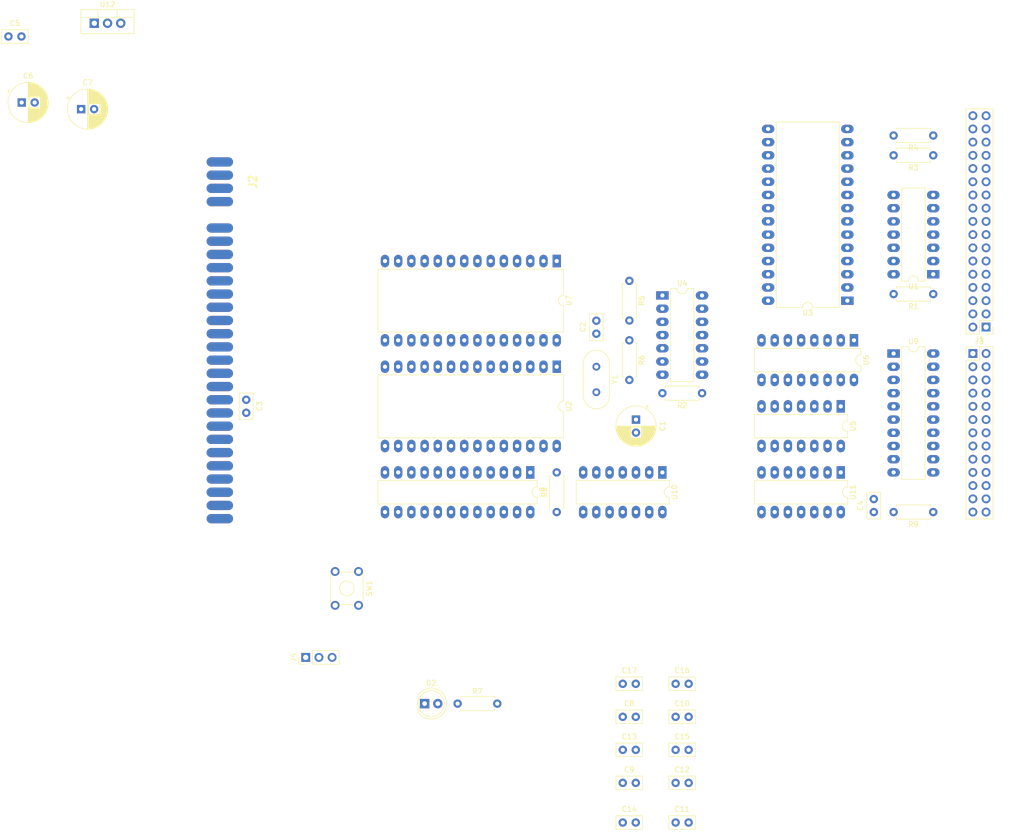
<source format=kicad_pcb>
(kicad_pcb (version 20171130) (host pcbnew 5.0.0-rc2-be01b52~65~ubuntu18.04.1)

  (general
    (thickness 1.6)
    (drawings 0)
    (tracks 0)
    (zones 0)
    (modules 45)
    (nets 85)
  )

  (page A4)
  (layers
    (0 F.Cu signal)
    (31 B.Cu signal)
    (32 B.Adhes user)
    (33 F.Adhes user)
    (34 B.Paste user)
    (35 F.Paste user)
    (36 B.SilkS user)
    (37 F.SilkS user)
    (38 B.Mask user)
    (39 F.Mask user)
    (40 Dwgs.User user)
    (41 Cmts.User user)
    (42 Eco1.User user)
    (43 Eco2.User user)
    (44 Edge.Cuts user)
    (45 Margin user)
    (46 B.CrtYd user)
    (47 F.CrtYd user)
    (48 B.Fab user)
    (49 F.Fab user)
  )

  (setup
    (last_trace_width 0.25)
    (trace_clearance 0.2)
    (zone_clearance 0.508)
    (zone_45_only no)
    (trace_min 0.2)
    (segment_width 0.2)
    (edge_width 0.15)
    (via_size 0.8)
    (via_drill 0.4)
    (via_min_size 0.4)
    (via_min_drill 0.3)
    (uvia_size 0.3)
    (uvia_drill 0.1)
    (uvias_allowed no)
    (uvia_min_size 0.2)
    (uvia_min_drill 0.1)
    (pcb_text_width 0.3)
    (pcb_text_size 1.5 1.5)
    (mod_edge_width 0.15)
    (mod_text_size 1 1)
    (mod_text_width 0.15)
    (pad_size 1.524 1.524)
    (pad_drill 0.762)
    (pad_to_mask_clearance 0.2)
    (aux_axis_origin 0 0)
    (visible_elements FFFFFF7F)
    (pcbplotparams
      (layerselection 0x010fc_ffffffff)
      (usegerberextensions false)
      (usegerberattributes false)
      (usegerberadvancedattributes false)
      (creategerberjobfile false)
      (excludeedgelayer true)
      (linewidth 0.100000)
      (plotframeref false)
      (viasonmask false)
      (mode 1)
      (useauxorigin false)
      (hpglpennumber 1)
      (hpglpenspeed 20)
      (hpglpendiameter 15)
      (psnegative false)
      (psa4output false)
      (plotreference true)
      (plotvalue true)
      (plotinvisibletext false)
      (padsonsilk false)
      (subtractmaskfromsilk false)
      (outputformat 1)
      (mirror false)
      (drillshape 1)
      (scaleselection 1)
      (outputdirectory ""))
  )

  (net 0 "")
  (net 1 "Net-(C1-Pad1)")
  (net 2 "Net-(C1-Pad2)")
  (net 3 "Net-(C2-Pad2)")
  (net 4 "Net-(C2-Pad1)")
  (net 5 GND)
  (net 6 /RESET)
  (net 7 "Net-(C4-Pad2)")
  (net 8 +9V)
  (net 9 +5V)
  (net 10 "Net-(D2-Pad1)")
  (net 11 "Net-(D2-Pad2)")
  (net 12 "Net-(J1-Pad8)")
  (net 13 /DS0)
  (net 14 /DS1)
  (net 15 "Net-(J1-Pad16)")
  (net 16 "Net-(J1-Pad18)")
  (net 17 "Net-(J1-Pad20)")
  (net 18 "Net-(J1-Pad22)")
  (net 19 "Net-(J1-Pad24)")
  (net 20 "Net-(J1-Pad26)")
  (net 21 "Net-(J1-Pad28)")
  (net 22 "Net-(J1-Pad30)")
  (net 23 /XXX)
  (net 24 /A11)
  (net 25 /A9)
  (net 26 /A4)
  (net 27 /A5)
  (net 28 /A6)
  (net 29 /A7)
  (net 30 /A10)
  (net 31 /A8)
  (net 32 /M1)
  (net 33 /WR)
  (net 34 /A3)
  (net 35 /A2)
  (net 36 /A1)
  (net 37 /A0)
  (net 38 /A12)
  (net 39 /A14)
  (net 40 /RD)
  (net 41 /IOREQ)
  (net 42 /MREQ)
  (net 43 NMI)
  (net 44 /D4)
  (net 45 /D3)
  (net 46 /D5)
  (net 47 /D6)
  (net 48 /D2)
  (net 49 /D1)
  (net 50 /D0)
  (net 51 /D7)
  (net 52 /A13)
  (net 53 /A15)
  (net 54 "Net-(J3-Pad1)")
  (net 55 "Net-(J3-Pad3)")
  (net 56 "Net-(J3-Pad5)")
  (net 57 "Net-(J3-Pad7)")
  (net 58 "Net-(J3-Pad9)")
  (net 59 "Net-(J3-Pad11)")
  (net 60 "Net-(J3-Pad13)")
  (net 61 "Net-(J3-Pad15)")
  (net 62 "Net-(J3-Pad17)")
  (net 63 "Net-(J3-Pad21)")
  (net 64 "Net-(R6-Pad1)")
  (net 65 "Net-(R8-Pad2)")
  (net 66 "Net-(U1-Pad1)")
  (net 67 "Net-(U1-Pad9)")
  (net 68 "Net-(U1-Pad3)")
  (net 69 "Net-(U1-Pad11)")
  (net 70 "Net-(U1-Pad5)")
  (net 71 "Net-(U1-Pad13)")
  (net 72 ROM_CS)
  (net 73 FDC_CS)
  (net 74 "Net-(U10-Pad12)")
  (net 75 "Net-(U10-Pad8)")
  (net 76 "Net-(U10-Pad5)")
  (net 77 PRN_STR)
  (net 78 "Net-(U4-Pad8)")
  (net 79 "Net-(U5-Pad2)")
  (net 80 "Net-(U5-Pad9)")
  (net 81 "Net-(U5-Pad12)")
  (net 82 DSK_CS)
  (net 83 RAM_CS)
  (net 84 PRN_CS)

  (net_class Default "This is the default net class."
    (clearance 0.2)
    (trace_width 0.25)
    (via_dia 0.8)
    (via_drill 0.4)
    (uvia_dia 0.3)
    (uvia_drill 0.1)
    (add_net +5V)
    (add_net +9V)
    (add_net /A0)
    (add_net /A1)
    (add_net /A10)
    (add_net /A11)
    (add_net /A12)
    (add_net /A13)
    (add_net /A14)
    (add_net /A15)
    (add_net /A2)
    (add_net /A3)
    (add_net /A4)
    (add_net /A5)
    (add_net /A6)
    (add_net /A7)
    (add_net /A8)
    (add_net /A9)
    (add_net /D0)
    (add_net /D1)
    (add_net /D2)
    (add_net /D3)
    (add_net /D4)
    (add_net /D5)
    (add_net /D6)
    (add_net /D7)
    (add_net /DS0)
    (add_net /DS1)
    (add_net /IOREQ)
    (add_net /M1)
    (add_net /MREQ)
    (add_net /RD)
    (add_net /RESET)
    (add_net /WR)
    (add_net /XXX)
    (add_net DSK_CS)
    (add_net FDC_CS)
    (add_net GND)
    (add_net NMI)
    (add_net "Net-(C1-Pad1)")
    (add_net "Net-(C1-Pad2)")
    (add_net "Net-(C2-Pad1)")
    (add_net "Net-(C2-Pad2)")
    (add_net "Net-(C4-Pad2)")
    (add_net "Net-(D2-Pad1)")
    (add_net "Net-(D2-Pad2)")
    (add_net "Net-(J1-Pad16)")
    (add_net "Net-(J1-Pad18)")
    (add_net "Net-(J1-Pad20)")
    (add_net "Net-(J1-Pad22)")
    (add_net "Net-(J1-Pad24)")
    (add_net "Net-(J1-Pad26)")
    (add_net "Net-(J1-Pad28)")
    (add_net "Net-(J1-Pad30)")
    (add_net "Net-(J1-Pad8)")
    (add_net "Net-(J3-Pad1)")
    (add_net "Net-(J3-Pad11)")
    (add_net "Net-(J3-Pad13)")
    (add_net "Net-(J3-Pad15)")
    (add_net "Net-(J3-Pad17)")
    (add_net "Net-(J3-Pad21)")
    (add_net "Net-(J3-Pad3)")
    (add_net "Net-(J3-Pad5)")
    (add_net "Net-(J3-Pad7)")
    (add_net "Net-(J3-Pad9)")
    (add_net "Net-(R6-Pad1)")
    (add_net "Net-(R8-Pad2)")
    (add_net "Net-(U1-Pad1)")
    (add_net "Net-(U1-Pad11)")
    (add_net "Net-(U1-Pad13)")
    (add_net "Net-(U1-Pad3)")
    (add_net "Net-(U1-Pad5)")
    (add_net "Net-(U1-Pad9)")
    (add_net "Net-(U10-Pad12)")
    (add_net "Net-(U10-Pad5)")
    (add_net "Net-(U10-Pad8)")
    (add_net "Net-(U4-Pad8)")
    (add_net "Net-(U5-Pad12)")
    (add_net "Net-(U5-Pad2)")
    (add_net "Net-(U5-Pad9)")
    (add_net PRN_CS)
    (add_net PRN_STR)
    (add_net RAM_CS)
    (add_net ROM_CS)
  )

  (module Capacitor_THT:CP_Radial_D7.5mm_P2.50mm (layer F.Cu) (tedit 5A533290) (tstamp 5B27427F)
    (at 160.02 113.03 270)
    (descr "CP, Radial series, Radial, pin pitch=2.50mm, , diameter=7.5mm, Electrolytic Capacitor")
    (tags "CP Radial series Radial pin pitch 2.50mm  diameter 7.5mm Electrolytic Capacitor")
    (path /5B438161)
    (fp_text reference C1 (at 1.25 -5.12 270) (layer F.SilkS)
      (effects (font (size 1 1) (thickness 0.15)))
    )
    (fp_text value 100u (at 1.25 5.12 270) (layer F.Fab)
      (effects (font (size 1 1) (thickness 0.15)))
    )
    (fp_circle (center 1.25 0) (end 5 0) (layer F.Fab) (width 0.1))
    (fp_circle (center 1.25 0) (end 5.12 0) (layer F.SilkS) (width 0.12))
    (fp_circle (center 1.25 0) (end 5.25 0) (layer F.CrtYd) (width 0.05))
    (fp_line (start -1.961233 -1.6375) (end -1.211233 -1.6375) (layer F.Fab) (width 0.1))
    (fp_line (start -1.586233 -2.0125) (end -1.586233 -1.2625) (layer F.Fab) (width 0.1))
    (fp_line (start 1.25 -3.83) (end 1.25 3.83) (layer F.SilkS) (width 0.12))
    (fp_line (start 1.29 -3.83) (end 1.29 3.83) (layer F.SilkS) (width 0.12))
    (fp_line (start 1.33 -3.83) (end 1.33 3.83) (layer F.SilkS) (width 0.12))
    (fp_line (start 1.37 -3.829) (end 1.37 3.829) (layer F.SilkS) (width 0.12))
    (fp_line (start 1.41 -3.827) (end 1.41 3.827) (layer F.SilkS) (width 0.12))
    (fp_line (start 1.45 -3.825) (end 1.45 3.825) (layer F.SilkS) (width 0.12))
    (fp_line (start 1.49 -3.823) (end 1.49 -1.04) (layer F.SilkS) (width 0.12))
    (fp_line (start 1.49 1.04) (end 1.49 3.823) (layer F.SilkS) (width 0.12))
    (fp_line (start 1.53 -3.82) (end 1.53 -1.04) (layer F.SilkS) (width 0.12))
    (fp_line (start 1.53 1.04) (end 1.53 3.82) (layer F.SilkS) (width 0.12))
    (fp_line (start 1.57 -3.817) (end 1.57 -1.04) (layer F.SilkS) (width 0.12))
    (fp_line (start 1.57 1.04) (end 1.57 3.817) (layer F.SilkS) (width 0.12))
    (fp_line (start 1.61 -3.814) (end 1.61 -1.04) (layer F.SilkS) (width 0.12))
    (fp_line (start 1.61 1.04) (end 1.61 3.814) (layer F.SilkS) (width 0.12))
    (fp_line (start 1.65 -3.81) (end 1.65 -1.04) (layer F.SilkS) (width 0.12))
    (fp_line (start 1.65 1.04) (end 1.65 3.81) (layer F.SilkS) (width 0.12))
    (fp_line (start 1.69 -3.805) (end 1.69 -1.04) (layer F.SilkS) (width 0.12))
    (fp_line (start 1.69 1.04) (end 1.69 3.805) (layer F.SilkS) (width 0.12))
    (fp_line (start 1.73 -3.801) (end 1.73 -1.04) (layer F.SilkS) (width 0.12))
    (fp_line (start 1.73 1.04) (end 1.73 3.801) (layer F.SilkS) (width 0.12))
    (fp_line (start 1.77 -3.795) (end 1.77 -1.04) (layer F.SilkS) (width 0.12))
    (fp_line (start 1.77 1.04) (end 1.77 3.795) (layer F.SilkS) (width 0.12))
    (fp_line (start 1.81 -3.79) (end 1.81 -1.04) (layer F.SilkS) (width 0.12))
    (fp_line (start 1.81 1.04) (end 1.81 3.79) (layer F.SilkS) (width 0.12))
    (fp_line (start 1.85 -3.784) (end 1.85 -1.04) (layer F.SilkS) (width 0.12))
    (fp_line (start 1.85 1.04) (end 1.85 3.784) (layer F.SilkS) (width 0.12))
    (fp_line (start 1.89 -3.777) (end 1.89 -1.04) (layer F.SilkS) (width 0.12))
    (fp_line (start 1.89 1.04) (end 1.89 3.777) (layer F.SilkS) (width 0.12))
    (fp_line (start 1.93 -3.77) (end 1.93 -1.04) (layer F.SilkS) (width 0.12))
    (fp_line (start 1.93 1.04) (end 1.93 3.77) (layer F.SilkS) (width 0.12))
    (fp_line (start 1.971 -3.763) (end 1.971 -1.04) (layer F.SilkS) (width 0.12))
    (fp_line (start 1.971 1.04) (end 1.971 3.763) (layer F.SilkS) (width 0.12))
    (fp_line (start 2.011 -3.755) (end 2.011 -1.04) (layer F.SilkS) (width 0.12))
    (fp_line (start 2.011 1.04) (end 2.011 3.755) (layer F.SilkS) (width 0.12))
    (fp_line (start 2.051 -3.747) (end 2.051 -1.04) (layer F.SilkS) (width 0.12))
    (fp_line (start 2.051 1.04) (end 2.051 3.747) (layer F.SilkS) (width 0.12))
    (fp_line (start 2.091 -3.738) (end 2.091 -1.04) (layer F.SilkS) (width 0.12))
    (fp_line (start 2.091 1.04) (end 2.091 3.738) (layer F.SilkS) (width 0.12))
    (fp_line (start 2.131 -3.729) (end 2.131 -1.04) (layer F.SilkS) (width 0.12))
    (fp_line (start 2.131 1.04) (end 2.131 3.729) (layer F.SilkS) (width 0.12))
    (fp_line (start 2.171 -3.72) (end 2.171 -1.04) (layer F.SilkS) (width 0.12))
    (fp_line (start 2.171 1.04) (end 2.171 3.72) (layer F.SilkS) (width 0.12))
    (fp_line (start 2.211 -3.71) (end 2.211 -1.04) (layer F.SilkS) (width 0.12))
    (fp_line (start 2.211 1.04) (end 2.211 3.71) (layer F.SilkS) (width 0.12))
    (fp_line (start 2.251 -3.699) (end 2.251 -1.04) (layer F.SilkS) (width 0.12))
    (fp_line (start 2.251 1.04) (end 2.251 3.699) (layer F.SilkS) (width 0.12))
    (fp_line (start 2.291 -3.688) (end 2.291 -1.04) (layer F.SilkS) (width 0.12))
    (fp_line (start 2.291 1.04) (end 2.291 3.688) (layer F.SilkS) (width 0.12))
    (fp_line (start 2.331 -3.677) (end 2.331 -1.04) (layer F.SilkS) (width 0.12))
    (fp_line (start 2.331 1.04) (end 2.331 3.677) (layer F.SilkS) (width 0.12))
    (fp_line (start 2.371 -3.665) (end 2.371 -1.04) (layer F.SilkS) (width 0.12))
    (fp_line (start 2.371 1.04) (end 2.371 3.665) (layer F.SilkS) (width 0.12))
    (fp_line (start 2.411 -3.653) (end 2.411 -1.04) (layer F.SilkS) (width 0.12))
    (fp_line (start 2.411 1.04) (end 2.411 3.653) (layer F.SilkS) (width 0.12))
    (fp_line (start 2.451 -3.64) (end 2.451 -1.04) (layer F.SilkS) (width 0.12))
    (fp_line (start 2.451 1.04) (end 2.451 3.64) (layer F.SilkS) (width 0.12))
    (fp_line (start 2.491 -3.626) (end 2.491 -1.04) (layer F.SilkS) (width 0.12))
    (fp_line (start 2.491 1.04) (end 2.491 3.626) (layer F.SilkS) (width 0.12))
    (fp_line (start 2.531 -3.613) (end 2.531 -1.04) (layer F.SilkS) (width 0.12))
    (fp_line (start 2.531 1.04) (end 2.531 3.613) (layer F.SilkS) (width 0.12))
    (fp_line (start 2.571 -3.598) (end 2.571 -1.04) (layer F.SilkS) (width 0.12))
    (fp_line (start 2.571 1.04) (end 2.571 3.598) (layer F.SilkS) (width 0.12))
    (fp_line (start 2.611 -3.584) (end 2.611 -1.04) (layer F.SilkS) (width 0.12))
    (fp_line (start 2.611 1.04) (end 2.611 3.584) (layer F.SilkS) (width 0.12))
    (fp_line (start 2.651 -3.568) (end 2.651 -1.04) (layer F.SilkS) (width 0.12))
    (fp_line (start 2.651 1.04) (end 2.651 3.568) (layer F.SilkS) (width 0.12))
    (fp_line (start 2.691 -3.553) (end 2.691 -1.04) (layer F.SilkS) (width 0.12))
    (fp_line (start 2.691 1.04) (end 2.691 3.553) (layer F.SilkS) (width 0.12))
    (fp_line (start 2.731 -3.536) (end 2.731 -1.04) (layer F.SilkS) (width 0.12))
    (fp_line (start 2.731 1.04) (end 2.731 3.536) (layer F.SilkS) (width 0.12))
    (fp_line (start 2.771 -3.52) (end 2.771 -1.04) (layer F.SilkS) (width 0.12))
    (fp_line (start 2.771 1.04) (end 2.771 3.52) (layer F.SilkS) (width 0.12))
    (fp_line (start 2.811 -3.502) (end 2.811 -1.04) (layer F.SilkS) (width 0.12))
    (fp_line (start 2.811 1.04) (end 2.811 3.502) (layer F.SilkS) (width 0.12))
    (fp_line (start 2.851 -3.484) (end 2.851 -1.04) (layer F.SilkS) (width 0.12))
    (fp_line (start 2.851 1.04) (end 2.851 3.484) (layer F.SilkS) (width 0.12))
    (fp_line (start 2.891 -3.466) (end 2.891 -1.04) (layer F.SilkS) (width 0.12))
    (fp_line (start 2.891 1.04) (end 2.891 3.466) (layer F.SilkS) (width 0.12))
    (fp_line (start 2.931 -3.447) (end 2.931 -1.04) (layer F.SilkS) (width 0.12))
    (fp_line (start 2.931 1.04) (end 2.931 3.447) (layer F.SilkS) (width 0.12))
    (fp_line (start 2.971 -3.427) (end 2.971 -1.04) (layer F.SilkS) (width 0.12))
    (fp_line (start 2.971 1.04) (end 2.971 3.427) (layer F.SilkS) (width 0.12))
    (fp_line (start 3.011 -3.407) (end 3.011 -1.04) (layer F.SilkS) (width 0.12))
    (fp_line (start 3.011 1.04) (end 3.011 3.407) (layer F.SilkS) (width 0.12))
    (fp_line (start 3.051 -3.386) (end 3.051 -1.04) (layer F.SilkS) (width 0.12))
    (fp_line (start 3.051 1.04) (end 3.051 3.386) (layer F.SilkS) (width 0.12))
    (fp_line (start 3.091 -3.365) (end 3.091 -1.04) (layer F.SilkS) (width 0.12))
    (fp_line (start 3.091 1.04) (end 3.091 3.365) (layer F.SilkS) (width 0.12))
    (fp_line (start 3.131 -3.343) (end 3.131 -1.04) (layer F.SilkS) (width 0.12))
    (fp_line (start 3.131 1.04) (end 3.131 3.343) (layer F.SilkS) (width 0.12))
    (fp_line (start 3.171 -3.321) (end 3.171 -1.04) (layer F.SilkS) (width 0.12))
    (fp_line (start 3.171 1.04) (end 3.171 3.321) (layer F.SilkS) (width 0.12))
    (fp_line (start 3.211 -3.297) (end 3.211 -1.04) (layer F.SilkS) (width 0.12))
    (fp_line (start 3.211 1.04) (end 3.211 3.297) (layer F.SilkS) (width 0.12))
    (fp_line (start 3.251 -3.274) (end 3.251 -1.04) (layer F.SilkS) (width 0.12))
    (fp_line (start 3.251 1.04) (end 3.251 3.274) (layer F.SilkS) (width 0.12))
    (fp_line (start 3.291 -3.249) (end 3.291 -1.04) (layer F.SilkS) (width 0.12))
    (fp_line (start 3.291 1.04) (end 3.291 3.249) (layer F.SilkS) (width 0.12))
    (fp_line (start 3.331 -3.224) (end 3.331 -1.04) (layer F.SilkS) (width 0.12))
    (fp_line (start 3.331 1.04) (end 3.331 3.224) (layer F.SilkS) (width 0.12))
    (fp_line (start 3.371 -3.198) (end 3.371 -1.04) (layer F.SilkS) (width 0.12))
    (fp_line (start 3.371 1.04) (end 3.371 3.198) (layer F.SilkS) (width 0.12))
    (fp_line (start 3.411 -3.172) (end 3.411 -1.04) (layer F.SilkS) (width 0.12))
    (fp_line (start 3.411 1.04) (end 3.411 3.172) (layer F.SilkS) (width 0.12))
    (fp_line (start 3.451 -3.144) (end 3.451 -1.04) (layer F.SilkS) (width 0.12))
    (fp_line (start 3.451 1.04) (end 3.451 3.144) (layer F.SilkS) (width 0.12))
    (fp_line (start 3.491 -3.116) (end 3.491 -1.04) (layer F.SilkS) (width 0.12))
    (fp_line (start 3.491 1.04) (end 3.491 3.116) (layer F.SilkS) (width 0.12))
    (fp_line (start 3.531 -3.088) (end 3.531 -1.04) (layer F.SilkS) (width 0.12))
    (fp_line (start 3.531 1.04) (end 3.531 3.088) (layer F.SilkS) (width 0.12))
    (fp_line (start 3.571 -3.058) (end 3.571 3.058) (layer F.SilkS) (width 0.12))
    (fp_line (start 3.611 -3.028) (end 3.611 3.028) (layer F.SilkS) (width 0.12))
    (fp_line (start 3.651 -2.996) (end 3.651 2.996) (layer F.SilkS) (width 0.12))
    (fp_line (start 3.691 -2.964) (end 3.691 2.964) (layer F.SilkS) (width 0.12))
    (fp_line (start 3.731 -2.931) (end 3.731 2.931) (layer F.SilkS) (width 0.12))
    (fp_line (start 3.771 -2.898) (end 3.771 2.898) (layer F.SilkS) (width 0.12))
    (fp_line (start 3.811 -2.863) (end 3.811 2.863) (layer F.SilkS) (width 0.12))
    (fp_line (start 3.851 -2.827) (end 3.851 2.827) (layer F.SilkS) (width 0.12))
    (fp_line (start 3.891 -2.79) (end 3.891 2.79) (layer F.SilkS) (width 0.12))
    (fp_line (start 3.931 -2.752) (end 3.931 2.752) (layer F.SilkS) (width 0.12))
    (fp_line (start 3.971 -2.713) (end 3.971 2.713) (layer F.SilkS) (width 0.12))
    (fp_line (start 4.011 -2.673) (end 4.011 2.673) (layer F.SilkS) (width 0.12))
    (fp_line (start 4.051 -2.632) (end 4.051 2.632) (layer F.SilkS) (width 0.12))
    (fp_line (start 4.091 -2.589) (end 4.091 2.589) (layer F.SilkS) (width 0.12))
    (fp_line (start 4.131 -2.546) (end 4.131 2.546) (layer F.SilkS) (width 0.12))
    (fp_line (start 4.171 -2.5) (end 4.171 2.5) (layer F.SilkS) (width 0.12))
    (fp_line (start 4.211 -2.454) (end 4.211 2.454) (layer F.SilkS) (width 0.12))
    (fp_line (start 4.251 -2.405) (end 4.251 2.405) (layer F.SilkS) (width 0.12))
    (fp_line (start 4.291 -2.355) (end 4.291 2.355) (layer F.SilkS) (width 0.12))
    (fp_line (start 4.331 -2.304) (end 4.331 2.304) (layer F.SilkS) (width 0.12))
    (fp_line (start 4.371 -2.25) (end 4.371 2.25) (layer F.SilkS) (width 0.12))
    (fp_line (start 4.411 -2.195) (end 4.411 2.195) (layer F.SilkS) (width 0.12))
    (fp_line (start 4.451 -2.137) (end 4.451 2.137) (layer F.SilkS) (width 0.12))
    (fp_line (start 4.491 -2.077) (end 4.491 2.077) (layer F.SilkS) (width 0.12))
    (fp_line (start 4.531 -2.014) (end 4.531 2.014) (layer F.SilkS) (width 0.12))
    (fp_line (start 4.571 -1.949) (end 4.571 1.949) (layer F.SilkS) (width 0.12))
    (fp_line (start 4.611 -1.881) (end 4.611 1.881) (layer F.SilkS) (width 0.12))
    (fp_line (start 4.651 -1.809) (end 4.651 1.809) (layer F.SilkS) (width 0.12))
    (fp_line (start 4.691 -1.733) (end 4.691 1.733) (layer F.SilkS) (width 0.12))
    (fp_line (start 4.731 -1.654) (end 4.731 1.654) (layer F.SilkS) (width 0.12))
    (fp_line (start 4.771 -1.569) (end 4.771 1.569) (layer F.SilkS) (width 0.12))
    (fp_line (start 4.811 -1.478) (end 4.811 1.478) (layer F.SilkS) (width 0.12))
    (fp_line (start 4.851 -1.381) (end 4.851 1.381) (layer F.SilkS) (width 0.12))
    (fp_line (start 4.891 -1.275) (end 4.891 1.275) (layer F.SilkS) (width 0.12))
    (fp_line (start 4.931 -1.158) (end 4.931 1.158) (layer F.SilkS) (width 0.12))
    (fp_line (start 4.971 -1.028) (end 4.971 1.028) (layer F.SilkS) (width 0.12))
    (fp_line (start 5.011 -0.877) (end 5.011 0.877) (layer F.SilkS) (width 0.12))
    (fp_line (start 5.051 -0.693) (end 5.051 0.693) (layer F.SilkS) (width 0.12))
    (fp_line (start 5.091 -0.441) (end 5.091 0.441) (layer F.SilkS) (width 0.12))
    (fp_line (start -2.892211 -2.175) (end -2.142211 -2.175) (layer F.SilkS) (width 0.12))
    (fp_line (start -2.517211 -2.55) (end -2.517211 -1.8) (layer F.SilkS) (width 0.12))
    (fp_text user %R (at 1.25 0 270) (layer F.Fab)
      (effects (font (size 1 1) (thickness 0.15)))
    )
    (pad 1 thru_hole rect (at 0 0 270) (size 1.6 1.6) (drill 0.8) (layers *.Cu *.Mask)
      (net 1 "Net-(C1-Pad1)"))
    (pad 2 thru_hole circle (at 2.5 0 270) (size 1.6 1.6) (drill 0.8) (layers *.Cu *.Mask)
      (net 2 "Net-(C1-Pad2)"))
    (model ${KISYS3DMOD}/Capacitor_THT.3dshapes/CP_Radial_D7.5mm_P2.50mm.wrl
      (at (xyz 0 0 0))
      (scale (xyz 1 1 1))
      (rotate (xyz 0 0 0))
    )
  )

  (module Capacitor_THT:C_Disc_D5.0mm_W2.5mm_P2.50mm (layer F.Cu) (tedit 5A142A3B) (tstamp 5B274292)
    (at 152.4 96.52 90)
    (descr "C, Disc series, Radial, pin pitch=2.50mm, diameter*width=5*2.5mm^2, Capacitor, http://cdn-reichelt.de/documents/datenblatt/B300/DS_KERKO_TC.pdf")
    (tags "C Disc series Radial pin pitch 2.50mm  diameter 5mm width 2.5mm Capacitor")
    (path /5B4381F5)
    (fp_text reference C2 (at 1.25 -2.56 90) (layer F.SilkS)
      (effects (font (size 1 1) (thickness 0.15)))
    )
    (fp_text value 33p (at 1.25 2.56 90) (layer F.Fab)
      (effects (font (size 1 1) (thickness 0.15)))
    )
    (fp_text user %R (at 1.25 0 90) (layer F.Fab)
      (effects (font (size 1 1) (thickness 0.15)))
    )
    (fp_line (start 4.1 -1.6) (end -1.6 -1.6) (layer F.CrtYd) (width 0.05))
    (fp_line (start 4.1 1.6) (end 4.1 -1.6) (layer F.CrtYd) (width 0.05))
    (fp_line (start -1.6 1.6) (end 4.1 1.6) (layer F.CrtYd) (width 0.05))
    (fp_line (start -1.6 -1.6) (end -1.6 1.6) (layer F.CrtYd) (width 0.05))
    (fp_line (start 3.81 -1.31) (end 3.81 1.31) (layer F.SilkS) (width 0.12))
    (fp_line (start -1.31 -1.31) (end -1.31 1.31) (layer F.SilkS) (width 0.12))
    (fp_line (start -1.31 1.31) (end 3.81 1.31) (layer F.SilkS) (width 0.12))
    (fp_line (start -1.31 -1.31) (end 3.81 -1.31) (layer F.SilkS) (width 0.12))
    (fp_line (start 3.75 -1.25) (end -1.25 -1.25) (layer F.Fab) (width 0.1))
    (fp_line (start 3.75 1.25) (end 3.75 -1.25) (layer F.Fab) (width 0.1))
    (fp_line (start -1.25 1.25) (end 3.75 1.25) (layer F.Fab) (width 0.1))
    (fp_line (start -1.25 -1.25) (end -1.25 1.25) (layer F.Fab) (width 0.1))
    (pad 2 thru_hole circle (at 2.5 0 90) (size 1.6 1.6) (drill 0.8) (layers *.Cu *.Mask)
      (net 3 "Net-(C2-Pad2)"))
    (pad 1 thru_hole circle (at 0 0 90) (size 1.6 1.6) (drill 0.8) (layers *.Cu *.Mask)
      (net 4 "Net-(C2-Pad1)"))
    (model ${KISYS3DMOD}/Capacitor_THT.3dshapes/C_Disc_D5.0mm_W2.5mm_P2.50mm.wrl
      (at (xyz 0 0 0))
      (scale (xyz 1 1 1))
      (rotate (xyz 0 0 0))
    )
  )

  (module Capacitor_THT:C_Disc_D5.0mm_W2.5mm_P2.50mm (layer F.Cu) (tedit 5A142A3B) (tstamp 5B2742A5)
    (at 85.09 109.22 270)
    (descr "C, Disc series, Radial, pin pitch=2.50mm, diameter*width=5*2.5mm^2, Capacitor, http://cdn-reichelt.de/documents/datenblatt/B300/DS_KERKO_TC.pdf")
    (tags "C Disc series Radial pin pitch 2.50mm  diameter 5mm width 2.5mm Capacitor")
    (path /5BF52D37)
    (fp_text reference C3 (at 1.25 -2.56 270) (layer F.SilkS)
      (effects (font (size 1 1) (thickness 0.15)))
    )
    (fp_text value 100n (at 1.25 2.56 270) (layer F.Fab)
      (effects (font (size 1 1) (thickness 0.15)))
    )
    (fp_line (start -1.25 -1.25) (end -1.25 1.25) (layer F.Fab) (width 0.1))
    (fp_line (start -1.25 1.25) (end 3.75 1.25) (layer F.Fab) (width 0.1))
    (fp_line (start 3.75 1.25) (end 3.75 -1.25) (layer F.Fab) (width 0.1))
    (fp_line (start 3.75 -1.25) (end -1.25 -1.25) (layer F.Fab) (width 0.1))
    (fp_line (start -1.31 -1.31) (end 3.81 -1.31) (layer F.SilkS) (width 0.12))
    (fp_line (start -1.31 1.31) (end 3.81 1.31) (layer F.SilkS) (width 0.12))
    (fp_line (start -1.31 -1.31) (end -1.31 1.31) (layer F.SilkS) (width 0.12))
    (fp_line (start 3.81 -1.31) (end 3.81 1.31) (layer F.SilkS) (width 0.12))
    (fp_line (start -1.6 -1.6) (end -1.6 1.6) (layer F.CrtYd) (width 0.05))
    (fp_line (start -1.6 1.6) (end 4.1 1.6) (layer F.CrtYd) (width 0.05))
    (fp_line (start 4.1 1.6) (end 4.1 -1.6) (layer F.CrtYd) (width 0.05))
    (fp_line (start 4.1 -1.6) (end -1.6 -1.6) (layer F.CrtYd) (width 0.05))
    (fp_text user %R (at 1.25 0 270) (layer F.Fab)
      (effects (font (size 1 1) (thickness 0.15)))
    )
    (pad 1 thru_hole circle (at 0 0 270) (size 1.6 1.6) (drill 0.8) (layers *.Cu *.Mask)
      (net 5 GND))
    (pad 2 thru_hole circle (at 2.5 0 270) (size 1.6 1.6) (drill 0.8) (layers *.Cu *.Mask)
      (net 6 /RESET))
    (model ${KISYS3DMOD}/Capacitor_THT.3dshapes/C_Disc_D5.0mm_W2.5mm_P2.50mm.wrl
      (at (xyz 0 0 0))
      (scale (xyz 1 1 1))
      (rotate (xyz 0 0 0))
    )
  )

  (module Capacitor_THT:C_Disc_D5.0mm_W2.5mm_P2.50mm (layer F.Cu) (tedit 5A142A3B) (tstamp 5B2742B8)
    (at 205.74 130.81 90)
    (descr "C, Disc series, Radial, pin pitch=2.50mm, diameter*width=5*2.5mm^2, Capacitor, http://cdn-reichelt.de/documents/datenblatt/B300/DS_KERKO_TC.pdf")
    (tags "C Disc series Radial pin pitch 2.50mm  diameter 5mm width 2.5mm Capacitor")
    (path /5C0B41C0)
    (fp_text reference C4 (at 1.25 -2.56 90) (layer F.SilkS)
      (effects (font (size 1 1) (thickness 0.15)))
    )
    (fp_text value 100p (at 1.25 2.56 90) (layer F.Fab)
      (effects (font (size 1 1) (thickness 0.15)))
    )
    (fp_text user %R (at 1.25 0 90) (layer F.Fab)
      (effects (font (size 1 1) (thickness 0.15)))
    )
    (fp_line (start 4.1 -1.6) (end -1.6 -1.6) (layer F.CrtYd) (width 0.05))
    (fp_line (start 4.1 1.6) (end 4.1 -1.6) (layer F.CrtYd) (width 0.05))
    (fp_line (start -1.6 1.6) (end 4.1 1.6) (layer F.CrtYd) (width 0.05))
    (fp_line (start -1.6 -1.6) (end -1.6 1.6) (layer F.CrtYd) (width 0.05))
    (fp_line (start 3.81 -1.31) (end 3.81 1.31) (layer F.SilkS) (width 0.12))
    (fp_line (start -1.31 -1.31) (end -1.31 1.31) (layer F.SilkS) (width 0.12))
    (fp_line (start -1.31 1.31) (end 3.81 1.31) (layer F.SilkS) (width 0.12))
    (fp_line (start -1.31 -1.31) (end 3.81 -1.31) (layer F.SilkS) (width 0.12))
    (fp_line (start 3.75 -1.25) (end -1.25 -1.25) (layer F.Fab) (width 0.1))
    (fp_line (start 3.75 1.25) (end 3.75 -1.25) (layer F.Fab) (width 0.1))
    (fp_line (start -1.25 1.25) (end 3.75 1.25) (layer F.Fab) (width 0.1))
    (fp_line (start -1.25 -1.25) (end -1.25 1.25) (layer F.Fab) (width 0.1))
    (pad 2 thru_hole circle (at 2.5 0 90) (size 1.6 1.6) (drill 0.8) (layers *.Cu *.Mask)
      (net 7 "Net-(C4-Pad2)"))
    (pad 1 thru_hole circle (at 0 0 90) (size 1.6 1.6) (drill 0.8) (layers *.Cu *.Mask)
      (net 5 GND))
    (model ${KISYS3DMOD}/Capacitor_THT.3dshapes/C_Disc_D5.0mm_W2.5mm_P2.50mm.wrl
      (at (xyz 0 0 0))
      (scale (xyz 1 1 1))
      (rotate (xyz 0 0 0))
    )
  )

  (module Capacitor_THT:C_Disc_D5.0mm_W2.5mm_P2.50mm (layer F.Cu) (tedit 5A142A3B) (tstamp 5B2742CB)
    (at 39.37 39.37)
    (descr "C, Disc series, Radial, pin pitch=2.50mm, diameter*width=5*2.5mm^2, Capacitor, http://cdn-reichelt.de/documents/datenblatt/B300/DS_KERKO_TC.pdf")
    (tags "C Disc series Radial pin pitch 2.50mm  diameter 5mm width 2.5mm Capacitor")
    (path /5BAD18CE)
    (fp_text reference C5 (at 1.25 -2.56) (layer F.SilkS)
      (effects (font (size 1 1) (thickness 0.15)))
    )
    (fp_text value 10n (at 1.25 2.56) (layer F.Fab)
      (effects (font (size 1 1) (thickness 0.15)))
    )
    (fp_line (start -1.25 -1.25) (end -1.25 1.25) (layer F.Fab) (width 0.1))
    (fp_line (start -1.25 1.25) (end 3.75 1.25) (layer F.Fab) (width 0.1))
    (fp_line (start 3.75 1.25) (end 3.75 -1.25) (layer F.Fab) (width 0.1))
    (fp_line (start 3.75 -1.25) (end -1.25 -1.25) (layer F.Fab) (width 0.1))
    (fp_line (start -1.31 -1.31) (end 3.81 -1.31) (layer F.SilkS) (width 0.12))
    (fp_line (start -1.31 1.31) (end 3.81 1.31) (layer F.SilkS) (width 0.12))
    (fp_line (start -1.31 -1.31) (end -1.31 1.31) (layer F.SilkS) (width 0.12))
    (fp_line (start 3.81 -1.31) (end 3.81 1.31) (layer F.SilkS) (width 0.12))
    (fp_line (start -1.6 -1.6) (end -1.6 1.6) (layer F.CrtYd) (width 0.05))
    (fp_line (start -1.6 1.6) (end 4.1 1.6) (layer F.CrtYd) (width 0.05))
    (fp_line (start 4.1 1.6) (end 4.1 -1.6) (layer F.CrtYd) (width 0.05))
    (fp_line (start 4.1 -1.6) (end -1.6 -1.6) (layer F.CrtYd) (width 0.05))
    (fp_text user %R (at 1.25 0) (layer F.Fab)
      (effects (font (size 1 1) (thickness 0.15)))
    )
    (pad 1 thru_hole circle (at 0 0) (size 1.6 1.6) (drill 0.8) (layers *.Cu *.Mask)
      (net 5 GND))
    (pad 2 thru_hole circle (at 2.5 0) (size 1.6 1.6) (drill 0.8) (layers *.Cu *.Mask)
      (net 8 +9V))
    (model ${KISYS3DMOD}/Capacitor_THT.3dshapes/C_Disc_D5.0mm_W2.5mm_P2.50mm.wrl
      (at (xyz 0 0 0))
      (scale (xyz 1 1 1))
      (rotate (xyz 0 0 0))
    )
  )

  (module Capacitor_THT:CP_Radial_D7.5mm_P2.50mm (layer F.Cu) (tedit 5A533290) (tstamp 5B27436E)
    (at 41.91 52.07)
    (descr "CP, Radial series, Radial, pin pitch=2.50mm, , diameter=7.5mm, Electrolytic Capacitor")
    (tags "CP Radial series Radial pin pitch 2.50mm  diameter 7.5mm Electrolytic Capacitor")
    (path /5BAD12FB)
    (fp_text reference C6 (at 1.25 -5.12) (layer F.SilkS)
      (effects (font (size 1 1) (thickness 0.15)))
    )
    (fp_text value 100u (at 1.25 5.12) (layer F.Fab)
      (effects (font (size 1 1) (thickness 0.15)))
    )
    (fp_circle (center 1.25 0) (end 5 0) (layer F.Fab) (width 0.1))
    (fp_circle (center 1.25 0) (end 5.12 0) (layer F.SilkS) (width 0.12))
    (fp_circle (center 1.25 0) (end 5.25 0) (layer F.CrtYd) (width 0.05))
    (fp_line (start -1.961233 -1.6375) (end -1.211233 -1.6375) (layer F.Fab) (width 0.1))
    (fp_line (start -1.586233 -2.0125) (end -1.586233 -1.2625) (layer F.Fab) (width 0.1))
    (fp_line (start 1.25 -3.83) (end 1.25 3.83) (layer F.SilkS) (width 0.12))
    (fp_line (start 1.29 -3.83) (end 1.29 3.83) (layer F.SilkS) (width 0.12))
    (fp_line (start 1.33 -3.83) (end 1.33 3.83) (layer F.SilkS) (width 0.12))
    (fp_line (start 1.37 -3.829) (end 1.37 3.829) (layer F.SilkS) (width 0.12))
    (fp_line (start 1.41 -3.827) (end 1.41 3.827) (layer F.SilkS) (width 0.12))
    (fp_line (start 1.45 -3.825) (end 1.45 3.825) (layer F.SilkS) (width 0.12))
    (fp_line (start 1.49 -3.823) (end 1.49 -1.04) (layer F.SilkS) (width 0.12))
    (fp_line (start 1.49 1.04) (end 1.49 3.823) (layer F.SilkS) (width 0.12))
    (fp_line (start 1.53 -3.82) (end 1.53 -1.04) (layer F.SilkS) (width 0.12))
    (fp_line (start 1.53 1.04) (end 1.53 3.82) (layer F.SilkS) (width 0.12))
    (fp_line (start 1.57 -3.817) (end 1.57 -1.04) (layer F.SilkS) (width 0.12))
    (fp_line (start 1.57 1.04) (end 1.57 3.817) (layer F.SilkS) (width 0.12))
    (fp_line (start 1.61 -3.814) (end 1.61 -1.04) (layer F.SilkS) (width 0.12))
    (fp_line (start 1.61 1.04) (end 1.61 3.814) (layer F.SilkS) (width 0.12))
    (fp_line (start 1.65 -3.81) (end 1.65 -1.04) (layer F.SilkS) (width 0.12))
    (fp_line (start 1.65 1.04) (end 1.65 3.81) (layer F.SilkS) (width 0.12))
    (fp_line (start 1.69 -3.805) (end 1.69 -1.04) (layer F.SilkS) (width 0.12))
    (fp_line (start 1.69 1.04) (end 1.69 3.805) (layer F.SilkS) (width 0.12))
    (fp_line (start 1.73 -3.801) (end 1.73 -1.04) (layer F.SilkS) (width 0.12))
    (fp_line (start 1.73 1.04) (end 1.73 3.801) (layer F.SilkS) (width 0.12))
    (fp_line (start 1.77 -3.795) (end 1.77 -1.04) (layer F.SilkS) (width 0.12))
    (fp_line (start 1.77 1.04) (end 1.77 3.795) (layer F.SilkS) (width 0.12))
    (fp_line (start 1.81 -3.79) (end 1.81 -1.04) (layer F.SilkS) (width 0.12))
    (fp_line (start 1.81 1.04) (end 1.81 3.79) (layer F.SilkS) (width 0.12))
    (fp_line (start 1.85 -3.784) (end 1.85 -1.04) (layer F.SilkS) (width 0.12))
    (fp_line (start 1.85 1.04) (end 1.85 3.784) (layer F.SilkS) (width 0.12))
    (fp_line (start 1.89 -3.777) (end 1.89 -1.04) (layer F.SilkS) (width 0.12))
    (fp_line (start 1.89 1.04) (end 1.89 3.777) (layer F.SilkS) (width 0.12))
    (fp_line (start 1.93 -3.77) (end 1.93 -1.04) (layer F.SilkS) (width 0.12))
    (fp_line (start 1.93 1.04) (end 1.93 3.77) (layer F.SilkS) (width 0.12))
    (fp_line (start 1.971 -3.763) (end 1.971 -1.04) (layer F.SilkS) (width 0.12))
    (fp_line (start 1.971 1.04) (end 1.971 3.763) (layer F.SilkS) (width 0.12))
    (fp_line (start 2.011 -3.755) (end 2.011 -1.04) (layer F.SilkS) (width 0.12))
    (fp_line (start 2.011 1.04) (end 2.011 3.755) (layer F.SilkS) (width 0.12))
    (fp_line (start 2.051 -3.747) (end 2.051 -1.04) (layer F.SilkS) (width 0.12))
    (fp_line (start 2.051 1.04) (end 2.051 3.747) (layer F.SilkS) (width 0.12))
    (fp_line (start 2.091 -3.738) (end 2.091 -1.04) (layer F.SilkS) (width 0.12))
    (fp_line (start 2.091 1.04) (end 2.091 3.738) (layer F.SilkS) (width 0.12))
    (fp_line (start 2.131 -3.729) (end 2.131 -1.04) (layer F.SilkS) (width 0.12))
    (fp_line (start 2.131 1.04) (end 2.131 3.729) (layer F.SilkS) (width 0.12))
    (fp_line (start 2.171 -3.72) (end 2.171 -1.04) (layer F.SilkS) (width 0.12))
    (fp_line (start 2.171 1.04) (end 2.171 3.72) (layer F.SilkS) (width 0.12))
    (fp_line (start 2.211 -3.71) (end 2.211 -1.04) (layer F.SilkS) (width 0.12))
    (fp_line (start 2.211 1.04) (end 2.211 3.71) (layer F.SilkS) (width 0.12))
    (fp_line (start 2.251 -3.699) (end 2.251 -1.04) (layer F.SilkS) (width 0.12))
    (fp_line (start 2.251 1.04) (end 2.251 3.699) (layer F.SilkS) (width 0.12))
    (fp_line (start 2.291 -3.688) (end 2.291 -1.04) (layer F.SilkS) (width 0.12))
    (fp_line (start 2.291 1.04) (end 2.291 3.688) (layer F.SilkS) (width 0.12))
    (fp_line (start 2.331 -3.677) (end 2.331 -1.04) (layer F.SilkS) (width 0.12))
    (fp_line (start 2.331 1.04) (end 2.331 3.677) (layer F.SilkS) (width 0.12))
    (fp_line (start 2.371 -3.665) (end 2.371 -1.04) (layer F.SilkS) (width 0.12))
    (fp_line (start 2.371 1.04) (end 2.371 3.665) (layer F.SilkS) (width 0.12))
    (fp_line (start 2.411 -3.653) (end 2.411 -1.04) (layer F.SilkS) (width 0.12))
    (fp_line (start 2.411 1.04) (end 2.411 3.653) (layer F.SilkS) (width 0.12))
    (fp_line (start 2.451 -3.64) (end 2.451 -1.04) (layer F.SilkS) (width 0.12))
    (fp_line (start 2.451 1.04) (end 2.451 3.64) (layer F.SilkS) (width 0.12))
    (fp_line (start 2.491 -3.626) (end 2.491 -1.04) (layer F.SilkS) (width 0.12))
    (fp_line (start 2.491 1.04) (end 2.491 3.626) (layer F.SilkS) (width 0.12))
    (fp_line (start 2.531 -3.613) (end 2.531 -1.04) (layer F.SilkS) (width 0.12))
    (fp_line (start 2.531 1.04) (end 2.531 3.613) (layer F.SilkS) (width 0.12))
    (fp_line (start 2.571 -3.598) (end 2.571 -1.04) (layer F.SilkS) (width 0.12))
    (fp_line (start 2.571 1.04) (end 2.571 3.598) (layer F.SilkS) (width 0.12))
    (fp_line (start 2.611 -3.584) (end 2.611 -1.04) (layer F.SilkS) (width 0.12))
    (fp_line (start 2.611 1.04) (end 2.611 3.584) (layer F.SilkS) (width 0.12))
    (fp_line (start 2.651 -3.568) (end 2.651 -1.04) (layer F.SilkS) (width 0.12))
    (fp_line (start 2.651 1.04) (end 2.651 3.568) (layer F.SilkS) (width 0.12))
    (fp_line (start 2.691 -3.553) (end 2.691 -1.04) (layer F.SilkS) (width 0.12))
    (fp_line (start 2.691 1.04) (end 2.691 3.553) (layer F.SilkS) (width 0.12))
    (fp_line (start 2.731 -3.536) (end 2.731 -1.04) (layer F.SilkS) (width 0.12))
    (fp_line (start 2.731 1.04) (end 2.731 3.536) (layer F.SilkS) (width 0.12))
    (fp_line (start 2.771 -3.52) (end 2.771 -1.04) (layer F.SilkS) (width 0.12))
    (fp_line (start 2.771 1.04) (end 2.771 3.52) (layer F.SilkS) (width 0.12))
    (fp_line (start 2.811 -3.502) (end 2.811 -1.04) (layer F.SilkS) (width 0.12))
    (fp_line (start 2.811 1.04) (end 2.811 3.502) (layer F.SilkS) (width 0.12))
    (fp_line (start 2.851 -3.484) (end 2.851 -1.04) (layer F.SilkS) (width 0.12))
    (fp_line (start 2.851 1.04) (end 2.851 3.484) (layer F.SilkS) (width 0.12))
    (fp_line (start 2.891 -3.466) (end 2.891 -1.04) (layer F.SilkS) (width 0.12))
    (fp_line (start 2.891 1.04) (end 2.891 3.466) (layer F.SilkS) (width 0.12))
    (fp_line (start 2.931 -3.447) (end 2.931 -1.04) (layer F.SilkS) (width 0.12))
    (fp_line (start 2.931 1.04) (end 2.931 3.447) (layer F.SilkS) (width 0.12))
    (fp_line (start 2.971 -3.427) (end 2.971 -1.04) (layer F.SilkS) (width 0.12))
    (fp_line (start 2.971 1.04) (end 2.971 3.427) (layer F.SilkS) (width 0.12))
    (fp_line (start 3.011 -3.407) (end 3.011 -1.04) (layer F.SilkS) (width 0.12))
    (fp_line (start 3.011 1.04) (end 3.011 3.407) (layer F.SilkS) (width 0.12))
    (fp_line (start 3.051 -3.386) (end 3.051 -1.04) (layer F.SilkS) (width 0.12))
    (fp_line (start 3.051 1.04) (end 3.051 3.386) (layer F.SilkS) (width 0.12))
    (fp_line (start 3.091 -3.365) (end 3.091 -1.04) (layer F.SilkS) (width 0.12))
    (fp_line (start 3.091 1.04) (end 3.091 3.365) (layer F.SilkS) (width 0.12))
    (fp_line (start 3.131 -3.343) (end 3.131 -1.04) (layer F.SilkS) (width 0.12))
    (fp_line (start 3.131 1.04) (end 3.131 3.343) (layer F.SilkS) (width 0.12))
    (fp_line (start 3.171 -3.321) (end 3.171 -1.04) (layer F.SilkS) (width 0.12))
    (fp_line (start 3.171 1.04) (end 3.171 3.321) (layer F.SilkS) (width 0.12))
    (fp_line (start 3.211 -3.297) (end 3.211 -1.04) (layer F.SilkS) (width 0.12))
    (fp_line (start 3.211 1.04) (end 3.211 3.297) (layer F.SilkS) (width 0.12))
    (fp_line (start 3.251 -3.274) (end 3.251 -1.04) (layer F.SilkS) (width 0.12))
    (fp_line (start 3.251 1.04) (end 3.251 3.274) (layer F.SilkS) (width 0.12))
    (fp_line (start 3.291 -3.249) (end 3.291 -1.04) (layer F.SilkS) (width 0.12))
    (fp_line (start 3.291 1.04) (end 3.291 3.249) (layer F.SilkS) (width 0.12))
    (fp_line (start 3.331 -3.224) (end 3.331 -1.04) (layer F.SilkS) (width 0.12))
    (fp_line (start 3.331 1.04) (end 3.331 3.224) (layer F.SilkS) (width 0.12))
    (fp_line (start 3.371 -3.198) (end 3.371 -1.04) (layer F.SilkS) (width 0.12))
    (fp_line (start 3.371 1.04) (end 3.371 3.198) (layer F.SilkS) (width 0.12))
    (fp_line (start 3.411 -3.172) (end 3.411 -1.04) (layer F.SilkS) (width 0.12))
    (fp_line (start 3.411 1.04) (end 3.411 3.172) (layer F.SilkS) (width 0.12))
    (fp_line (start 3.451 -3.144) (end 3.451 -1.04) (layer F.SilkS) (width 0.12))
    (fp_line (start 3.451 1.04) (end 3.451 3.144) (layer F.SilkS) (width 0.12))
    (fp_line (start 3.491 -3.116) (end 3.491 -1.04) (layer F.SilkS) (width 0.12))
    (fp_line (start 3.491 1.04) (end 3.491 3.116) (layer F.SilkS) (width 0.12))
    (fp_line (start 3.531 -3.088) (end 3.531 -1.04) (layer F.SilkS) (width 0.12))
    (fp_line (start 3.531 1.04) (end 3.531 3.088) (layer F.SilkS) (width 0.12))
    (fp_line (start 3.571 -3.058) (end 3.571 3.058) (layer F.SilkS) (width 0.12))
    (fp_line (start 3.611 -3.028) (end 3.611 3.028) (layer F.SilkS) (width 0.12))
    (fp_line (start 3.651 -2.996) (end 3.651 2.996) (layer F.SilkS) (width 0.12))
    (fp_line (start 3.691 -2.964) (end 3.691 2.964) (layer F.SilkS) (width 0.12))
    (fp_line (start 3.731 -2.931) (end 3.731 2.931) (layer F.SilkS) (width 0.12))
    (fp_line (start 3.771 -2.898) (end 3.771 2.898) (layer F.SilkS) (width 0.12))
    (fp_line (start 3.811 -2.863) (end 3.811 2.863) (layer F.SilkS) (width 0.12))
    (fp_line (start 3.851 -2.827) (end 3.851 2.827) (layer F.SilkS) (width 0.12))
    (fp_line (start 3.891 -2.79) (end 3.891 2.79) (layer F.SilkS) (width 0.12))
    (fp_line (start 3.931 -2.752) (end 3.931 2.752) (layer F.SilkS) (width 0.12))
    (fp_line (start 3.971 -2.713) (end 3.971 2.713) (layer F.SilkS) (width 0.12))
    (fp_line (start 4.011 -2.673) (end 4.011 2.673) (layer F.SilkS) (width 0.12))
    (fp_line (start 4.051 -2.632) (end 4.051 2.632) (layer F.SilkS) (width 0.12))
    (fp_line (start 4.091 -2.589) (end 4.091 2.589) (layer F.SilkS) (width 0.12))
    (fp_line (start 4.131 -2.546) (end 4.131 2.546) (layer F.SilkS) (width 0.12))
    (fp_line (start 4.171 -2.5) (end 4.171 2.5) (layer F.SilkS) (width 0.12))
    (fp_line (start 4.211 -2.454) (end 4.211 2.454) (layer F.SilkS) (width 0.12))
    (fp_line (start 4.251 -2.405) (end 4.251 2.405) (layer F.SilkS) (width 0.12))
    (fp_line (start 4.291 -2.355) (end 4.291 2.355) (layer F.SilkS) (width 0.12))
    (fp_line (start 4.331 -2.304) (end 4.331 2.304) (layer F.SilkS) (width 0.12))
    (fp_line (start 4.371 -2.25) (end 4.371 2.25) (layer F.SilkS) (width 0.12))
    (fp_line (start 4.411 -2.195) (end 4.411 2.195) (layer F.SilkS) (width 0.12))
    (fp_line (start 4.451 -2.137) (end 4.451 2.137) (layer F.SilkS) (width 0.12))
    (fp_line (start 4.491 -2.077) (end 4.491 2.077) (layer F.SilkS) (width 0.12))
    (fp_line (start 4.531 -2.014) (end 4.531 2.014) (layer F.SilkS) (width 0.12))
    (fp_line (start 4.571 -1.949) (end 4.571 1.949) (layer F.SilkS) (width 0.12))
    (fp_line (start 4.611 -1.881) (end 4.611 1.881) (layer F.SilkS) (width 0.12))
    (fp_line (start 4.651 -1.809) (end 4.651 1.809) (layer F.SilkS) (width 0.12))
    (fp_line (start 4.691 -1.733) (end 4.691 1.733) (layer F.SilkS) (width 0.12))
    (fp_line (start 4.731 -1.654) (end 4.731 1.654) (layer F.SilkS) (width 0.12))
    (fp_line (start 4.771 -1.569) (end 4.771 1.569) (layer F.SilkS) (width 0.12))
    (fp_line (start 4.811 -1.478) (end 4.811 1.478) (layer F.SilkS) (width 0.12))
    (fp_line (start 4.851 -1.381) (end 4.851 1.381) (layer F.SilkS) (width 0.12))
    (fp_line (start 4.891 -1.275) (end 4.891 1.275) (layer F.SilkS) (width 0.12))
    (fp_line (start 4.931 -1.158) (end 4.931 1.158) (layer F.SilkS) (width 0.12))
    (fp_line (start 4.971 -1.028) (end 4.971 1.028) (layer F.SilkS) (width 0.12))
    (fp_line (start 5.011 -0.877) (end 5.011 0.877) (layer F.SilkS) (width 0.12))
    (fp_line (start 5.051 -0.693) (end 5.051 0.693) (layer F.SilkS) (width 0.12))
    (fp_line (start 5.091 -0.441) (end 5.091 0.441) (layer F.SilkS) (width 0.12))
    (fp_line (start -2.892211 -2.175) (end -2.142211 -2.175) (layer F.SilkS) (width 0.12))
    (fp_line (start -2.517211 -2.55) (end -2.517211 -1.8) (layer F.SilkS) (width 0.12))
    (fp_text user %R (at 1.25 0) (layer F.Fab)
      (effects (font (size 1 1) (thickness 0.15)))
    )
    (pad 1 thru_hole rect (at 0 0) (size 1.6 1.6) (drill 0.8) (layers *.Cu *.Mask)
      (net 8 +9V))
    (pad 2 thru_hole circle (at 2.5 0) (size 1.6 1.6) (drill 0.8) (layers *.Cu *.Mask)
      (net 5 GND))
    (model ${KISYS3DMOD}/Capacitor_THT.3dshapes/CP_Radial_D7.5mm_P2.50mm.wrl
      (at (xyz 0 0 0))
      (scale (xyz 1 1 1))
      (rotate (xyz 0 0 0))
    )
  )

  (module Capacitor_THT:CP_Radial_D7.5mm_P2.50mm (layer F.Cu) (tedit 5A533290) (tstamp 5B274411)
    (at 53.34 53.34)
    (descr "CP, Radial series, Radial, pin pitch=2.50mm, , diameter=7.5mm, Electrolytic Capacitor")
    (tags "CP Radial series Radial pin pitch 2.50mm  diameter 7.5mm Electrolytic Capacitor")
    (path /5BB372FF)
    (fp_text reference C7 (at 1.25 -5.12) (layer F.SilkS)
      (effects (font (size 1 1) (thickness 0.15)))
    )
    (fp_text value 100u (at 1.25 5.12) (layer F.Fab)
      (effects (font (size 1 1) (thickness 0.15)))
    )
    (fp_text user %R (at 1.25 0) (layer F.Fab)
      (effects (font (size 1 1) (thickness 0.15)))
    )
    (fp_line (start -2.517211 -2.55) (end -2.517211 -1.8) (layer F.SilkS) (width 0.12))
    (fp_line (start -2.892211 -2.175) (end -2.142211 -2.175) (layer F.SilkS) (width 0.12))
    (fp_line (start 5.091 -0.441) (end 5.091 0.441) (layer F.SilkS) (width 0.12))
    (fp_line (start 5.051 -0.693) (end 5.051 0.693) (layer F.SilkS) (width 0.12))
    (fp_line (start 5.011 -0.877) (end 5.011 0.877) (layer F.SilkS) (width 0.12))
    (fp_line (start 4.971 -1.028) (end 4.971 1.028) (layer F.SilkS) (width 0.12))
    (fp_line (start 4.931 -1.158) (end 4.931 1.158) (layer F.SilkS) (width 0.12))
    (fp_line (start 4.891 -1.275) (end 4.891 1.275) (layer F.SilkS) (width 0.12))
    (fp_line (start 4.851 -1.381) (end 4.851 1.381) (layer F.SilkS) (width 0.12))
    (fp_line (start 4.811 -1.478) (end 4.811 1.478) (layer F.SilkS) (width 0.12))
    (fp_line (start 4.771 -1.569) (end 4.771 1.569) (layer F.SilkS) (width 0.12))
    (fp_line (start 4.731 -1.654) (end 4.731 1.654) (layer F.SilkS) (width 0.12))
    (fp_line (start 4.691 -1.733) (end 4.691 1.733) (layer F.SilkS) (width 0.12))
    (fp_line (start 4.651 -1.809) (end 4.651 1.809) (layer F.SilkS) (width 0.12))
    (fp_line (start 4.611 -1.881) (end 4.611 1.881) (layer F.SilkS) (width 0.12))
    (fp_line (start 4.571 -1.949) (end 4.571 1.949) (layer F.SilkS) (width 0.12))
    (fp_line (start 4.531 -2.014) (end 4.531 2.014) (layer F.SilkS) (width 0.12))
    (fp_line (start 4.491 -2.077) (end 4.491 2.077) (layer F.SilkS) (width 0.12))
    (fp_line (start 4.451 -2.137) (end 4.451 2.137) (layer F.SilkS) (width 0.12))
    (fp_line (start 4.411 -2.195) (end 4.411 2.195) (layer F.SilkS) (width 0.12))
    (fp_line (start 4.371 -2.25) (end 4.371 2.25) (layer F.SilkS) (width 0.12))
    (fp_line (start 4.331 -2.304) (end 4.331 2.304) (layer F.SilkS) (width 0.12))
    (fp_line (start 4.291 -2.355) (end 4.291 2.355) (layer F.SilkS) (width 0.12))
    (fp_line (start 4.251 -2.405) (end 4.251 2.405) (layer F.SilkS) (width 0.12))
    (fp_line (start 4.211 -2.454) (end 4.211 2.454) (layer F.SilkS) (width 0.12))
    (fp_line (start 4.171 -2.5) (end 4.171 2.5) (layer F.SilkS) (width 0.12))
    (fp_line (start 4.131 -2.546) (end 4.131 2.546) (layer F.SilkS) (width 0.12))
    (fp_line (start 4.091 -2.589) (end 4.091 2.589) (layer F.SilkS) (width 0.12))
    (fp_line (start 4.051 -2.632) (end 4.051 2.632) (layer F.SilkS) (width 0.12))
    (fp_line (start 4.011 -2.673) (end 4.011 2.673) (layer F.SilkS) (width 0.12))
    (fp_line (start 3.971 -2.713) (end 3.971 2.713) (layer F.SilkS) (width 0.12))
    (fp_line (start 3.931 -2.752) (end 3.931 2.752) (layer F.SilkS) (width 0.12))
    (fp_line (start 3.891 -2.79) (end 3.891 2.79) (layer F.SilkS) (width 0.12))
    (fp_line (start 3.851 -2.827) (end 3.851 2.827) (layer F.SilkS) (width 0.12))
    (fp_line (start 3.811 -2.863) (end 3.811 2.863) (layer F.SilkS) (width 0.12))
    (fp_line (start 3.771 -2.898) (end 3.771 2.898) (layer F.SilkS) (width 0.12))
    (fp_line (start 3.731 -2.931) (end 3.731 2.931) (layer F.SilkS) (width 0.12))
    (fp_line (start 3.691 -2.964) (end 3.691 2.964) (layer F.SilkS) (width 0.12))
    (fp_line (start 3.651 -2.996) (end 3.651 2.996) (layer F.SilkS) (width 0.12))
    (fp_line (start 3.611 -3.028) (end 3.611 3.028) (layer F.SilkS) (width 0.12))
    (fp_line (start 3.571 -3.058) (end 3.571 3.058) (layer F.SilkS) (width 0.12))
    (fp_line (start 3.531 1.04) (end 3.531 3.088) (layer F.SilkS) (width 0.12))
    (fp_line (start 3.531 -3.088) (end 3.531 -1.04) (layer F.SilkS) (width 0.12))
    (fp_line (start 3.491 1.04) (end 3.491 3.116) (layer F.SilkS) (width 0.12))
    (fp_line (start 3.491 -3.116) (end 3.491 -1.04) (layer F.SilkS) (width 0.12))
    (fp_line (start 3.451 1.04) (end 3.451 3.144) (layer F.SilkS) (width 0.12))
    (fp_line (start 3.451 -3.144) (end 3.451 -1.04) (layer F.SilkS) (width 0.12))
    (fp_line (start 3.411 1.04) (end 3.411 3.172) (layer F.SilkS) (width 0.12))
    (fp_line (start 3.411 -3.172) (end 3.411 -1.04) (layer F.SilkS) (width 0.12))
    (fp_line (start 3.371 1.04) (end 3.371 3.198) (layer F.SilkS) (width 0.12))
    (fp_line (start 3.371 -3.198) (end 3.371 -1.04) (layer F.SilkS) (width 0.12))
    (fp_line (start 3.331 1.04) (end 3.331 3.224) (layer F.SilkS) (width 0.12))
    (fp_line (start 3.331 -3.224) (end 3.331 -1.04) (layer F.SilkS) (width 0.12))
    (fp_line (start 3.291 1.04) (end 3.291 3.249) (layer F.SilkS) (width 0.12))
    (fp_line (start 3.291 -3.249) (end 3.291 -1.04) (layer F.SilkS) (width 0.12))
    (fp_line (start 3.251 1.04) (end 3.251 3.274) (layer F.SilkS) (width 0.12))
    (fp_line (start 3.251 -3.274) (end 3.251 -1.04) (layer F.SilkS) (width 0.12))
    (fp_line (start 3.211 1.04) (end 3.211 3.297) (layer F.SilkS) (width 0.12))
    (fp_line (start 3.211 -3.297) (end 3.211 -1.04) (layer F.SilkS) (width 0.12))
    (fp_line (start 3.171 1.04) (end 3.171 3.321) (layer F.SilkS) (width 0.12))
    (fp_line (start 3.171 -3.321) (end 3.171 -1.04) (layer F.SilkS) (width 0.12))
    (fp_line (start 3.131 1.04) (end 3.131 3.343) (layer F.SilkS) (width 0.12))
    (fp_line (start 3.131 -3.343) (end 3.131 -1.04) (layer F.SilkS) (width 0.12))
    (fp_line (start 3.091 1.04) (end 3.091 3.365) (layer F.SilkS) (width 0.12))
    (fp_line (start 3.091 -3.365) (end 3.091 -1.04) (layer F.SilkS) (width 0.12))
    (fp_line (start 3.051 1.04) (end 3.051 3.386) (layer F.SilkS) (width 0.12))
    (fp_line (start 3.051 -3.386) (end 3.051 -1.04) (layer F.SilkS) (width 0.12))
    (fp_line (start 3.011 1.04) (end 3.011 3.407) (layer F.SilkS) (width 0.12))
    (fp_line (start 3.011 -3.407) (end 3.011 -1.04) (layer F.SilkS) (width 0.12))
    (fp_line (start 2.971 1.04) (end 2.971 3.427) (layer F.SilkS) (width 0.12))
    (fp_line (start 2.971 -3.427) (end 2.971 -1.04) (layer F.SilkS) (width 0.12))
    (fp_line (start 2.931 1.04) (end 2.931 3.447) (layer F.SilkS) (width 0.12))
    (fp_line (start 2.931 -3.447) (end 2.931 -1.04) (layer F.SilkS) (width 0.12))
    (fp_line (start 2.891 1.04) (end 2.891 3.466) (layer F.SilkS) (width 0.12))
    (fp_line (start 2.891 -3.466) (end 2.891 -1.04) (layer F.SilkS) (width 0.12))
    (fp_line (start 2.851 1.04) (end 2.851 3.484) (layer F.SilkS) (width 0.12))
    (fp_line (start 2.851 -3.484) (end 2.851 -1.04) (layer F.SilkS) (width 0.12))
    (fp_line (start 2.811 1.04) (end 2.811 3.502) (layer F.SilkS) (width 0.12))
    (fp_line (start 2.811 -3.502) (end 2.811 -1.04) (layer F.SilkS) (width 0.12))
    (fp_line (start 2.771 1.04) (end 2.771 3.52) (layer F.SilkS) (width 0.12))
    (fp_line (start 2.771 -3.52) (end 2.771 -1.04) (layer F.SilkS) (width 0.12))
    (fp_line (start 2.731 1.04) (end 2.731 3.536) (layer F.SilkS) (width 0.12))
    (fp_line (start 2.731 -3.536) (end 2.731 -1.04) (layer F.SilkS) (width 0.12))
    (fp_line (start 2.691 1.04) (end 2.691 3.553) (layer F.SilkS) (width 0.12))
    (fp_line (start 2.691 -3.553) (end 2.691 -1.04) (layer F.SilkS) (width 0.12))
    (fp_line (start 2.651 1.04) (end 2.651 3.568) (layer F.SilkS) (width 0.12))
    (fp_line (start 2.651 -3.568) (end 2.651 -1.04) (layer F.SilkS) (width 0.12))
    (fp_line (start 2.611 1.04) (end 2.611 3.584) (layer F.SilkS) (width 0.12))
    (fp_line (start 2.611 -3.584) (end 2.611 -1.04) (layer F.SilkS) (width 0.12))
    (fp_line (start 2.571 1.04) (end 2.571 3.598) (layer F.SilkS) (width 0.12))
    (fp_line (start 2.571 -3.598) (end 2.571 -1.04) (layer F.SilkS) (width 0.12))
    (fp_line (start 2.531 1.04) (end 2.531 3.613) (layer F.SilkS) (width 0.12))
    (fp_line (start 2.531 -3.613) (end 2.531 -1.04) (layer F.SilkS) (width 0.12))
    (fp_line (start 2.491 1.04) (end 2.491 3.626) (layer F.SilkS) (width 0.12))
    (fp_line (start 2.491 -3.626) (end 2.491 -1.04) (layer F.SilkS) (width 0.12))
    (fp_line (start 2.451 1.04) (end 2.451 3.64) (layer F.SilkS) (width 0.12))
    (fp_line (start 2.451 -3.64) (end 2.451 -1.04) (layer F.SilkS) (width 0.12))
    (fp_line (start 2.411 1.04) (end 2.411 3.653) (layer F.SilkS) (width 0.12))
    (fp_line (start 2.411 -3.653) (end 2.411 -1.04) (layer F.SilkS) (width 0.12))
    (fp_line (start 2.371 1.04) (end 2.371 3.665) (layer F.SilkS) (width 0.12))
    (fp_line (start 2.371 -3.665) (end 2.371 -1.04) (layer F.SilkS) (width 0.12))
    (fp_line (start 2.331 1.04) (end 2.331 3.677) (layer F.SilkS) (width 0.12))
    (fp_line (start 2.331 -3.677) (end 2.331 -1.04) (layer F.SilkS) (width 0.12))
    (fp_line (start 2.291 1.04) (end 2.291 3.688) (layer F.SilkS) (width 0.12))
    (fp_line (start 2.291 -3.688) (end 2.291 -1.04) (layer F.SilkS) (width 0.12))
    (fp_line (start 2.251 1.04) (end 2.251 3.699) (layer F.SilkS) (width 0.12))
    (fp_line (start 2.251 -3.699) (end 2.251 -1.04) (layer F.SilkS) (width 0.12))
    (fp_line (start 2.211 1.04) (end 2.211 3.71) (layer F.SilkS) (width 0.12))
    (fp_line (start 2.211 -3.71) (end 2.211 -1.04) (layer F.SilkS) (width 0.12))
    (fp_line (start 2.171 1.04) (end 2.171 3.72) (layer F.SilkS) (width 0.12))
    (fp_line (start 2.171 -3.72) (end 2.171 -1.04) (layer F.SilkS) (width 0.12))
    (fp_line (start 2.131 1.04) (end 2.131 3.729) (layer F.SilkS) (width 0.12))
    (fp_line (start 2.131 -3.729) (end 2.131 -1.04) (layer F.SilkS) (width 0.12))
    (fp_line (start 2.091 1.04) (end 2.091 3.738) (layer F.SilkS) (width 0.12))
    (fp_line (start 2.091 -3.738) (end 2.091 -1.04) (layer F.SilkS) (width 0.12))
    (fp_line (start 2.051 1.04) (end 2.051 3.747) (layer F.SilkS) (width 0.12))
    (fp_line (start 2.051 -3.747) (end 2.051 -1.04) (layer F.SilkS) (width 0.12))
    (fp_line (start 2.011 1.04) (end 2.011 3.755) (layer F.SilkS) (width 0.12))
    (fp_line (start 2.011 -3.755) (end 2.011 -1.04) (layer F.SilkS) (width 0.12))
    (fp_line (start 1.971 1.04) (end 1.971 3.763) (layer F.SilkS) (width 0.12))
    (fp_line (start 1.971 -3.763) (end 1.971 -1.04) (layer F.SilkS) (width 0.12))
    (fp_line (start 1.93 1.04) (end 1.93 3.77) (layer F.SilkS) (width 0.12))
    (fp_line (start 1.93 -3.77) (end 1.93 -1.04) (layer F.SilkS) (width 0.12))
    (fp_line (start 1.89 1.04) (end 1.89 3.777) (layer F.SilkS) (width 0.12))
    (fp_line (start 1.89 -3.777) (end 1.89 -1.04) (layer F.SilkS) (width 0.12))
    (fp_line (start 1.85 1.04) (end 1.85 3.784) (layer F.SilkS) (width 0.12))
    (fp_line (start 1.85 -3.784) (end 1.85 -1.04) (layer F.SilkS) (width 0.12))
    (fp_line (start 1.81 1.04) (end 1.81 3.79) (layer F.SilkS) (width 0.12))
    (fp_line (start 1.81 -3.79) (end 1.81 -1.04) (layer F.SilkS) (width 0.12))
    (fp_line (start 1.77 1.04) (end 1.77 3.795) (layer F.SilkS) (width 0.12))
    (fp_line (start 1.77 -3.795) (end 1.77 -1.04) (layer F.SilkS) (width 0.12))
    (fp_line (start 1.73 1.04) (end 1.73 3.801) (layer F.SilkS) (width 0.12))
    (fp_line (start 1.73 -3.801) (end 1.73 -1.04) (layer F.SilkS) (width 0.12))
    (fp_line (start 1.69 1.04) (end 1.69 3.805) (layer F.SilkS) (width 0.12))
    (fp_line (start 1.69 -3.805) (end 1.69 -1.04) (layer F.SilkS) (width 0.12))
    (fp_line (start 1.65 1.04) (end 1.65 3.81) (layer F.SilkS) (width 0.12))
    (fp_line (start 1.65 -3.81) (end 1.65 -1.04) (layer F.SilkS) (width 0.12))
    (fp_line (start 1.61 1.04) (end 1.61 3.814) (layer F.SilkS) (width 0.12))
    (fp_line (start 1.61 -3.814) (end 1.61 -1.04) (layer F.SilkS) (width 0.12))
    (fp_line (start 1.57 1.04) (end 1.57 3.817) (layer F.SilkS) (width 0.12))
    (fp_line (start 1.57 -3.817) (end 1.57 -1.04) (layer F.SilkS) (width 0.12))
    (fp_line (start 1.53 1.04) (end 1.53 3.82) (layer F.SilkS) (width 0.12))
    (fp_line (start 1.53 -3.82) (end 1.53 -1.04) (layer F.SilkS) (width 0.12))
    (fp_line (start 1.49 1.04) (end 1.49 3.823) (layer F.SilkS) (width 0.12))
    (fp_line (start 1.49 -3.823) (end 1.49 -1.04) (layer F.SilkS) (width 0.12))
    (fp_line (start 1.45 -3.825) (end 1.45 3.825) (layer F.SilkS) (width 0.12))
    (fp_line (start 1.41 -3.827) (end 1.41 3.827) (layer F.SilkS) (width 0.12))
    (fp_line (start 1.37 -3.829) (end 1.37 3.829) (layer F.SilkS) (width 0.12))
    (fp_line (start 1.33 -3.83) (end 1.33 3.83) (layer F.SilkS) (width 0.12))
    (fp_line (start 1.29 -3.83) (end 1.29 3.83) (layer F.SilkS) (width 0.12))
    (fp_line (start 1.25 -3.83) (end 1.25 3.83) (layer F.SilkS) (width 0.12))
    (fp_line (start -1.586233 -2.0125) (end -1.586233 -1.2625) (layer F.Fab) (width 0.1))
    (fp_line (start -1.961233 -1.6375) (end -1.211233 -1.6375) (layer F.Fab) (width 0.1))
    (fp_circle (center 1.25 0) (end 5.25 0) (layer F.CrtYd) (width 0.05))
    (fp_circle (center 1.25 0) (end 5.12 0) (layer F.SilkS) (width 0.12))
    (fp_circle (center 1.25 0) (end 5 0) (layer F.Fab) (width 0.1))
    (pad 2 thru_hole circle (at 2.5 0) (size 1.6 1.6) (drill 0.8) (layers *.Cu *.Mask)
      (net 5 GND))
    (pad 1 thru_hole rect (at 0 0) (size 1.6 1.6) (drill 0.8) (layers *.Cu *.Mask)
      (net 9 +5V))
    (model ${KISYS3DMOD}/Capacitor_THT.3dshapes/CP_Radial_D7.5mm_P2.50mm.wrl
      (at (xyz 0 0 0))
      (scale (xyz 1 1 1))
      (rotate (xyz 0 0 0))
    )
  )

  (module Capacitor_THT:C_Disc_D5.0mm_W2.5mm_P2.50mm (layer F.Cu) (tedit 5A142A3B) (tstamp 5B274424)
    (at 157.48 170.18)
    (descr "C, Disc series, Radial, pin pitch=2.50mm, diameter*width=5*2.5mm^2, Capacitor, http://cdn-reichelt.de/documents/datenblatt/B300/DS_KERKO_TC.pdf")
    (tags "C Disc series Radial pin pitch 2.50mm  diameter 5mm width 2.5mm Capacitor")
    (path /5BABC162)
    (fp_text reference C8 (at 1.25 -2.56) (layer F.SilkS)
      (effects (font (size 1 1) (thickness 0.15)))
    )
    (fp_text value 100n (at 1.25 2.56) (layer F.Fab)
      (effects (font (size 1 1) (thickness 0.15)))
    )
    (fp_line (start -1.25 -1.25) (end -1.25 1.25) (layer F.Fab) (width 0.1))
    (fp_line (start -1.25 1.25) (end 3.75 1.25) (layer F.Fab) (width 0.1))
    (fp_line (start 3.75 1.25) (end 3.75 -1.25) (layer F.Fab) (width 0.1))
    (fp_line (start 3.75 -1.25) (end -1.25 -1.25) (layer F.Fab) (width 0.1))
    (fp_line (start -1.31 -1.31) (end 3.81 -1.31) (layer F.SilkS) (width 0.12))
    (fp_line (start -1.31 1.31) (end 3.81 1.31) (layer F.SilkS) (width 0.12))
    (fp_line (start -1.31 -1.31) (end -1.31 1.31) (layer F.SilkS) (width 0.12))
    (fp_line (start 3.81 -1.31) (end 3.81 1.31) (layer F.SilkS) (width 0.12))
    (fp_line (start -1.6 -1.6) (end -1.6 1.6) (layer F.CrtYd) (width 0.05))
    (fp_line (start -1.6 1.6) (end 4.1 1.6) (layer F.CrtYd) (width 0.05))
    (fp_line (start 4.1 1.6) (end 4.1 -1.6) (layer F.CrtYd) (width 0.05))
    (fp_line (start 4.1 -1.6) (end -1.6 -1.6) (layer F.CrtYd) (width 0.05))
    (fp_text user %R (at 1.25 0) (layer F.Fab)
      (effects (font (size 1 1) (thickness 0.15)))
    )
    (pad 1 thru_hole circle (at 0 0) (size 1.6 1.6) (drill 0.8) (layers *.Cu *.Mask)
      (net 5 GND))
    (pad 2 thru_hole circle (at 2.5 0) (size 1.6 1.6) (drill 0.8) (layers *.Cu *.Mask)
      (net 9 +5V))
    (model ${KISYS3DMOD}/Capacitor_THT.3dshapes/C_Disc_D5.0mm_W2.5mm_P2.50mm.wrl
      (at (xyz 0 0 0))
      (scale (xyz 1 1 1))
      (rotate (xyz 0 0 0))
    )
  )

  (module Capacitor_THT:C_Disc_D5.0mm_W2.5mm_P2.50mm (layer F.Cu) (tedit 5A142A3B) (tstamp 5B274437)
    (at 157.48 182.88)
    (descr "C, Disc series, Radial, pin pitch=2.50mm, diameter*width=5*2.5mm^2, Capacitor, http://cdn-reichelt.de/documents/datenblatt/B300/DS_KERKO_TC.pdf")
    (tags "C Disc series Radial pin pitch 2.50mm  diameter 5mm width 2.5mm Capacitor")
    (path /5C02C91E)
    (fp_text reference C9 (at 1.25 -2.56) (layer F.SilkS)
      (effects (font (size 1 1) (thickness 0.15)))
    )
    (fp_text value 100n (at 1.25 2.56) (layer F.Fab)
      (effects (font (size 1 1) (thickness 0.15)))
    )
    (fp_line (start -1.25 -1.25) (end -1.25 1.25) (layer F.Fab) (width 0.1))
    (fp_line (start -1.25 1.25) (end 3.75 1.25) (layer F.Fab) (width 0.1))
    (fp_line (start 3.75 1.25) (end 3.75 -1.25) (layer F.Fab) (width 0.1))
    (fp_line (start 3.75 -1.25) (end -1.25 -1.25) (layer F.Fab) (width 0.1))
    (fp_line (start -1.31 -1.31) (end 3.81 -1.31) (layer F.SilkS) (width 0.12))
    (fp_line (start -1.31 1.31) (end 3.81 1.31) (layer F.SilkS) (width 0.12))
    (fp_line (start -1.31 -1.31) (end -1.31 1.31) (layer F.SilkS) (width 0.12))
    (fp_line (start 3.81 -1.31) (end 3.81 1.31) (layer F.SilkS) (width 0.12))
    (fp_line (start -1.6 -1.6) (end -1.6 1.6) (layer F.CrtYd) (width 0.05))
    (fp_line (start -1.6 1.6) (end 4.1 1.6) (layer F.CrtYd) (width 0.05))
    (fp_line (start 4.1 1.6) (end 4.1 -1.6) (layer F.CrtYd) (width 0.05))
    (fp_line (start 4.1 -1.6) (end -1.6 -1.6) (layer F.CrtYd) (width 0.05))
    (fp_text user %R (at 1.25 0) (layer F.Fab)
      (effects (font (size 1 1) (thickness 0.15)))
    )
    (pad 1 thru_hole circle (at 0 0) (size 1.6 1.6) (drill 0.8) (layers *.Cu *.Mask)
      (net 5 GND))
    (pad 2 thru_hole circle (at 2.5 0) (size 1.6 1.6) (drill 0.8) (layers *.Cu *.Mask)
      (net 9 +5V))
    (model ${KISYS3DMOD}/Capacitor_THT.3dshapes/C_Disc_D5.0mm_W2.5mm_P2.50mm.wrl
      (at (xyz 0 0 0))
      (scale (xyz 1 1 1))
      (rotate (xyz 0 0 0))
    )
  )

  (module Capacitor_THT:C_Disc_D5.0mm_W2.5mm_P2.50mm (layer F.Cu) (tedit 5A142A3B) (tstamp 5B27444A)
    (at 167.64 170.18)
    (descr "C, Disc series, Radial, pin pitch=2.50mm, diameter*width=5*2.5mm^2, Capacitor, http://cdn-reichelt.de/documents/datenblatt/B300/DS_KERKO_TC.pdf")
    (tags "C Disc series Radial pin pitch 2.50mm  diameter 5mm width 2.5mm Capacitor")
    (path /5C02C88A)
    (fp_text reference C10 (at 1.25 -2.56) (layer F.SilkS)
      (effects (font (size 1 1) (thickness 0.15)))
    )
    (fp_text value 100n (at 1.25 2.56) (layer F.Fab)
      (effects (font (size 1 1) (thickness 0.15)))
    )
    (fp_text user %R (at 1.25 0) (layer F.Fab)
      (effects (font (size 1 1) (thickness 0.15)))
    )
    (fp_line (start 4.1 -1.6) (end -1.6 -1.6) (layer F.CrtYd) (width 0.05))
    (fp_line (start 4.1 1.6) (end 4.1 -1.6) (layer F.CrtYd) (width 0.05))
    (fp_line (start -1.6 1.6) (end 4.1 1.6) (layer F.CrtYd) (width 0.05))
    (fp_line (start -1.6 -1.6) (end -1.6 1.6) (layer F.CrtYd) (width 0.05))
    (fp_line (start 3.81 -1.31) (end 3.81 1.31) (layer F.SilkS) (width 0.12))
    (fp_line (start -1.31 -1.31) (end -1.31 1.31) (layer F.SilkS) (width 0.12))
    (fp_line (start -1.31 1.31) (end 3.81 1.31) (layer F.SilkS) (width 0.12))
    (fp_line (start -1.31 -1.31) (end 3.81 -1.31) (layer F.SilkS) (width 0.12))
    (fp_line (start 3.75 -1.25) (end -1.25 -1.25) (layer F.Fab) (width 0.1))
    (fp_line (start 3.75 1.25) (end 3.75 -1.25) (layer F.Fab) (width 0.1))
    (fp_line (start -1.25 1.25) (end 3.75 1.25) (layer F.Fab) (width 0.1))
    (fp_line (start -1.25 -1.25) (end -1.25 1.25) (layer F.Fab) (width 0.1))
    (pad 2 thru_hole circle (at 2.5 0) (size 1.6 1.6) (drill 0.8) (layers *.Cu *.Mask)
      (net 9 +5V))
    (pad 1 thru_hole circle (at 0 0) (size 1.6 1.6) (drill 0.8) (layers *.Cu *.Mask)
      (net 5 GND))
    (model ${KISYS3DMOD}/Capacitor_THT.3dshapes/C_Disc_D5.0mm_W2.5mm_P2.50mm.wrl
      (at (xyz 0 0 0))
      (scale (xyz 1 1 1))
      (rotate (xyz 0 0 0))
    )
  )

  (module Capacitor_THT:C_Disc_D5.0mm_W2.5mm_P2.50mm (layer F.Cu) (tedit 5A142A3B) (tstamp 5B27445D)
    (at 167.64 190.5)
    (descr "C, Disc series, Radial, pin pitch=2.50mm, diameter*width=5*2.5mm^2, Capacitor, http://cdn-reichelt.de/documents/datenblatt/B300/DS_KERKO_TC.pdf")
    (tags "C Disc series Radial pin pitch 2.50mm  diameter 5mm width 2.5mm Capacitor")
    (path /5B20CCFC)
    (fp_text reference C11 (at 1.25 -2.56) (layer F.SilkS)
      (effects (font (size 1 1) (thickness 0.15)))
    )
    (fp_text value 100n (at 1.25 2.56) (layer F.Fab)
      (effects (font (size 1 1) (thickness 0.15)))
    )
    (fp_text user %R (at 1.25 0) (layer F.Fab)
      (effects (font (size 1 1) (thickness 0.15)))
    )
    (fp_line (start 4.1 -1.6) (end -1.6 -1.6) (layer F.CrtYd) (width 0.05))
    (fp_line (start 4.1 1.6) (end 4.1 -1.6) (layer F.CrtYd) (width 0.05))
    (fp_line (start -1.6 1.6) (end 4.1 1.6) (layer F.CrtYd) (width 0.05))
    (fp_line (start -1.6 -1.6) (end -1.6 1.6) (layer F.CrtYd) (width 0.05))
    (fp_line (start 3.81 -1.31) (end 3.81 1.31) (layer F.SilkS) (width 0.12))
    (fp_line (start -1.31 -1.31) (end -1.31 1.31) (layer F.SilkS) (width 0.12))
    (fp_line (start -1.31 1.31) (end 3.81 1.31) (layer F.SilkS) (width 0.12))
    (fp_line (start -1.31 -1.31) (end 3.81 -1.31) (layer F.SilkS) (width 0.12))
    (fp_line (start 3.75 -1.25) (end -1.25 -1.25) (layer F.Fab) (width 0.1))
    (fp_line (start 3.75 1.25) (end 3.75 -1.25) (layer F.Fab) (width 0.1))
    (fp_line (start -1.25 1.25) (end 3.75 1.25) (layer F.Fab) (width 0.1))
    (fp_line (start -1.25 -1.25) (end -1.25 1.25) (layer F.Fab) (width 0.1))
    (pad 2 thru_hole circle (at 2.5 0) (size 1.6 1.6) (drill 0.8) (layers *.Cu *.Mask)
      (net 9 +5V))
    (pad 1 thru_hole circle (at 0 0) (size 1.6 1.6) (drill 0.8) (layers *.Cu *.Mask)
      (net 5 GND))
    (model ${KISYS3DMOD}/Capacitor_THT.3dshapes/C_Disc_D5.0mm_W2.5mm_P2.50mm.wrl
      (at (xyz 0 0 0))
      (scale (xyz 1 1 1))
      (rotate (xyz 0 0 0))
    )
  )

  (module Capacitor_THT:C_Disc_D5.0mm_W2.5mm_P2.50mm (layer F.Cu) (tedit 5A142A3B) (tstamp 5B274470)
    (at 167.64 182.88)
    (descr "C, Disc series, Radial, pin pitch=2.50mm, diameter*width=5*2.5mm^2, Capacitor, http://cdn-reichelt.de/documents/datenblatt/B300/DS_KERKO_TC.pdf")
    (tags "C Disc series Radial pin pitch 2.50mm  diameter 5mm width 2.5mm Capacitor")
    (path /5BABC0F8)
    (fp_text reference C12 (at 1.25 -2.56) (layer F.SilkS)
      (effects (font (size 1 1) (thickness 0.15)))
    )
    (fp_text value 100n (at 1.25 2.56) (layer F.Fab)
      (effects (font (size 1 1) (thickness 0.15)))
    )
    (fp_text user %R (at 1.25 0) (layer F.Fab)
      (effects (font (size 1 1) (thickness 0.15)))
    )
    (fp_line (start 4.1 -1.6) (end -1.6 -1.6) (layer F.CrtYd) (width 0.05))
    (fp_line (start 4.1 1.6) (end 4.1 -1.6) (layer F.CrtYd) (width 0.05))
    (fp_line (start -1.6 1.6) (end 4.1 1.6) (layer F.CrtYd) (width 0.05))
    (fp_line (start -1.6 -1.6) (end -1.6 1.6) (layer F.CrtYd) (width 0.05))
    (fp_line (start 3.81 -1.31) (end 3.81 1.31) (layer F.SilkS) (width 0.12))
    (fp_line (start -1.31 -1.31) (end -1.31 1.31) (layer F.SilkS) (width 0.12))
    (fp_line (start -1.31 1.31) (end 3.81 1.31) (layer F.SilkS) (width 0.12))
    (fp_line (start -1.31 -1.31) (end 3.81 -1.31) (layer F.SilkS) (width 0.12))
    (fp_line (start 3.75 -1.25) (end -1.25 -1.25) (layer F.Fab) (width 0.1))
    (fp_line (start 3.75 1.25) (end 3.75 -1.25) (layer F.Fab) (width 0.1))
    (fp_line (start -1.25 1.25) (end 3.75 1.25) (layer F.Fab) (width 0.1))
    (fp_line (start -1.25 -1.25) (end -1.25 1.25) (layer F.Fab) (width 0.1))
    (pad 2 thru_hole circle (at 2.5 0) (size 1.6 1.6) (drill 0.8) (layers *.Cu *.Mask)
      (net 9 +5V))
    (pad 1 thru_hole circle (at 0 0) (size 1.6 1.6) (drill 0.8) (layers *.Cu *.Mask)
      (net 5 GND))
    (model ${KISYS3DMOD}/Capacitor_THT.3dshapes/C_Disc_D5.0mm_W2.5mm_P2.50mm.wrl
      (at (xyz 0 0 0))
      (scale (xyz 1 1 1))
      (rotate (xyz 0 0 0))
    )
  )

  (module Capacitor_THT:C_Disc_D5.0mm_W2.5mm_P2.50mm (layer F.Cu) (tedit 5A142A3B) (tstamp 5B274483)
    (at 157.48 176.53)
    (descr "C, Disc series, Radial, pin pitch=2.50mm, diameter*width=5*2.5mm^2, Capacitor, http://cdn-reichelt.de/documents/datenblatt/B300/DS_KERKO_TC.pdf")
    (tags "C Disc series Radial pin pitch 2.50mm  diameter 5mm width 2.5mm Capacitor")
    (path /5B6056C1)
    (fp_text reference C13 (at 1.25 -2.56) (layer F.SilkS)
      (effects (font (size 1 1) (thickness 0.15)))
    )
    (fp_text value 100n (at 1.25 2.56) (layer F.Fab)
      (effects (font (size 1 1) (thickness 0.15)))
    )
    (fp_line (start -1.25 -1.25) (end -1.25 1.25) (layer F.Fab) (width 0.1))
    (fp_line (start -1.25 1.25) (end 3.75 1.25) (layer F.Fab) (width 0.1))
    (fp_line (start 3.75 1.25) (end 3.75 -1.25) (layer F.Fab) (width 0.1))
    (fp_line (start 3.75 -1.25) (end -1.25 -1.25) (layer F.Fab) (width 0.1))
    (fp_line (start -1.31 -1.31) (end 3.81 -1.31) (layer F.SilkS) (width 0.12))
    (fp_line (start -1.31 1.31) (end 3.81 1.31) (layer F.SilkS) (width 0.12))
    (fp_line (start -1.31 -1.31) (end -1.31 1.31) (layer F.SilkS) (width 0.12))
    (fp_line (start 3.81 -1.31) (end 3.81 1.31) (layer F.SilkS) (width 0.12))
    (fp_line (start -1.6 -1.6) (end -1.6 1.6) (layer F.CrtYd) (width 0.05))
    (fp_line (start -1.6 1.6) (end 4.1 1.6) (layer F.CrtYd) (width 0.05))
    (fp_line (start 4.1 1.6) (end 4.1 -1.6) (layer F.CrtYd) (width 0.05))
    (fp_line (start 4.1 -1.6) (end -1.6 -1.6) (layer F.CrtYd) (width 0.05))
    (fp_text user %R (at 1.25 0) (layer F.Fab)
      (effects (font (size 1 1) (thickness 0.15)))
    )
    (pad 1 thru_hole circle (at 0 0) (size 1.6 1.6) (drill 0.8) (layers *.Cu *.Mask)
      (net 5 GND))
    (pad 2 thru_hole circle (at 2.5 0) (size 1.6 1.6) (drill 0.8) (layers *.Cu *.Mask)
      (net 9 +5V))
    (model ${KISYS3DMOD}/Capacitor_THT.3dshapes/C_Disc_D5.0mm_W2.5mm_P2.50mm.wrl
      (at (xyz 0 0 0))
      (scale (xyz 1 1 1))
      (rotate (xyz 0 0 0))
    )
  )

  (module Capacitor_THT:C_Disc_D5.0mm_W2.5mm_P2.50mm (layer F.Cu) (tedit 5A142A3B) (tstamp 5B274496)
    (at 157.48 190.5)
    (descr "C, Disc series, Radial, pin pitch=2.50mm, diameter*width=5*2.5mm^2, Capacitor, http://cdn-reichelt.de/documents/datenblatt/B300/DS_KERKO_TC.pdf")
    (tags "C Disc series Radial pin pitch 2.50mm  diameter 5mm width 2.5mm Capacitor")
    (path /5B60566F)
    (fp_text reference C14 (at 1.25 -2.56) (layer F.SilkS)
      (effects (font (size 1 1) (thickness 0.15)))
    )
    (fp_text value 100n (at 1.25 2.56) (layer F.Fab)
      (effects (font (size 1 1) (thickness 0.15)))
    )
    (fp_text user %R (at 1.25 0) (layer F.Fab)
      (effects (font (size 1 1) (thickness 0.15)))
    )
    (fp_line (start 4.1 -1.6) (end -1.6 -1.6) (layer F.CrtYd) (width 0.05))
    (fp_line (start 4.1 1.6) (end 4.1 -1.6) (layer F.CrtYd) (width 0.05))
    (fp_line (start -1.6 1.6) (end 4.1 1.6) (layer F.CrtYd) (width 0.05))
    (fp_line (start -1.6 -1.6) (end -1.6 1.6) (layer F.CrtYd) (width 0.05))
    (fp_line (start 3.81 -1.31) (end 3.81 1.31) (layer F.SilkS) (width 0.12))
    (fp_line (start -1.31 -1.31) (end -1.31 1.31) (layer F.SilkS) (width 0.12))
    (fp_line (start -1.31 1.31) (end 3.81 1.31) (layer F.SilkS) (width 0.12))
    (fp_line (start -1.31 -1.31) (end 3.81 -1.31) (layer F.SilkS) (width 0.12))
    (fp_line (start 3.75 -1.25) (end -1.25 -1.25) (layer F.Fab) (width 0.1))
    (fp_line (start 3.75 1.25) (end 3.75 -1.25) (layer F.Fab) (width 0.1))
    (fp_line (start -1.25 1.25) (end 3.75 1.25) (layer F.Fab) (width 0.1))
    (fp_line (start -1.25 -1.25) (end -1.25 1.25) (layer F.Fab) (width 0.1))
    (pad 2 thru_hole circle (at 2.5 0) (size 1.6 1.6) (drill 0.8) (layers *.Cu *.Mask)
      (net 9 +5V))
    (pad 1 thru_hole circle (at 0 0) (size 1.6 1.6) (drill 0.8) (layers *.Cu *.Mask)
      (net 5 GND))
    (model ${KISYS3DMOD}/Capacitor_THT.3dshapes/C_Disc_D5.0mm_W2.5mm_P2.50mm.wrl
      (at (xyz 0 0 0))
      (scale (xyz 1 1 1))
      (rotate (xyz 0 0 0))
    )
  )

  (module Capacitor_THT:C_Disc_D5.0mm_W2.5mm_P2.50mm (layer F.Cu) (tedit 5A142A3B) (tstamp 5B2744A9)
    (at 167.64 176.53)
    (descr "C, Disc series, Radial, pin pitch=2.50mm, diameter*width=5*2.5mm^2, Capacitor, http://cdn-reichelt.de/documents/datenblatt/B300/DS_KERKO_TC.pdf")
    (tags "C Disc series Radial pin pitch 2.50mm  diameter 5mm width 2.5mm Capacitor")
    (path /5B605619)
    (fp_text reference C15 (at 1.25 -2.56) (layer F.SilkS)
      (effects (font (size 1 1) (thickness 0.15)))
    )
    (fp_text value 100n (at 1.25 2.56) (layer F.Fab)
      (effects (font (size 1 1) (thickness 0.15)))
    )
    (fp_line (start -1.25 -1.25) (end -1.25 1.25) (layer F.Fab) (width 0.1))
    (fp_line (start -1.25 1.25) (end 3.75 1.25) (layer F.Fab) (width 0.1))
    (fp_line (start 3.75 1.25) (end 3.75 -1.25) (layer F.Fab) (width 0.1))
    (fp_line (start 3.75 -1.25) (end -1.25 -1.25) (layer F.Fab) (width 0.1))
    (fp_line (start -1.31 -1.31) (end 3.81 -1.31) (layer F.SilkS) (width 0.12))
    (fp_line (start -1.31 1.31) (end 3.81 1.31) (layer F.SilkS) (width 0.12))
    (fp_line (start -1.31 -1.31) (end -1.31 1.31) (layer F.SilkS) (width 0.12))
    (fp_line (start 3.81 -1.31) (end 3.81 1.31) (layer F.SilkS) (width 0.12))
    (fp_line (start -1.6 -1.6) (end -1.6 1.6) (layer F.CrtYd) (width 0.05))
    (fp_line (start -1.6 1.6) (end 4.1 1.6) (layer F.CrtYd) (width 0.05))
    (fp_line (start 4.1 1.6) (end 4.1 -1.6) (layer F.CrtYd) (width 0.05))
    (fp_line (start 4.1 -1.6) (end -1.6 -1.6) (layer F.CrtYd) (width 0.05))
    (fp_text user %R (at 1.25 0) (layer F.Fab)
      (effects (font (size 1 1) (thickness 0.15)))
    )
    (pad 1 thru_hole circle (at 0 0) (size 1.6 1.6) (drill 0.8) (layers *.Cu *.Mask)
      (net 5 GND))
    (pad 2 thru_hole circle (at 2.5 0) (size 1.6 1.6) (drill 0.8) (layers *.Cu *.Mask)
      (net 9 +5V))
    (model ${KISYS3DMOD}/Capacitor_THT.3dshapes/C_Disc_D5.0mm_W2.5mm_P2.50mm.wrl
      (at (xyz 0 0 0))
      (scale (xyz 1 1 1))
      (rotate (xyz 0 0 0))
    )
  )

  (module Capacitor_THT:C_Disc_D5.0mm_W2.5mm_P2.50mm (layer F.Cu) (tedit 5A142A3B) (tstamp 5B2744BC)
    (at 167.64 163.83)
    (descr "C, Disc series, Radial, pin pitch=2.50mm, diameter*width=5*2.5mm^2, Capacitor, http://cdn-reichelt.de/documents/datenblatt/B300/DS_KERKO_TC.pdf")
    (tags "C Disc series Radial pin pitch 2.50mm  diameter 5mm width 2.5mm Capacitor")
    (path /5B6055CB)
    (fp_text reference C16 (at 1.25 -2.56) (layer F.SilkS)
      (effects (font (size 1 1) (thickness 0.15)))
    )
    (fp_text value 100n (at 1.25 2.56) (layer F.Fab)
      (effects (font (size 1 1) (thickness 0.15)))
    )
    (fp_text user %R (at 1.25 0) (layer F.Fab)
      (effects (font (size 1 1) (thickness 0.15)))
    )
    (fp_line (start 4.1 -1.6) (end -1.6 -1.6) (layer F.CrtYd) (width 0.05))
    (fp_line (start 4.1 1.6) (end 4.1 -1.6) (layer F.CrtYd) (width 0.05))
    (fp_line (start -1.6 1.6) (end 4.1 1.6) (layer F.CrtYd) (width 0.05))
    (fp_line (start -1.6 -1.6) (end -1.6 1.6) (layer F.CrtYd) (width 0.05))
    (fp_line (start 3.81 -1.31) (end 3.81 1.31) (layer F.SilkS) (width 0.12))
    (fp_line (start -1.31 -1.31) (end -1.31 1.31) (layer F.SilkS) (width 0.12))
    (fp_line (start -1.31 1.31) (end 3.81 1.31) (layer F.SilkS) (width 0.12))
    (fp_line (start -1.31 -1.31) (end 3.81 -1.31) (layer F.SilkS) (width 0.12))
    (fp_line (start 3.75 -1.25) (end -1.25 -1.25) (layer F.Fab) (width 0.1))
    (fp_line (start 3.75 1.25) (end 3.75 -1.25) (layer F.Fab) (width 0.1))
    (fp_line (start -1.25 1.25) (end 3.75 1.25) (layer F.Fab) (width 0.1))
    (fp_line (start -1.25 -1.25) (end -1.25 1.25) (layer F.Fab) (width 0.1))
    (pad 2 thru_hole circle (at 2.5 0) (size 1.6 1.6) (drill 0.8) (layers *.Cu *.Mask)
      (net 9 +5V))
    (pad 1 thru_hole circle (at 0 0) (size 1.6 1.6) (drill 0.8) (layers *.Cu *.Mask)
      (net 5 GND))
    (model ${KISYS3DMOD}/Capacitor_THT.3dshapes/C_Disc_D5.0mm_W2.5mm_P2.50mm.wrl
      (at (xyz 0 0 0))
      (scale (xyz 1 1 1))
      (rotate (xyz 0 0 0))
    )
  )

  (module Capacitor_THT:C_Disc_D5.0mm_W2.5mm_P2.50mm (layer F.Cu) (tedit 5A142A3B) (tstamp 5B2744CF)
    (at 157.48 163.83)
    (descr "C, Disc series, Radial, pin pitch=2.50mm, diameter*width=5*2.5mm^2, Capacitor, http://cdn-reichelt.de/documents/datenblatt/B300/DS_KERKO_TC.pdf")
    (tags "C Disc series Radial pin pitch 2.50mm  diameter 5mm width 2.5mm Capacitor")
    (path /5B6052E0)
    (fp_text reference C17 (at 1.25 -2.56) (layer F.SilkS)
      (effects (font (size 1 1) (thickness 0.15)))
    )
    (fp_text value 100n (at 1.25 2.56) (layer F.Fab)
      (effects (font (size 1 1) (thickness 0.15)))
    )
    (fp_line (start -1.25 -1.25) (end -1.25 1.25) (layer F.Fab) (width 0.1))
    (fp_line (start -1.25 1.25) (end 3.75 1.25) (layer F.Fab) (width 0.1))
    (fp_line (start 3.75 1.25) (end 3.75 -1.25) (layer F.Fab) (width 0.1))
    (fp_line (start 3.75 -1.25) (end -1.25 -1.25) (layer F.Fab) (width 0.1))
    (fp_line (start -1.31 -1.31) (end 3.81 -1.31) (layer F.SilkS) (width 0.12))
    (fp_line (start -1.31 1.31) (end 3.81 1.31) (layer F.SilkS) (width 0.12))
    (fp_line (start -1.31 -1.31) (end -1.31 1.31) (layer F.SilkS) (width 0.12))
    (fp_line (start 3.81 -1.31) (end 3.81 1.31) (layer F.SilkS) (width 0.12))
    (fp_line (start -1.6 -1.6) (end -1.6 1.6) (layer F.CrtYd) (width 0.05))
    (fp_line (start -1.6 1.6) (end 4.1 1.6) (layer F.CrtYd) (width 0.05))
    (fp_line (start 4.1 1.6) (end 4.1 -1.6) (layer F.CrtYd) (width 0.05))
    (fp_line (start 4.1 -1.6) (end -1.6 -1.6) (layer F.CrtYd) (width 0.05))
    (fp_text user %R (at 1.25 0) (layer F.Fab)
      (effects (font (size 1 1) (thickness 0.15)))
    )
    (pad 1 thru_hole circle (at 0 0) (size 1.6 1.6) (drill 0.8) (layers *.Cu *.Mask)
      (net 5 GND))
    (pad 2 thru_hole circle (at 2.5 0) (size 1.6 1.6) (drill 0.8) (layers *.Cu *.Mask)
      (net 9 +5V))
    (model ${KISYS3DMOD}/Capacitor_THT.3dshapes/C_Disc_D5.0mm_W2.5mm_P2.50mm.wrl
      (at (xyz 0 0 0))
      (scale (xyz 1 1 1))
      (rotate (xyz 0 0 0))
    )
  )

  (module LED_THT:LED_D5.0mm (layer F.Cu) (tedit 5995936A) (tstamp 5B2744E1)
    (at 119.38 167.64)
    (descr "LED, diameter 5.0mm, 2 pins, http://cdn-reichelt.de/documents/datenblatt/A500/LL-504BC2E-009.pdf")
    (tags "LED diameter 5.0mm 2 pins")
    (path /5BA7D1F1)
    (fp_text reference D2 (at 1.27 -3.96) (layer F.SilkS)
      (effects (font (size 1 1) (thickness 0.15)))
    )
    (fp_text value LED (at 1.27 3.96) (layer F.Fab)
      (effects (font (size 1 1) (thickness 0.15)))
    )
    (fp_arc (start 1.27 0) (end -1.23 -1.469694) (angle 299.1) (layer F.Fab) (width 0.1))
    (fp_arc (start 1.27 0) (end -1.29 -1.54483) (angle 148.9) (layer F.SilkS) (width 0.12))
    (fp_arc (start 1.27 0) (end -1.29 1.54483) (angle -148.9) (layer F.SilkS) (width 0.12))
    (fp_circle (center 1.27 0) (end 3.77 0) (layer F.Fab) (width 0.1))
    (fp_circle (center 1.27 0) (end 3.77 0) (layer F.SilkS) (width 0.12))
    (fp_line (start -1.23 -1.469694) (end -1.23 1.469694) (layer F.Fab) (width 0.1))
    (fp_line (start -1.29 -1.545) (end -1.29 1.545) (layer F.SilkS) (width 0.12))
    (fp_line (start -1.95 -3.25) (end -1.95 3.25) (layer F.CrtYd) (width 0.05))
    (fp_line (start -1.95 3.25) (end 4.5 3.25) (layer F.CrtYd) (width 0.05))
    (fp_line (start 4.5 3.25) (end 4.5 -3.25) (layer F.CrtYd) (width 0.05))
    (fp_line (start 4.5 -3.25) (end -1.95 -3.25) (layer F.CrtYd) (width 0.05))
    (fp_text user %R (at 1.25 0) (layer F.Fab)
      (effects (font (size 0.8 0.8) (thickness 0.2)))
    )
    (pad 1 thru_hole rect (at 0 0) (size 1.8 1.8) (drill 0.9) (layers *.Cu *.Mask)
      (net 10 "Net-(D2-Pad1)"))
    (pad 2 thru_hole circle (at 2.54 0) (size 1.8 1.8) (drill 0.9) (layers *.Cu *.Mask)
      (net 11 "Net-(D2-Pad2)"))
    (model ${KISYS3DMOD}/LED_THT.3dshapes/LED_D5.0mm.wrl
      (at (xyz 0 0 0))
      (scale (xyz 1 1 1))
      (rotate (xyz 0 0 0))
    )
  )

  (module Connector_PinHeader_2.54mm:PinHeader_2x17_P2.54mm_Vertical (layer F.Cu) (tedit 59FED5CC) (tstamp 5B274519)
    (at 227.33 95.25 180)
    (descr "Through hole straight pin header, 2x17, 2.54mm pitch, double rows")
    (tags "Through hole pin header THT 2x17 2.54mm double row")
    (path /5B1B78A6)
    (fp_text reference J1 (at 1.27 -2.33 180) (layer F.SilkS)
      (effects (font (size 1 1) (thickness 0.15)))
    )
    (fp_text value Conn_02x17_Odd_Even (at 1.27 42.97 180) (layer F.Fab)
      (effects (font (size 1 1) (thickness 0.15)))
    )
    (fp_line (start 0 -1.27) (end 3.81 -1.27) (layer F.Fab) (width 0.1))
    (fp_line (start 3.81 -1.27) (end 3.81 41.91) (layer F.Fab) (width 0.1))
    (fp_line (start 3.81 41.91) (end -1.27 41.91) (layer F.Fab) (width 0.1))
    (fp_line (start -1.27 41.91) (end -1.27 0) (layer F.Fab) (width 0.1))
    (fp_line (start -1.27 0) (end 0 -1.27) (layer F.Fab) (width 0.1))
    (fp_line (start -1.33 41.97) (end 3.87 41.97) (layer F.SilkS) (width 0.12))
    (fp_line (start -1.33 1.27) (end -1.33 41.97) (layer F.SilkS) (width 0.12))
    (fp_line (start 3.87 -1.33) (end 3.87 41.97) (layer F.SilkS) (width 0.12))
    (fp_line (start -1.33 1.27) (end 1.27 1.27) (layer F.SilkS) (width 0.12))
    (fp_line (start 1.27 1.27) (end 1.27 -1.33) (layer F.SilkS) (width 0.12))
    (fp_line (start 1.27 -1.33) (end 3.87 -1.33) (layer F.SilkS) (width 0.12))
    (fp_line (start -1.33 0) (end -1.33 -1.33) (layer F.SilkS) (width 0.12))
    (fp_line (start -1.33 -1.33) (end 0 -1.33) (layer F.SilkS) (width 0.12))
    (fp_line (start -1.8 -1.8) (end -1.8 42.45) (layer F.CrtYd) (width 0.05))
    (fp_line (start -1.8 42.45) (end 4.35 42.45) (layer F.CrtYd) (width 0.05))
    (fp_line (start 4.35 42.45) (end 4.35 -1.8) (layer F.CrtYd) (width 0.05))
    (fp_line (start 4.35 -1.8) (end -1.8 -1.8) (layer F.CrtYd) (width 0.05))
    (fp_text user %R (at 1.27 20.32 270) (layer F.Fab)
      (effects (font (size 1 1) (thickness 0.15)))
    )
    (pad 1 thru_hole rect (at 0 0 180) (size 1.7 1.7) (drill 1) (layers *.Cu *.Mask)
      (net 5 GND))
    (pad 2 thru_hole oval (at 2.54 0 180) (size 1.7 1.7) (drill 1) (layers *.Cu *.Mask))
    (pad 3 thru_hole oval (at 0 2.54 180) (size 1.7 1.7) (drill 1) (layers *.Cu *.Mask)
      (net 5 GND))
    (pad 4 thru_hole oval (at 2.54 2.54 180) (size 1.7 1.7) (drill 1) (layers *.Cu *.Mask))
    (pad 5 thru_hole oval (at 0 5.08 180) (size 1.7 1.7) (drill 1) (layers *.Cu *.Mask)
      (net 5 GND))
    (pad 6 thru_hole oval (at 2.54 5.08 180) (size 1.7 1.7) (drill 1) (layers *.Cu *.Mask))
    (pad 7 thru_hole oval (at 0 7.62 180) (size 1.7 1.7) (drill 1) (layers *.Cu *.Mask)
      (net 5 GND))
    (pad 8 thru_hole oval (at 2.54 7.62 180) (size 1.7 1.7) (drill 1) (layers *.Cu *.Mask)
      (net 12 "Net-(J1-Pad8)"))
    (pad 9 thru_hole oval (at 0 10.16 180) (size 1.7 1.7) (drill 1) (layers *.Cu *.Mask)
      (net 5 GND))
    (pad 10 thru_hole oval (at 2.54 10.16 180) (size 1.7 1.7) (drill 1) (layers *.Cu *.Mask)
      (net 13 /DS0))
    (pad 11 thru_hole oval (at 0 12.7 180) (size 1.7 1.7) (drill 1) (layers *.Cu *.Mask)
      (net 5 GND))
    (pad 12 thru_hole oval (at 2.54 12.7 180) (size 1.7 1.7) (drill 1) (layers *.Cu *.Mask)
      (net 14 /DS1))
    (pad 13 thru_hole oval (at 0 15.24 180) (size 1.7 1.7) (drill 1) (layers *.Cu *.Mask)
      (net 5 GND))
    (pad 14 thru_hole oval (at 2.54 15.24 180) (size 1.7 1.7) (drill 1) (layers *.Cu *.Mask))
    (pad 15 thru_hole oval (at 0 17.78 180) (size 1.7 1.7) (drill 1) (layers *.Cu *.Mask)
      (net 5 GND))
    (pad 16 thru_hole oval (at 2.54 17.78 180) (size 1.7 1.7) (drill 1) (layers *.Cu *.Mask)
      (net 15 "Net-(J1-Pad16)"))
    (pad 17 thru_hole oval (at 0 20.32 180) (size 1.7 1.7) (drill 1) (layers *.Cu *.Mask)
      (net 5 GND))
    (pad 18 thru_hole oval (at 2.54 20.32 180) (size 1.7 1.7) (drill 1) (layers *.Cu *.Mask)
      (net 16 "Net-(J1-Pad18)"))
    (pad 19 thru_hole oval (at 0 22.86 180) (size 1.7 1.7) (drill 1) (layers *.Cu *.Mask)
      (net 5 GND))
    (pad 20 thru_hole oval (at 2.54 22.86 180) (size 1.7 1.7) (drill 1) (layers *.Cu *.Mask)
      (net 17 "Net-(J1-Pad20)"))
    (pad 21 thru_hole oval (at 0 25.4 180) (size 1.7 1.7) (drill 1) (layers *.Cu *.Mask)
      (net 5 GND))
    (pad 22 thru_hole oval (at 2.54 25.4 180) (size 1.7 1.7) (drill 1) (layers *.Cu *.Mask)
      (net 18 "Net-(J1-Pad22)"))
    (pad 23 thru_hole oval (at 0 27.94 180) (size 1.7 1.7) (drill 1) (layers *.Cu *.Mask)
      (net 5 GND))
    (pad 24 thru_hole oval (at 2.54 27.94 180) (size 1.7 1.7) (drill 1) (layers *.Cu *.Mask)
      (net 19 "Net-(J1-Pad24)"))
    (pad 25 thru_hole oval (at 0 30.48 180) (size 1.7 1.7) (drill 1) (layers *.Cu *.Mask)
      (net 5 GND))
    (pad 26 thru_hole oval (at 2.54 30.48 180) (size 1.7 1.7) (drill 1) (layers *.Cu *.Mask)
      (net 20 "Net-(J1-Pad26)"))
    (pad 27 thru_hole oval (at 0 33.02 180) (size 1.7 1.7) (drill 1) (layers *.Cu *.Mask)
      (net 5 GND))
    (pad 28 thru_hole oval (at 2.54 33.02 180) (size 1.7 1.7) (drill 1) (layers *.Cu *.Mask)
      (net 21 "Net-(J1-Pad28)"))
    (pad 29 thru_hole oval (at 0 35.56 180) (size 1.7 1.7) (drill 1) (layers *.Cu *.Mask)
      (net 5 GND))
    (pad 30 thru_hole oval (at 2.54 35.56 180) (size 1.7 1.7) (drill 1) (layers *.Cu *.Mask)
      (net 22 "Net-(J1-Pad30)"))
    (pad 31 thru_hole oval (at 0 38.1 180) (size 1.7 1.7) (drill 1) (layers *.Cu *.Mask)
      (net 5 GND))
    (pad 32 thru_hole oval (at 2.54 38.1 180) (size 1.7 1.7) (drill 1) (layers *.Cu *.Mask)
      (net 23 /XXX))
    (pad 33 thru_hole oval (at 0 40.64 180) (size 1.7 1.7) (drill 1) (layers *.Cu *.Mask)
      (net 5 GND))
    (pad 34 thru_hole oval (at 2.54 40.64 180) (size 1.7 1.7) (drill 1) (layers *.Cu *.Mask))
    (model ${KISYS3DMOD}/Connector_PinHeader_2.54mm.3dshapes/PinHeader_2x17_P2.54mm_Vertical.wrl
      (at (xyz 0 0 0))
      (scale (xyz 1 1 1))
      (rotate (xyz 0 0 0))
    )
  )

  (module SINCLAIR:ZX_CONN (layer F.Cu) (tedit 5639F0F9) (tstamp 5B274553)
    (at 80.01 88.9 270)
    (descr "ZX CON")
    (tags "CONN ZX")
    (path /5B1B7546)
    (fp_text reference J2 (at -21.59 -6.35 270) (layer F.SilkS)
      (effects (font (size 1.524 1.524) (thickness 0.3048)))
    )
    (fp_text value ZX_Spectrum_Connector_GENERIC_SORTED (at 2.54 -6.35 270) (layer F.SilkS) hide
      (effects (font (size 1.524 1.524) (thickness 0.3048)))
    )
    (pad A28 connect oval (at 43.18 0 270) (size 1.778 5.08) (layers B.Cu B.Mask)
      (net 24 /A11))
    (pad A27 connect oval (at 40.64 0 270) (size 1.778 5.08) (layers B.Cu B.Mask)
      (net 25 /A9))
    (pad A26 connect oval (at 38.1 0 270) (size 1.778 5.08) (layers B.Cu B.Mask))
    (pad A25 connect oval (at 35.56 0 270) (size 1.778 5.08) (layers B.Cu B.Mask))
    (pad A24 connect oval (at 33.02 0 270) (size 1.778 5.08) (layers B.Cu B.Mask)
      (net 26 /A4))
    (pad A23 connect oval (at 30.48 0 270) (size 1.778 5.08) (layers B.Cu B.Mask)
      (net 27 /A5))
    (pad A22 connect oval (at 27.94 0 270) (size 1.778 5.08) (layers B.Cu B.Mask)
      (net 28 /A6))
    (pad A21 connect oval (at 25.4 0 270) (size 1.778 5.08) (layers B.Cu B.Mask)
      (net 29 /A7))
    (pad A20 connect oval (at 22.86 0 270) (size 1.778 5.08) (layers B.Cu B.Mask)
      (net 6 /RESET))
    (pad A19 connect oval (at 20.32 0 270) (size 1.778 5.08) (layers B.Cu B.Mask))
    (pad B28 connect oval (at 43.18 0 270) (size 1.778 5.08) (layers F.Cu F.Mask))
    (pad B27 connect oval (at 40.64 0 270) (size 1.778 5.08) (layers F.Cu F.Mask)
      (net 30 /A10))
    (pad B26 connect oval (at 38.1 0 270) (size 1.778 5.08) (layers F.Cu F.Mask)
      (net 31 /A8))
    (pad B25 connect oval (at 35.56 0 270) (size 1.778 5.08) (layers F.Cu F.Mask))
    (pad B24 connect oval (at 33.02 0 270) (size 1.778 5.08) (layers F.Cu F.Mask)
      (net 32 /M1))
    (pad B23 connect oval (at 30.48 0 270) (size 1.778 5.08) (layers F.Cu F.Mask))
    (pad B22 connect oval (at 27.94 0 270) (size 1.778 5.08) (layers F.Cu F.Mask))
    (pad B21 connect oval (at 25.4 0 270) (size 1.778 5.08) (layers F.Cu F.Mask))
    (pad B20 connect oval (at 22.86 0 270) (size 1.778 5.08) (layers F.Cu F.Mask))
    (pad B19 connect oval (at 20.32 0 270) (size 1.778 5.08) (layers F.Cu F.Mask)
      (net 33 /WR))
    (pad A18 connect oval (at 17.78 0 270) (size 1.778 5.08) (layers B.Cu B.Mask))
    (pad A17 connect oval (at 15.24 0 270) (size 1.778 5.08) (layers B.Cu B.Mask))
    (pad A16 connect oval (at 12.7 0 270) (size 1.778 5.08) (layers B.Cu B.Mask))
    (pad A15 connect oval (at 10.16 0 270) (size 1.778 5.08) (layers B.Cu B.Mask))
    (pad A14 connect oval (at 7.62 0 270) (size 1.778 5.08) (layers B.Cu B.Mask)
      (net 5 GND))
    (pad A13 connect oval (at 5.08 0 270) (size 1.778 5.08) (layers B.Cu B.Mask))
    (pad A12 connect oval (at 2.54 0 270) (size 1.778 5.08) (layers B.Cu B.Mask)
      (net 34 /A3))
    (pad A11 connect oval (at 0 0 270) (size 1.778 5.08) (layers B.Cu B.Mask)
      (net 35 /A2))
    (pad A10 connect oval (at -2.54 0 270) (size 1.778 5.08) (layers B.Cu B.Mask)
      (net 36 /A1))
    (pad A9 connect oval (at -5.08 0 270) (size 1.778 5.08) (layers B.Cu B.Mask)
      (net 37 /A0))
    (pad A8 connect oval (at -7.62 0 270) (size 1.778 5.08) (layers B.Cu B.Mask))
    (pad A7 connect oval (at -10.16 0 270) (size 1.778 5.08) (layers B.Cu B.Mask)
      (net 5 GND))
    (pad A6 connect oval (at -12.7 0 270) (size 1.778 5.08) (layers B.Cu B.Mask)
      (net 5 GND))
    (pad A4 connect oval (at -17.78 0 270) (size 1.778 5.08) (layers B.Cu B.Mask)
      (net 8 +9V))
    (pad A3 connect oval (at -20.32 0 270) (size 1.778 5.08) (layers B.Cu B.Mask)
      (net 9 +5V))
    (pad A2 connect oval (at -22.86 0 270) (size 1.778 5.08) (layers B.Cu B.Mask)
      (net 38 /A12))
    (pad A1 connect oval (at -25.4 0 270) (size 1.778 5.08) (layers B.Cu B.Mask)
      (net 39 /A14))
    (pad B18 connect oval (at 17.78 0 270) (size 1.778 5.08) (layers F.Cu F.Mask)
      (net 40 /RD))
    (pad B17 connect oval (at 15.24 0 270) (size 1.778 5.08) (layers F.Cu F.Mask)
      (net 41 /IOREQ))
    (pad B16 connect oval (at 12.7 0 270) (size 1.778 5.08) (layers F.Cu F.Mask)
      (net 42 /MREQ))
    (pad B15 connect oval (at 10.16 0 270) (size 1.778 5.08) (layers F.Cu F.Mask))
    (pad B14 connect oval (at 7.62 0 270) (size 1.778 5.08) (layers F.Cu F.Mask)
      (net 43 NMI))
    (pad B13 connect oval (at 5.08 0 270) (size 1.778 5.08) (layers F.Cu F.Mask))
    (pad B12 connect oval (at 2.54 0 270) (size 1.778 5.08) (layers F.Cu F.Mask)
      (net 44 /D4))
    (pad B11 connect oval (at 0 0 270) (size 1.778 5.08) (layers F.Cu F.Mask)
      (net 45 /D3))
    (pad B10 connect oval (at -2.54 0 270) (size 1.778 5.08) (layers F.Cu F.Mask)
      (net 46 /D5))
    (pad B9 connect oval (at -5.08 0 270) (size 1.778 5.08) (layers F.Cu F.Mask)
      (net 47 /D6))
    (pad B8 connect oval (at -7.62 0 270) (size 1.778 5.08) (layers F.Cu F.Mask)
      (net 48 /D2))
    (pad B7 connect oval (at -10.16 0 270) (size 1.778 5.08) (layers F.Cu F.Mask)
      (net 49 /D1))
    (pad B6 connect oval (at -12.7 0 270) (size 1.778 5.08) (layers F.Cu F.Mask)
      (net 50 /D0))
    (pad B4 connect oval (at -17.78 0 270) (size 1.778 5.08) (layers F.Cu F.Mask))
    (pad B3 connect oval (at -20.32 0 270) (size 1.778 5.08) (layers F.Cu F.Mask)
      (net 51 /D7))
    (pad B2 connect oval (at -22.86 0 270) (size 1.778 5.08) (layers F.Cu F.Mask)
      (net 52 /A13))
    (pad B1 connect oval (at -25.4 0 270) (size 1.778 5.08) (layers F.Cu F.Mask)
      (net 53 /A15))
  )

  (module Connector_PinHeader_2.54mm:PinHeader_2x13_P2.54mm_Vertical (layer F.Cu) (tedit 59FED5CC) (tstamp 5B275A87)
    (at 224.79 100.33)
    (descr "Through hole straight pin header, 2x13, 2.54mm pitch, double rows")
    (tags "Through hole pin header THT 2x13 2.54mm double row")
    (path /5BFAF743)
    (fp_text reference J3 (at 1.27 -2.33) (layer F.SilkS)
      (effects (font (size 1 1) (thickness 0.15)))
    )
    (fp_text value Conn_02x13_Odd_Even (at 1.27 32.81) (layer F.Fab)
      (effects (font (size 1 1) (thickness 0.15)))
    )
    (fp_line (start 0 -1.27) (end 3.81 -1.27) (layer F.Fab) (width 0.1))
    (fp_line (start 3.81 -1.27) (end 3.81 31.75) (layer F.Fab) (width 0.1))
    (fp_line (start 3.81 31.75) (end -1.27 31.75) (layer F.Fab) (width 0.1))
    (fp_line (start -1.27 31.75) (end -1.27 0) (layer F.Fab) (width 0.1))
    (fp_line (start -1.27 0) (end 0 -1.27) (layer F.Fab) (width 0.1))
    (fp_line (start -1.33 31.81) (end 3.87 31.81) (layer F.SilkS) (width 0.12))
    (fp_line (start -1.33 1.27) (end -1.33 31.81) (layer F.SilkS) (width 0.12))
    (fp_line (start 3.87 -1.33) (end 3.87 31.81) (layer F.SilkS) (width 0.12))
    (fp_line (start -1.33 1.27) (end 1.27 1.27) (layer F.SilkS) (width 0.12))
    (fp_line (start 1.27 1.27) (end 1.27 -1.33) (layer F.SilkS) (width 0.12))
    (fp_line (start 1.27 -1.33) (end 3.87 -1.33) (layer F.SilkS) (width 0.12))
    (fp_line (start -1.33 0) (end -1.33 -1.33) (layer F.SilkS) (width 0.12))
    (fp_line (start -1.33 -1.33) (end 0 -1.33) (layer F.SilkS) (width 0.12))
    (fp_line (start -1.8 -1.8) (end -1.8 32.25) (layer F.CrtYd) (width 0.05))
    (fp_line (start -1.8 32.25) (end 4.35 32.25) (layer F.CrtYd) (width 0.05))
    (fp_line (start 4.35 32.25) (end 4.35 -1.8) (layer F.CrtYd) (width 0.05))
    (fp_line (start 4.35 -1.8) (end -1.8 -1.8) (layer F.CrtYd) (width 0.05))
    (fp_text user %R (at 1.27 15.24 90) (layer F.Fab)
      (effects (font (size 1 1) (thickness 0.15)))
    )
    (pad 1 thru_hole rect (at 0 0) (size 1.7 1.7) (drill 1) (layers *.Cu *.Mask)
      (net 54 "Net-(J3-Pad1)"))
    (pad 2 thru_hole oval (at 2.54 0) (size 1.7 1.7) (drill 1) (layers *.Cu *.Mask)
      (net 5 GND))
    (pad 3 thru_hole oval (at 0 2.54) (size 1.7 1.7) (drill 1) (layers *.Cu *.Mask)
      (net 55 "Net-(J3-Pad3)"))
    (pad 4 thru_hole oval (at 2.54 2.54) (size 1.7 1.7) (drill 1) (layers *.Cu *.Mask)
      (net 5 GND))
    (pad 5 thru_hole oval (at 0 5.08) (size 1.7 1.7) (drill 1) (layers *.Cu *.Mask)
      (net 56 "Net-(J3-Pad5)"))
    (pad 6 thru_hole oval (at 2.54 5.08) (size 1.7 1.7) (drill 1) (layers *.Cu *.Mask)
      (net 5 GND))
    (pad 7 thru_hole oval (at 0 7.62) (size 1.7 1.7) (drill 1) (layers *.Cu *.Mask)
      (net 57 "Net-(J3-Pad7)"))
    (pad 8 thru_hole oval (at 2.54 7.62) (size 1.7 1.7) (drill 1) (layers *.Cu *.Mask)
      (net 5 GND))
    (pad 9 thru_hole oval (at 0 10.16) (size 1.7 1.7) (drill 1) (layers *.Cu *.Mask)
      (net 58 "Net-(J3-Pad9)"))
    (pad 10 thru_hole oval (at 2.54 10.16) (size 1.7 1.7) (drill 1) (layers *.Cu *.Mask)
      (net 5 GND))
    (pad 11 thru_hole oval (at 0 12.7) (size 1.7 1.7) (drill 1) (layers *.Cu *.Mask)
      (net 59 "Net-(J3-Pad11)"))
    (pad 12 thru_hole oval (at 2.54 12.7) (size 1.7 1.7) (drill 1) (layers *.Cu *.Mask)
      (net 5 GND))
    (pad 13 thru_hole oval (at 0 15.24) (size 1.7 1.7) (drill 1) (layers *.Cu *.Mask)
      (net 60 "Net-(J3-Pad13)"))
    (pad 14 thru_hole oval (at 2.54 15.24) (size 1.7 1.7) (drill 1) (layers *.Cu *.Mask)
      (net 5 GND))
    (pad 15 thru_hole oval (at 0 17.78) (size 1.7 1.7) (drill 1) (layers *.Cu *.Mask)
      (net 61 "Net-(J3-Pad15)"))
    (pad 16 thru_hole oval (at 2.54 17.78) (size 1.7 1.7) (drill 1) (layers *.Cu *.Mask)
      (net 5 GND))
    (pad 17 thru_hole oval (at 0 20.32) (size 1.7 1.7) (drill 1) (layers *.Cu *.Mask)
      (net 62 "Net-(J3-Pad17)"))
    (pad 18 thru_hole oval (at 2.54 20.32) (size 1.7 1.7) (drill 1) (layers *.Cu *.Mask)
      (net 5 GND))
    (pad 19 thru_hole oval (at 0 22.86) (size 1.7 1.7) (drill 1) (layers *.Cu *.Mask))
    (pad 20 thru_hole oval (at 2.54 22.86) (size 1.7 1.7) (drill 1) (layers *.Cu *.Mask)
      (net 5 GND))
    (pad 21 thru_hole oval (at 0 25.4) (size 1.7 1.7) (drill 1) (layers *.Cu *.Mask)
      (net 63 "Net-(J3-Pad21)"))
    (pad 22 thru_hole oval (at 2.54 25.4) (size 1.7 1.7) (drill 1) (layers *.Cu *.Mask)
      (net 5 GND))
    (pad 23 thru_hole oval (at 0 27.94) (size 1.7 1.7) (drill 1) (layers *.Cu *.Mask))
    (pad 24 thru_hole oval (at 2.54 27.94) (size 1.7 1.7) (drill 1) (layers *.Cu *.Mask)
      (net 5 GND))
    (pad 25 thru_hole oval (at 0 30.48) (size 1.7 1.7) (drill 1) (layers *.Cu *.Mask))
    (pad 26 thru_hole oval (at 2.54 30.48) (size 1.7 1.7) (drill 1) (layers *.Cu *.Mask))
    (model ${KISYS3DMOD}/Connector_PinHeader_2.54mm.3dshapes/PinHeader_2x13_P2.54mm_Vertical.wrl
      (at (xyz 0 0 0))
      (scale (xyz 1 1 1))
      (rotate (xyz 0 0 0))
    )
  )

  (module Connector_PinHeader_2.54mm:PinHeader_1x03_P2.54mm_Vertical (layer F.Cu) (tedit 59FED5CC) (tstamp 5B27459A)
    (at 96.52 158.75 90)
    (descr "Through hole straight pin header, 1x03, 2.54mm pitch, single row")
    (tags "Through hole pin header THT 1x03 2.54mm single row")
    (path /5BCE3484)
    (fp_text reference J4 (at 0 -2.33 90) (layer F.SilkS)
      (effects (font (size 1 1) (thickness 0.15)))
    )
    (fp_text value Conn_01x03 (at 0 7.41 90) (layer F.Fab)
      (effects (font (size 1 1) (thickness 0.15)))
    )
    (fp_line (start -0.635 -1.27) (end 1.27 -1.27) (layer F.Fab) (width 0.1))
    (fp_line (start 1.27 -1.27) (end 1.27 6.35) (layer F.Fab) (width 0.1))
    (fp_line (start 1.27 6.35) (end -1.27 6.35) (layer F.Fab) (width 0.1))
    (fp_line (start -1.27 6.35) (end -1.27 -0.635) (layer F.Fab) (width 0.1))
    (fp_line (start -1.27 -0.635) (end -0.635 -1.27) (layer F.Fab) (width 0.1))
    (fp_line (start -1.33 6.41) (end 1.33 6.41) (layer F.SilkS) (width 0.12))
    (fp_line (start -1.33 1.27) (end -1.33 6.41) (layer F.SilkS) (width 0.12))
    (fp_line (start 1.33 1.27) (end 1.33 6.41) (layer F.SilkS) (width 0.12))
    (fp_line (start -1.33 1.27) (end 1.33 1.27) (layer F.SilkS) (width 0.12))
    (fp_line (start -1.33 0) (end -1.33 -1.33) (layer F.SilkS) (width 0.12))
    (fp_line (start -1.33 -1.33) (end 0 -1.33) (layer F.SilkS) (width 0.12))
    (fp_line (start -1.8 -1.8) (end -1.8 6.85) (layer F.CrtYd) (width 0.05))
    (fp_line (start -1.8 6.85) (end 1.8 6.85) (layer F.CrtYd) (width 0.05))
    (fp_line (start 1.8 6.85) (end 1.8 -1.8) (layer F.CrtYd) (width 0.05))
    (fp_line (start 1.8 -1.8) (end -1.8 -1.8) (layer F.CrtYd) (width 0.05))
    (fp_text user %R (at 0 2.54 180) (layer F.Fab)
      (effects (font (size 1 1) (thickness 0.15)))
    )
    (pad 1 thru_hole rect (at 0 0 90) (size 1.7 1.7) (drill 1) (layers *.Cu *.Mask))
    (pad 2 thru_hole oval (at 0 2.54 90) (size 1.7 1.7) (drill 1) (layers *.Cu *.Mask)
      (net 10 "Net-(D2-Pad1)"))
    (pad 3 thru_hole oval (at 0 5.08 90) (size 1.7 1.7) (drill 1) (layers *.Cu *.Mask))
    (model ${KISYS3DMOD}/Connector_PinHeader_2.54mm.3dshapes/PinHeader_1x03_P2.54mm_Vertical.wrl
      (at (xyz 0 0 0))
      (scale (xyz 1 1 1))
      (rotate (xyz 0 0 0))
    )
  )

  (module Resistor_THT:R_Axial_DIN0207_L6.3mm_D2.5mm_P7.62mm_Horizontal (layer F.Cu) (tedit 5A24F4B6) (tstamp 5B2745B1)
    (at 217.17 88.9 180)
    (descr "Resistor, Axial_DIN0207 series, Axial, Horizontal, pin pitch=7.62mm, 0.25W = 1/4W, length*diameter=6.3*2.5mm^2, http://cdn-reichelt.de/documents/datenblatt/B400/1_4W%23YAG.pdf")
    (tags "Resistor Axial_DIN0207 series Axial Horizontal pin pitch 7.62mm 0.25W = 1/4W length 6.3mm diameter 2.5mm")
    (path /5B81403C)
    (fp_text reference R1 (at 3.81 -2.37 180) (layer F.SilkS)
      (effects (font (size 1 1) (thickness 0.15)))
    )
    (fp_text value 470 (at 3.81 2.37 180) (layer F.Fab)
      (effects (font (size 1 1) (thickness 0.15)))
    )
    (fp_line (start 0.66 -1.25) (end 0.66 1.25) (layer F.Fab) (width 0.1))
    (fp_line (start 0.66 1.25) (end 6.96 1.25) (layer F.Fab) (width 0.1))
    (fp_line (start 6.96 1.25) (end 6.96 -1.25) (layer F.Fab) (width 0.1))
    (fp_line (start 6.96 -1.25) (end 0.66 -1.25) (layer F.Fab) (width 0.1))
    (fp_line (start 0 0) (end 0.66 0) (layer F.Fab) (width 0.1))
    (fp_line (start 7.62 0) (end 6.96 0) (layer F.Fab) (width 0.1))
    (fp_line (start 0.54 -1.04) (end 0.54 -1.37) (layer F.SilkS) (width 0.12))
    (fp_line (start 0.54 -1.37) (end 7.08 -1.37) (layer F.SilkS) (width 0.12))
    (fp_line (start 7.08 -1.37) (end 7.08 -1.04) (layer F.SilkS) (width 0.12))
    (fp_line (start 0.54 1.04) (end 0.54 1.37) (layer F.SilkS) (width 0.12))
    (fp_line (start 0.54 1.37) (end 7.08 1.37) (layer F.SilkS) (width 0.12))
    (fp_line (start 7.08 1.37) (end 7.08 1.04) (layer F.SilkS) (width 0.12))
    (fp_line (start -1.05 -1.65) (end -1.05 1.65) (layer F.CrtYd) (width 0.05))
    (fp_line (start -1.05 1.65) (end 8.7 1.65) (layer F.CrtYd) (width 0.05))
    (fp_line (start 8.7 1.65) (end 8.7 -1.65) (layer F.CrtYd) (width 0.05))
    (fp_line (start 8.7 -1.65) (end -1.05 -1.65) (layer F.CrtYd) (width 0.05))
    (fp_text user %R (at 3.81 0 180) (layer F.Fab)
      (effects (font (size 1 1) (thickness 0.15)))
    )
    (pad 1 thru_hole circle (at 0 0 180) (size 1.6 1.6) (drill 0.8) (layers *.Cu *.Mask)
      (net 12 "Net-(J1-Pad8)"))
    (pad 2 thru_hole oval (at 7.62 0 180) (size 1.6 1.6) (drill 0.8) (layers *.Cu *.Mask)
      (net 9 +5V))
    (model ${KISYS3DMOD}/Resistor_THT.3dshapes/R_Axial_DIN0207_L6.3mm_D2.5mm_P7.62mm_Horizontal.wrl
      (at (xyz 0 0 0))
      (scale (xyz 1 1 1))
      (rotate (xyz 0 0 0))
    )
  )

  (module Resistor_THT:R_Axial_DIN0207_L6.3mm_D2.5mm_P7.62mm_Horizontal (layer F.Cu) (tedit 5A24F4B6) (tstamp 5B2745C8)
    (at 172.72 107.95 180)
    (descr "Resistor, Axial_DIN0207 series, Axial, Horizontal, pin pitch=7.62mm, 0.25W = 1/4W, length*diameter=6.3*2.5mm^2, http://cdn-reichelt.de/documents/datenblatt/B400/1_4W%23YAG.pdf")
    (tags "Resistor Axial_DIN0207 series Axial Horizontal pin pitch 7.62mm 0.25W = 1/4W length 6.3mm diameter 2.5mm")
    (path /5B85A109)
    (fp_text reference R2 (at 3.81 -2.37 180) (layer F.SilkS)
      (effects (font (size 1 1) (thickness 0.15)))
    )
    (fp_text value 470 (at 3.81 2.37 180) (layer F.Fab)
      (effects (font (size 1 1) (thickness 0.15)))
    )
    (fp_text user %R (at 3.81 0 180) (layer F.Fab)
      (effects (font (size 1 1) (thickness 0.15)))
    )
    (fp_line (start 8.7 -1.65) (end -1.05 -1.65) (layer F.CrtYd) (width 0.05))
    (fp_line (start 8.7 1.65) (end 8.7 -1.65) (layer F.CrtYd) (width 0.05))
    (fp_line (start -1.05 1.65) (end 8.7 1.65) (layer F.CrtYd) (width 0.05))
    (fp_line (start -1.05 -1.65) (end -1.05 1.65) (layer F.CrtYd) (width 0.05))
    (fp_line (start 7.08 1.37) (end 7.08 1.04) (layer F.SilkS) (width 0.12))
    (fp_line (start 0.54 1.37) (end 7.08 1.37) (layer F.SilkS) (width 0.12))
    (fp_line (start 0.54 1.04) (end 0.54 1.37) (layer F.SilkS) (width 0.12))
    (fp_line (start 7.08 -1.37) (end 7.08 -1.04) (layer F.SilkS) (width 0.12))
    (fp_line (start 0.54 -1.37) (end 7.08 -1.37) (layer F.SilkS) (width 0.12))
    (fp_line (start 0.54 -1.04) (end 0.54 -1.37) (layer F.SilkS) (width 0.12))
    (fp_line (start 7.62 0) (end 6.96 0) (layer F.Fab) (width 0.1))
    (fp_line (start 0 0) (end 0.66 0) (layer F.Fab) (width 0.1))
    (fp_line (start 6.96 -1.25) (end 0.66 -1.25) (layer F.Fab) (width 0.1))
    (fp_line (start 6.96 1.25) (end 6.96 -1.25) (layer F.Fab) (width 0.1))
    (fp_line (start 0.66 1.25) (end 6.96 1.25) (layer F.Fab) (width 0.1))
    (fp_line (start 0.66 -1.25) (end 0.66 1.25) (layer F.Fab) (width 0.1))
    (pad 2 thru_hole oval (at 7.62 0 180) (size 1.6 1.6) (drill 0.8) (layers *.Cu *.Mask)
      (net 9 +5V))
    (pad 1 thru_hole circle (at 0 0 180) (size 1.6 1.6) (drill 0.8) (layers *.Cu *.Mask)
      (net 20 "Net-(J1-Pad26)"))
    (model ${KISYS3DMOD}/Resistor_THT.3dshapes/R_Axial_DIN0207_L6.3mm_D2.5mm_P7.62mm_Horizontal.wrl
      (at (xyz 0 0 0))
      (scale (xyz 1 1 1))
      (rotate (xyz 0 0 0))
    )
  )

  (module Resistor_THT:R_Axial_DIN0207_L6.3mm_D2.5mm_P7.62mm_Horizontal (layer F.Cu) (tedit 5A24F4B6) (tstamp 5B2745DF)
    (at 217.17 62.23 180)
    (descr "Resistor, Axial_DIN0207 series, Axial, Horizontal, pin pitch=7.62mm, 0.25W = 1/4W, length*diameter=6.3*2.5mm^2, http://cdn-reichelt.de/documents/datenblatt/B400/1_4W%23YAG.pdf")
    (tags "Resistor Axial_DIN0207 series Axial Horizontal pin pitch 7.62mm 0.25W = 1/4W length 6.3mm diameter 2.5mm")
    (path /5B85A15B)
    (fp_text reference R3 (at 3.81 -2.37 180) (layer F.SilkS)
      (effects (font (size 1 1) (thickness 0.15)))
    )
    (fp_text value 470 (at 3.81 2.37 180) (layer F.Fab)
      (effects (font (size 1 1) (thickness 0.15)))
    )
    (fp_line (start 0.66 -1.25) (end 0.66 1.25) (layer F.Fab) (width 0.1))
    (fp_line (start 0.66 1.25) (end 6.96 1.25) (layer F.Fab) (width 0.1))
    (fp_line (start 6.96 1.25) (end 6.96 -1.25) (layer F.Fab) (width 0.1))
    (fp_line (start 6.96 -1.25) (end 0.66 -1.25) (layer F.Fab) (width 0.1))
    (fp_line (start 0 0) (end 0.66 0) (layer F.Fab) (width 0.1))
    (fp_line (start 7.62 0) (end 6.96 0) (layer F.Fab) (width 0.1))
    (fp_line (start 0.54 -1.04) (end 0.54 -1.37) (layer F.SilkS) (width 0.12))
    (fp_line (start 0.54 -1.37) (end 7.08 -1.37) (layer F.SilkS) (width 0.12))
    (fp_line (start 7.08 -1.37) (end 7.08 -1.04) (layer F.SilkS) (width 0.12))
    (fp_line (start 0.54 1.04) (end 0.54 1.37) (layer F.SilkS) (width 0.12))
    (fp_line (start 0.54 1.37) (end 7.08 1.37) (layer F.SilkS) (width 0.12))
    (fp_line (start 7.08 1.37) (end 7.08 1.04) (layer F.SilkS) (width 0.12))
    (fp_line (start -1.05 -1.65) (end -1.05 1.65) (layer F.CrtYd) (width 0.05))
    (fp_line (start -1.05 1.65) (end 8.7 1.65) (layer F.CrtYd) (width 0.05))
    (fp_line (start 8.7 1.65) (end 8.7 -1.65) (layer F.CrtYd) (width 0.05))
    (fp_line (start 8.7 -1.65) (end -1.05 -1.65) (layer F.CrtYd) (width 0.05))
    (fp_text user %R (at 3.81 0 180) (layer F.Fab)
      (effects (font (size 1 1) (thickness 0.15)))
    )
    (pad 1 thru_hole circle (at 0 0 180) (size 1.6 1.6) (drill 0.8) (layers *.Cu *.Mask)
      (net 21 "Net-(J1-Pad28)"))
    (pad 2 thru_hole oval (at 7.62 0 180) (size 1.6 1.6) (drill 0.8) (layers *.Cu *.Mask)
      (net 9 +5V))
    (model ${KISYS3DMOD}/Resistor_THT.3dshapes/R_Axial_DIN0207_L6.3mm_D2.5mm_P7.62mm_Horizontal.wrl
      (at (xyz 0 0 0))
      (scale (xyz 1 1 1))
      (rotate (xyz 0 0 0))
    )
  )

  (module Resistor_THT:R_Axial_DIN0207_L6.3mm_D2.5mm_P7.62mm_Horizontal (layer F.Cu) (tedit 5A24F4B6) (tstamp 5B2745F6)
    (at 217.17 58.42 180)
    (descr "Resistor, Axial_DIN0207 series, Axial, Horizontal, pin pitch=7.62mm, 0.25W = 1/4W, length*diameter=6.3*2.5mm^2, http://cdn-reichelt.de/documents/datenblatt/B400/1_4W%23YAG.pdf")
    (tags "Resistor Axial_DIN0207 series Axial Horizontal pin pitch 7.62mm 0.25W = 1/4W length 6.3mm diameter 2.5mm")
    (path /5B9D877D)
    (fp_text reference R4 (at 3.81 -2.37 180) (layer F.SilkS)
      (effects (font (size 1 1) (thickness 0.15)))
    )
    (fp_text value 470 (at 3.81 2.37 180) (layer F.Fab)
      (effects (font (size 1 1) (thickness 0.15)))
    )
    (fp_text user %R (at 3.81 0 180) (layer F.Fab)
      (effects (font (size 1 1) (thickness 0.15)))
    )
    (fp_line (start 8.7 -1.65) (end -1.05 -1.65) (layer F.CrtYd) (width 0.05))
    (fp_line (start 8.7 1.65) (end 8.7 -1.65) (layer F.CrtYd) (width 0.05))
    (fp_line (start -1.05 1.65) (end 8.7 1.65) (layer F.CrtYd) (width 0.05))
    (fp_line (start -1.05 -1.65) (end -1.05 1.65) (layer F.CrtYd) (width 0.05))
    (fp_line (start 7.08 1.37) (end 7.08 1.04) (layer F.SilkS) (width 0.12))
    (fp_line (start 0.54 1.37) (end 7.08 1.37) (layer F.SilkS) (width 0.12))
    (fp_line (start 0.54 1.04) (end 0.54 1.37) (layer F.SilkS) (width 0.12))
    (fp_line (start 7.08 -1.37) (end 7.08 -1.04) (layer F.SilkS) (width 0.12))
    (fp_line (start 0.54 -1.37) (end 7.08 -1.37) (layer F.SilkS) (width 0.12))
    (fp_line (start 0.54 -1.04) (end 0.54 -1.37) (layer F.SilkS) (width 0.12))
    (fp_line (start 7.62 0) (end 6.96 0) (layer F.Fab) (width 0.1))
    (fp_line (start 0 0) (end 0.66 0) (layer F.Fab) (width 0.1))
    (fp_line (start 6.96 -1.25) (end 0.66 -1.25) (layer F.Fab) (width 0.1))
    (fp_line (start 6.96 1.25) (end 6.96 -1.25) (layer F.Fab) (width 0.1))
    (fp_line (start 0.66 1.25) (end 6.96 1.25) (layer F.Fab) (width 0.1))
    (fp_line (start 0.66 -1.25) (end 0.66 1.25) (layer F.Fab) (width 0.1))
    (pad 2 thru_hole oval (at 7.62 0 180) (size 1.6 1.6) (drill 0.8) (layers *.Cu *.Mask)
      (net 9 +5V))
    (pad 1 thru_hole circle (at 0 0 180) (size 1.6 1.6) (drill 0.8) (layers *.Cu *.Mask)
      (net 22 "Net-(J1-Pad30)"))
    (model ${KISYS3DMOD}/Resistor_THT.3dshapes/R_Axial_DIN0207_L6.3mm_D2.5mm_P7.62mm_Horizontal.wrl
      (at (xyz 0 0 0))
      (scale (xyz 1 1 1))
      (rotate (xyz 0 0 0))
    )
  )

  (module Resistor_THT:R_Axial_DIN0207_L6.3mm_D2.5mm_P7.62mm_Horizontal (layer F.Cu) (tedit 5A24F4B6) (tstamp 5B27460D)
    (at 158.75 86.36 270)
    (descr "Resistor, Axial_DIN0207 series, Axial, Horizontal, pin pitch=7.62mm, 0.25W = 1/4W, length*diameter=6.3*2.5mm^2, http://cdn-reichelt.de/documents/datenblatt/B400/1_4W%23YAG.pdf")
    (tags "Resistor Axial_DIN0207 series Axial Horizontal pin pitch 7.62mm 0.25W = 1/4W length 6.3mm diameter 2.5mm")
    (path /5B4383AF)
    (fp_text reference R5 (at 3.81 -2.37 270) (layer F.SilkS)
      (effects (font (size 1 1) (thickness 0.15)))
    )
    (fp_text value 2K2 (at 3.81 2.37 270) (layer F.Fab)
      (effects (font (size 1 1) (thickness 0.15)))
    )
    (fp_text user %R (at 3.81 0 270) (layer F.Fab)
      (effects (font (size 1 1) (thickness 0.15)))
    )
    (fp_line (start 8.7 -1.65) (end -1.05 -1.65) (layer F.CrtYd) (width 0.05))
    (fp_line (start 8.7 1.65) (end 8.7 -1.65) (layer F.CrtYd) (width 0.05))
    (fp_line (start -1.05 1.65) (end 8.7 1.65) (layer F.CrtYd) (width 0.05))
    (fp_line (start -1.05 -1.65) (end -1.05 1.65) (layer F.CrtYd) (width 0.05))
    (fp_line (start 7.08 1.37) (end 7.08 1.04) (layer F.SilkS) (width 0.12))
    (fp_line (start 0.54 1.37) (end 7.08 1.37) (layer F.SilkS) (width 0.12))
    (fp_line (start 0.54 1.04) (end 0.54 1.37) (layer F.SilkS) (width 0.12))
    (fp_line (start 7.08 -1.37) (end 7.08 -1.04) (layer F.SilkS) (width 0.12))
    (fp_line (start 0.54 -1.37) (end 7.08 -1.37) (layer F.SilkS) (width 0.12))
    (fp_line (start 0.54 -1.04) (end 0.54 -1.37) (layer F.SilkS) (width 0.12))
    (fp_line (start 7.62 0) (end 6.96 0) (layer F.Fab) (width 0.1))
    (fp_line (start 0 0) (end 0.66 0) (layer F.Fab) (width 0.1))
    (fp_line (start 6.96 -1.25) (end 0.66 -1.25) (layer F.Fab) (width 0.1))
    (fp_line (start 6.96 1.25) (end 6.96 -1.25) (layer F.Fab) (width 0.1))
    (fp_line (start 0.66 1.25) (end 6.96 1.25) (layer F.Fab) (width 0.1))
    (fp_line (start 0.66 -1.25) (end 0.66 1.25) (layer F.Fab) (width 0.1))
    (pad 2 thru_hole oval (at 7.62 0 270) (size 1.6 1.6) (drill 0.8) (layers *.Cu *.Mask)
      (net 3 "Net-(C2-Pad2)"))
    (pad 1 thru_hole circle (at 0 0 270) (size 1.6 1.6) (drill 0.8) (layers *.Cu *.Mask)
      (net 2 "Net-(C1-Pad2)"))
    (model ${KISYS3DMOD}/Resistor_THT.3dshapes/R_Axial_DIN0207_L6.3mm_D2.5mm_P7.62mm_Horizontal.wrl
      (at (xyz 0 0 0))
      (scale (xyz 1 1 1))
      (rotate (xyz 0 0 0))
    )
  )

  (module Resistor_THT:R_Axial_DIN0207_L6.3mm_D2.5mm_P7.62mm_Horizontal (layer F.Cu) (tedit 5A24F4B6) (tstamp 5B274624)
    (at 158.75 97.79 270)
    (descr "Resistor, Axial_DIN0207 series, Axial, Horizontal, pin pitch=7.62mm, 0.25W = 1/4W, length*diameter=6.3*2.5mm^2, http://cdn-reichelt.de/documents/datenblatt/B400/1_4W%23YAG.pdf")
    (tags "Resistor Axial_DIN0207 series Axial Horizontal pin pitch 7.62mm 0.25W = 1/4W length 6.3mm diameter 2.5mm")
    (path /5B438442)
    (fp_text reference R6 (at 3.81 -2.37 270) (layer F.SilkS)
      (effects (font (size 1 1) (thickness 0.15)))
    )
    (fp_text value 2K2 (at 3.81 2.37 270) (layer F.Fab)
      (effects (font (size 1 1) (thickness 0.15)))
    )
    (fp_line (start 0.66 -1.25) (end 0.66 1.25) (layer F.Fab) (width 0.1))
    (fp_line (start 0.66 1.25) (end 6.96 1.25) (layer F.Fab) (width 0.1))
    (fp_line (start 6.96 1.25) (end 6.96 -1.25) (layer F.Fab) (width 0.1))
    (fp_line (start 6.96 -1.25) (end 0.66 -1.25) (layer F.Fab) (width 0.1))
    (fp_line (start 0 0) (end 0.66 0) (layer F.Fab) (width 0.1))
    (fp_line (start 7.62 0) (end 6.96 0) (layer F.Fab) (width 0.1))
    (fp_line (start 0.54 -1.04) (end 0.54 -1.37) (layer F.SilkS) (width 0.12))
    (fp_line (start 0.54 -1.37) (end 7.08 -1.37) (layer F.SilkS) (width 0.12))
    (fp_line (start 7.08 -1.37) (end 7.08 -1.04) (layer F.SilkS) (width 0.12))
    (fp_line (start 0.54 1.04) (end 0.54 1.37) (layer F.SilkS) (width 0.12))
    (fp_line (start 0.54 1.37) (end 7.08 1.37) (layer F.SilkS) (width 0.12))
    (fp_line (start 7.08 1.37) (end 7.08 1.04) (layer F.SilkS) (width 0.12))
    (fp_line (start -1.05 -1.65) (end -1.05 1.65) (layer F.CrtYd) (width 0.05))
    (fp_line (start -1.05 1.65) (end 8.7 1.65) (layer F.CrtYd) (width 0.05))
    (fp_line (start 8.7 1.65) (end 8.7 -1.65) (layer F.CrtYd) (width 0.05))
    (fp_line (start 8.7 -1.65) (end -1.05 -1.65) (layer F.CrtYd) (width 0.05))
    (fp_text user %R (at 3.81 0 270) (layer F.Fab)
      (effects (font (size 1 1) (thickness 0.15)))
    )
    (pad 1 thru_hole circle (at 0 0 270) (size 1.6 1.6) (drill 0.8) (layers *.Cu *.Mask)
      (net 64 "Net-(R6-Pad1)"))
    (pad 2 thru_hole oval (at 7.62 0 270) (size 1.6 1.6) (drill 0.8) (layers *.Cu *.Mask)
      (net 1 "Net-(C1-Pad1)"))
    (model ${KISYS3DMOD}/Resistor_THT.3dshapes/R_Axial_DIN0207_L6.3mm_D2.5mm_P7.62mm_Horizontal.wrl
      (at (xyz 0 0 0))
      (scale (xyz 1 1 1))
      (rotate (xyz 0 0 0))
    )
  )

  (module Resistor_THT:R_Axial_DIN0207_L6.3mm_D2.5mm_P7.62mm_Horizontal (layer F.Cu) (tedit 5A24F4B6) (tstamp 5B27463B)
    (at 125.73 167.64)
    (descr "Resistor, Axial_DIN0207 series, Axial, Horizontal, pin pitch=7.62mm, 0.25W = 1/4W, length*diameter=6.3*2.5mm^2, http://cdn-reichelt.de/documents/datenblatt/B400/1_4W%23YAG.pdf")
    (tags "Resistor Axial_DIN0207 series Axial Horizontal pin pitch 7.62mm 0.25W = 1/4W length 6.3mm diameter 2.5mm")
    (path /5BA7DCB5)
    (fp_text reference R7 (at 3.81 -2.37) (layer F.SilkS)
      (effects (font (size 1 1) (thickness 0.15)))
    )
    (fp_text value 2K2 (at 3.81 2.37) (layer F.Fab)
      (effects (font (size 1 1) (thickness 0.15)))
    )
    (fp_line (start 0.66 -1.25) (end 0.66 1.25) (layer F.Fab) (width 0.1))
    (fp_line (start 0.66 1.25) (end 6.96 1.25) (layer F.Fab) (width 0.1))
    (fp_line (start 6.96 1.25) (end 6.96 -1.25) (layer F.Fab) (width 0.1))
    (fp_line (start 6.96 -1.25) (end 0.66 -1.25) (layer F.Fab) (width 0.1))
    (fp_line (start 0 0) (end 0.66 0) (layer F.Fab) (width 0.1))
    (fp_line (start 7.62 0) (end 6.96 0) (layer F.Fab) (width 0.1))
    (fp_line (start 0.54 -1.04) (end 0.54 -1.37) (layer F.SilkS) (width 0.12))
    (fp_line (start 0.54 -1.37) (end 7.08 -1.37) (layer F.SilkS) (width 0.12))
    (fp_line (start 7.08 -1.37) (end 7.08 -1.04) (layer F.SilkS) (width 0.12))
    (fp_line (start 0.54 1.04) (end 0.54 1.37) (layer F.SilkS) (width 0.12))
    (fp_line (start 0.54 1.37) (end 7.08 1.37) (layer F.SilkS) (width 0.12))
    (fp_line (start 7.08 1.37) (end 7.08 1.04) (layer F.SilkS) (width 0.12))
    (fp_line (start -1.05 -1.65) (end -1.05 1.65) (layer F.CrtYd) (width 0.05))
    (fp_line (start -1.05 1.65) (end 8.7 1.65) (layer F.CrtYd) (width 0.05))
    (fp_line (start 8.7 1.65) (end 8.7 -1.65) (layer F.CrtYd) (width 0.05))
    (fp_line (start 8.7 -1.65) (end -1.05 -1.65) (layer F.CrtYd) (width 0.05))
    (fp_text user %R (at 3.81 0) (layer F.Fab)
      (effects (font (size 1 1) (thickness 0.15)))
    )
    (pad 1 thru_hole circle (at 0 0) (size 1.6 1.6) (drill 0.8) (layers *.Cu *.Mask)
      (net 11 "Net-(D2-Pad2)"))
    (pad 2 thru_hole oval (at 7.62 0) (size 1.6 1.6) (drill 0.8) (layers *.Cu *.Mask)
      (net 9 +5V))
    (model ${KISYS3DMOD}/Resistor_THT.3dshapes/R_Axial_DIN0207_L6.3mm_D2.5mm_P7.62mm_Horizontal.wrl
      (at (xyz 0 0 0))
      (scale (xyz 1 1 1))
      (rotate (xyz 0 0 0))
    )
  )

  (module Resistor_THT:R_Axial_DIN0207_L6.3mm_D2.5mm_P7.62mm_Horizontal (layer F.Cu) (tedit 5A24F4B6) (tstamp 5B274652)
    (at 144.78 130.81 90)
    (descr "Resistor, Axial_DIN0207 series, Axial, Horizontal, pin pitch=7.62mm, 0.25W = 1/4W, length*diameter=6.3*2.5mm^2, http://cdn-reichelt.de/documents/datenblatt/B400/1_4W%23YAG.pdf")
    (tags "Resistor Axial_DIN0207 series Axial Horizontal pin pitch 7.62mm 0.25W = 1/4W length 6.3mm diameter 2.5mm")
    (path /5C0B42C8)
    (fp_text reference R8 (at 3.81 -2.37 90) (layer F.SilkS)
      (effects (font (size 1 1) (thickness 0.15)))
    )
    (fp_text value 270 (at 3.81 2.37 90) (layer F.Fab)
      (effects (font (size 1 1) (thickness 0.15)))
    )
    (fp_text user %R (at 3.81 0 90) (layer F.Fab)
      (effects (font (size 1 1) (thickness 0.15)))
    )
    (fp_line (start 8.7 -1.65) (end -1.05 -1.65) (layer F.CrtYd) (width 0.05))
    (fp_line (start 8.7 1.65) (end 8.7 -1.65) (layer F.CrtYd) (width 0.05))
    (fp_line (start -1.05 1.65) (end 8.7 1.65) (layer F.CrtYd) (width 0.05))
    (fp_line (start -1.05 -1.65) (end -1.05 1.65) (layer F.CrtYd) (width 0.05))
    (fp_line (start 7.08 1.37) (end 7.08 1.04) (layer F.SilkS) (width 0.12))
    (fp_line (start 0.54 1.37) (end 7.08 1.37) (layer F.SilkS) (width 0.12))
    (fp_line (start 0.54 1.04) (end 0.54 1.37) (layer F.SilkS) (width 0.12))
    (fp_line (start 7.08 -1.37) (end 7.08 -1.04) (layer F.SilkS) (width 0.12))
    (fp_line (start 0.54 -1.37) (end 7.08 -1.37) (layer F.SilkS) (width 0.12))
    (fp_line (start 0.54 -1.04) (end 0.54 -1.37) (layer F.SilkS) (width 0.12))
    (fp_line (start 7.62 0) (end 6.96 0) (layer F.Fab) (width 0.1))
    (fp_line (start 0 0) (end 0.66 0) (layer F.Fab) (width 0.1))
    (fp_line (start 6.96 -1.25) (end 0.66 -1.25) (layer F.Fab) (width 0.1))
    (fp_line (start 6.96 1.25) (end 6.96 -1.25) (layer F.Fab) (width 0.1))
    (fp_line (start 0.66 1.25) (end 6.96 1.25) (layer F.Fab) (width 0.1))
    (fp_line (start 0.66 -1.25) (end 0.66 1.25) (layer F.Fab) (width 0.1))
    (pad 2 thru_hole oval (at 7.62 0 90) (size 1.6 1.6) (drill 0.8) (layers *.Cu *.Mask)
      (net 65 "Net-(R8-Pad2)"))
    (pad 1 thru_hole circle (at 0 0 90) (size 1.6 1.6) (drill 0.8) (layers *.Cu *.Mask)
      (net 7 "Net-(C4-Pad2)"))
    (model ${KISYS3DMOD}/Resistor_THT.3dshapes/R_Axial_DIN0207_L6.3mm_D2.5mm_P7.62mm_Horizontal.wrl
      (at (xyz 0 0 0))
      (scale (xyz 1 1 1))
      (rotate (xyz 0 0 0))
    )
  )

  (module Resistor_THT:R_Axial_DIN0207_L6.3mm_D2.5mm_P7.62mm_Horizontal (layer F.Cu) (tedit 5A24F4B6) (tstamp 5B274669)
    (at 217.17 130.81 180)
    (descr "Resistor, Axial_DIN0207 series, Axial, Horizontal, pin pitch=7.62mm, 0.25W = 1/4W, length*diameter=6.3*2.5mm^2, http://cdn-reichelt.de/documents/datenblatt/B400/1_4W%23YAG.pdf")
    (tags "Resistor Axial_DIN0207 series Axial Horizontal pin pitch 7.62mm 0.25W = 1/4W length 6.3mm diameter 2.5mm")
    (path /5B5C13B9)
    (fp_text reference R9 (at 3.81 -2.37 180) (layer F.SilkS)
      (effects (font (size 1 1) (thickness 0.15)))
    )
    (fp_text value 2K2 (at 3.81 2.37 180) (layer F.Fab)
      (effects (font (size 1 1) (thickness 0.15)))
    )
    (fp_line (start 0.66 -1.25) (end 0.66 1.25) (layer F.Fab) (width 0.1))
    (fp_line (start 0.66 1.25) (end 6.96 1.25) (layer F.Fab) (width 0.1))
    (fp_line (start 6.96 1.25) (end 6.96 -1.25) (layer F.Fab) (width 0.1))
    (fp_line (start 6.96 -1.25) (end 0.66 -1.25) (layer F.Fab) (width 0.1))
    (fp_line (start 0 0) (end 0.66 0) (layer F.Fab) (width 0.1))
    (fp_line (start 7.62 0) (end 6.96 0) (layer F.Fab) (width 0.1))
    (fp_line (start 0.54 -1.04) (end 0.54 -1.37) (layer F.SilkS) (width 0.12))
    (fp_line (start 0.54 -1.37) (end 7.08 -1.37) (layer F.SilkS) (width 0.12))
    (fp_line (start 7.08 -1.37) (end 7.08 -1.04) (layer F.SilkS) (width 0.12))
    (fp_line (start 0.54 1.04) (end 0.54 1.37) (layer F.SilkS) (width 0.12))
    (fp_line (start 0.54 1.37) (end 7.08 1.37) (layer F.SilkS) (width 0.12))
    (fp_line (start 7.08 1.37) (end 7.08 1.04) (layer F.SilkS) (width 0.12))
    (fp_line (start -1.05 -1.65) (end -1.05 1.65) (layer F.CrtYd) (width 0.05))
    (fp_line (start -1.05 1.65) (end 8.7 1.65) (layer F.CrtYd) (width 0.05))
    (fp_line (start 8.7 1.65) (end 8.7 -1.65) (layer F.CrtYd) (width 0.05))
    (fp_line (start 8.7 -1.65) (end -1.05 -1.65) (layer F.CrtYd) (width 0.05))
    (fp_text user %R (at 3.81 0 180) (layer F.Fab)
      (effects (font (size 1 1) (thickness 0.15)))
    )
    (pad 1 thru_hole circle (at 0 0 180) (size 1.6 1.6) (drill 0.8) (layers *.Cu *.Mask)
      (net 63 "Net-(J3-Pad21)"))
    (pad 2 thru_hole oval (at 7.62 0 180) (size 1.6 1.6) (drill 0.8) (layers *.Cu *.Mask)
      (net 9 +5V))
    (model ${KISYS3DMOD}/Resistor_THT.3dshapes/R_Axial_DIN0207_L6.3mm_D2.5mm_P7.62mm_Horizontal.wrl
      (at (xyz 0 0 0))
      (scale (xyz 1 1 1))
      (rotate (xyz 0 0 0))
    )
  )

  (module Button_Switch_THT:SW_TH_Tactile_Omron_B3F-10xx (layer F.Cu) (tedit 5A02FE31) (tstamp 5B27467F)
    (at 106.68 142.24 270)
    (descr SW_TH_Tactile_Omron_B3F-10xx_https://www.omron.com/ecb/products/pdf/en-b3f.pdf)
    (tags "Omron B3F-10xx")
    (path /5BEA5D5A)
    (fp_text reference SW1 (at 3.25 -2.05 270) (layer F.SilkS)
      (effects (font (size 1 1) (thickness 0.15)))
    )
    (fp_text value SW_DPST_x2 (at 3.2 6.5 270) (layer F.Fab)
      (effects (font (size 1 1) (thickness 0.15)))
    )
    (fp_line (start 0.25 -0.75) (end 0.25 5.25) (layer F.Fab) (width 0.1))
    (fp_line (start 6.25 -0.75) (end 6.25 5.25) (layer F.Fab) (width 0.1))
    (fp_line (start 0.25 -0.75) (end 6.25 -0.75) (layer F.Fab) (width 0.1))
    (fp_text user %R (at 3.25 2.25 270) (layer F.Fab)
      (effects (font (size 1 1) (thickness 0.15)))
    )
    (fp_line (start 7.65 -1.15) (end -1.1 -1.15) (layer F.CrtYd) (width 0.05))
    (fp_line (start 7.6 5.6) (end 7.6 -1.1) (layer F.CrtYd) (width 0.05))
    (fp_line (start -1.1 5.6) (end 7.6 5.6) (layer F.CrtYd) (width 0.05))
    (fp_line (start -1.1 -1.15) (end -1.1 5.6) (layer F.CrtYd) (width 0.05))
    (fp_circle (center 3.25 2.25) (end 4.25 3.25) (layer F.SilkS) (width 0.12))
    (fp_line (start 0.28 5.37) (end 6.22 5.37) (layer F.SilkS) (width 0.12))
    (fp_line (start 0.28 -0.87) (end 6.22 -0.87) (layer F.SilkS) (width 0.12))
    (fp_line (start 0.13 3.59) (end 0.13 0.91) (layer F.SilkS) (width 0.12))
    (fp_line (start 6.37 0.91) (end 6.37 3.59) (layer F.SilkS) (width 0.12))
    (fp_line (start 0.25 5.25) (end 6.25 5.25) (layer F.Fab) (width 0.1))
    (pad 4 thru_hole circle (at 6.5 4.5 270) (size 1.7 1.7) (drill 1) (layers *.Cu *.Mask))
    (pad 3 thru_hole circle (at 0 4.5 270) (size 1.7 1.7) (drill 1) (layers *.Cu *.Mask))
    (pad 2 thru_hole circle (at 6.5 0 270) (size 1.7 1.7) (drill 1) (layers *.Cu *.Mask)
      (net 10 "Net-(D2-Pad1)"))
    (pad 1 thru_hole circle (at 0 0 270) (size 1.7 1.7) (drill 1) (layers *.Cu *.Mask)
      (net 43 NMI))
    (model ${KISYS3DMOD}/Button_Switch_THT.3dshapes/SW_TH_Tactile_Omron_B3F-10xx.wrl
      (at (xyz 0 0 0))
      (scale (xyz 1 1 1))
      (rotate (xyz 0 0 0))
    )
  )

  (module Package_DIP:DIP-14_W7.62mm_LongPads (layer F.Cu) (tedit 5A02E8C5) (tstamp 5B2746A1)
    (at 217.17 85.09 180)
    (descr "14-lead though-hole mounted DIP package, row spacing 7.62 mm (300 mils), LongPads")
    (tags "THT DIP DIL PDIP 2.54mm 7.62mm 300mil LongPads")
    (path /5B1B8575)
    (fp_text reference U1 (at 3.81 -2.33 180) (layer F.SilkS)
      (effects (font (size 1 1) (thickness 0.15)))
    )
    (fp_text value 74LS06 (at 3.81 17.57 180) (layer F.Fab)
      (effects (font (size 1 1) (thickness 0.15)))
    )
    (fp_arc (start 3.81 -1.33) (end 2.81 -1.33) (angle -180) (layer F.SilkS) (width 0.12))
    (fp_line (start 1.635 -1.27) (end 6.985 -1.27) (layer F.Fab) (width 0.1))
    (fp_line (start 6.985 -1.27) (end 6.985 16.51) (layer F.Fab) (width 0.1))
    (fp_line (start 6.985 16.51) (end 0.635 16.51) (layer F.Fab) (width 0.1))
    (fp_line (start 0.635 16.51) (end 0.635 -0.27) (layer F.Fab) (width 0.1))
    (fp_line (start 0.635 -0.27) (end 1.635 -1.27) (layer F.Fab) (width 0.1))
    (fp_line (start 2.81 -1.33) (end 1.56 -1.33) (layer F.SilkS) (width 0.12))
    (fp_line (start 1.56 -1.33) (end 1.56 16.57) (layer F.SilkS) (width 0.12))
    (fp_line (start 1.56 16.57) (end 6.06 16.57) (layer F.SilkS) (width 0.12))
    (fp_line (start 6.06 16.57) (end 6.06 -1.33) (layer F.SilkS) (width 0.12))
    (fp_line (start 6.06 -1.33) (end 4.81 -1.33) (layer F.SilkS) (width 0.12))
    (fp_line (start -1.45 -1.55) (end -1.45 16.8) (layer F.CrtYd) (width 0.05))
    (fp_line (start -1.45 16.8) (end 9.1 16.8) (layer F.CrtYd) (width 0.05))
    (fp_line (start 9.1 16.8) (end 9.1 -1.55) (layer F.CrtYd) (width 0.05))
    (fp_line (start 9.1 -1.55) (end -1.45 -1.55) (layer F.CrtYd) (width 0.05))
    (fp_text user %R (at 3.81 7.62 180) (layer F.Fab)
      (effects (font (size 1 1) (thickness 0.15)))
    )
    (pad 1 thru_hole rect (at 0 0 180) (size 2.4 1.6) (drill 0.8) (layers *.Cu *.Mask)
      (net 66 "Net-(U1-Pad1)"))
    (pad 8 thru_hole oval (at 7.62 15.24 180) (size 2.4 1.6) (drill 0.8) (layers *.Cu *.Mask)
      (net 54 "Net-(J3-Pad1)"))
    (pad 2 thru_hole oval (at 0 2.54 180) (size 2.4 1.6) (drill 0.8) (layers *.Cu *.Mask)
      (net 18 "Net-(J1-Pad22)"))
    (pad 9 thru_hole oval (at 7.62 12.7 180) (size 2.4 1.6) (drill 0.8) (layers *.Cu *.Mask)
      (net 67 "Net-(U1-Pad9)"))
    (pad 3 thru_hole oval (at 0 5.08 180) (size 2.4 1.6) (drill 0.8) (layers *.Cu *.Mask)
      (net 68 "Net-(U1-Pad3)"))
    (pad 10 thru_hole oval (at 7.62 10.16 180) (size 2.4 1.6) (drill 0.8) (layers *.Cu *.Mask)
      (net 16 "Net-(J1-Pad18)"))
    (pad 4 thru_hole oval (at 0 7.62 180) (size 2.4 1.6) (drill 0.8) (layers *.Cu *.Mask)
      (net 15 "Net-(J1-Pad16)"))
    (pad 11 thru_hole oval (at 7.62 7.62 180) (size 2.4 1.6) (drill 0.8) (layers *.Cu *.Mask)
      (net 69 "Net-(U1-Pad11)"))
    (pad 5 thru_hole oval (at 0 10.16 180) (size 2.4 1.6) (drill 0.8) (layers *.Cu *.Mask)
      (net 70 "Net-(U1-Pad5)"))
    (pad 12 thru_hole oval (at 7.62 5.08 180) (size 2.4 1.6) (drill 0.8) (layers *.Cu *.Mask)
      (net 19 "Net-(J1-Pad24)"))
    (pad 6 thru_hole oval (at 0 12.7 180) (size 2.4 1.6) (drill 0.8) (layers *.Cu *.Mask)
      (net 17 "Net-(J1-Pad20)"))
    (pad 13 thru_hole oval (at 7.62 2.54 180) (size 2.4 1.6) (drill 0.8) (layers *.Cu *.Mask)
      (net 71 "Net-(U1-Pad13)"))
    (pad 7 thru_hole oval (at 0 15.24 180) (size 2.4 1.6) (drill 0.8) (layers *.Cu *.Mask)
      (net 5 GND))
    (pad 14 thru_hole oval (at 7.62 0 180) (size 2.4 1.6) (drill 0.8) (layers *.Cu *.Mask)
      (net 9 +5V))
    (model ${KISYS3DMOD}/Package_DIP.3dshapes/DIP-14_W7.62mm.wrl
      (at (xyz 0 0 0))
      (scale (xyz 1 1 1))
      (rotate (xyz 0 0 0))
    )
  )

  (module Package_DIP:DIP-28_W15.24mm_LongPads (layer F.Cu) (tedit 5A02E8C5) (tstamp 5B2746D1)
    (at 144.78 102.87 270)
    (descr "28-lead though-hole mounted DIP package, row spacing 15.24 mm (600 mils), LongPads")
    (tags "THT DIP DIL PDIP 2.54mm 15.24mm 600mil LongPads")
    (path /5B30F228)
    (fp_text reference U2 (at 7.62 -2.33 270) (layer F.SilkS)
      (effects (font (size 1 1) (thickness 0.15)))
    )
    (fp_text value 2764 (at 7.62 35.35 270) (layer F.Fab)
      (effects (font (size 1 1) (thickness 0.15)))
    )
    (fp_text user %R (at 7.62 16.51 270) (layer F.Fab)
      (effects (font (size 1 1) (thickness 0.15)))
    )
    (fp_line (start 16.7 -1.55) (end -1.5 -1.55) (layer F.CrtYd) (width 0.05))
    (fp_line (start 16.7 34.55) (end 16.7 -1.55) (layer F.CrtYd) (width 0.05))
    (fp_line (start -1.5 34.55) (end 16.7 34.55) (layer F.CrtYd) (width 0.05))
    (fp_line (start -1.5 -1.55) (end -1.5 34.55) (layer F.CrtYd) (width 0.05))
    (fp_line (start 13.68 -1.33) (end 8.62 -1.33) (layer F.SilkS) (width 0.12))
    (fp_line (start 13.68 34.35) (end 13.68 -1.33) (layer F.SilkS) (width 0.12))
    (fp_line (start 1.56 34.35) (end 13.68 34.35) (layer F.SilkS) (width 0.12))
    (fp_line (start 1.56 -1.33) (end 1.56 34.35) (layer F.SilkS) (width 0.12))
    (fp_line (start 6.62 -1.33) (end 1.56 -1.33) (layer F.SilkS) (width 0.12))
    (fp_line (start 0.255 -0.27) (end 1.255 -1.27) (layer F.Fab) (width 0.1))
    (fp_line (start 0.255 34.29) (end 0.255 -0.27) (layer F.Fab) (width 0.1))
    (fp_line (start 14.985 34.29) (end 0.255 34.29) (layer F.Fab) (width 0.1))
    (fp_line (start 14.985 -1.27) (end 14.985 34.29) (layer F.Fab) (width 0.1))
    (fp_line (start 1.255 -1.27) (end 14.985 -1.27) (layer F.Fab) (width 0.1))
    (fp_arc (start 7.62 -1.33) (end 6.62 -1.33) (angle -180) (layer F.SilkS) (width 0.12))
    (pad 28 thru_hole oval (at 15.24 0 270) (size 2.4 1.6) (drill 0.8) (layers *.Cu *.Mask)
      (net 9 +5V))
    (pad 14 thru_hole oval (at 0 33.02 270) (size 2.4 1.6) (drill 0.8) (layers *.Cu *.Mask)
      (net 5 GND))
    (pad 27 thru_hole oval (at 15.24 2.54 270) (size 2.4 1.6) (drill 0.8) (layers *.Cu *.Mask)
      (net 9 +5V))
    (pad 13 thru_hole oval (at 0 30.48 270) (size 2.4 1.6) (drill 0.8) (layers *.Cu *.Mask)
      (net 48 /D2))
    (pad 26 thru_hole oval (at 15.24 5.08 270) (size 2.4 1.6) (drill 0.8) (layers *.Cu *.Mask))
    (pad 12 thru_hole oval (at 0 27.94 270) (size 2.4 1.6) (drill 0.8) (layers *.Cu *.Mask)
      (net 49 /D1))
    (pad 25 thru_hole oval (at 15.24 7.62 270) (size 2.4 1.6) (drill 0.8) (layers *.Cu *.Mask)
      (net 31 /A8))
    (pad 11 thru_hole oval (at 0 25.4 270) (size 2.4 1.6) (drill 0.8) (layers *.Cu *.Mask)
      (net 50 /D0))
    (pad 24 thru_hole oval (at 15.24 10.16 270) (size 2.4 1.6) (drill 0.8) (layers *.Cu *.Mask)
      (net 25 /A9))
    (pad 10 thru_hole oval (at 0 22.86 270) (size 2.4 1.6) (drill 0.8) (layers *.Cu *.Mask)
      (net 37 /A0))
    (pad 23 thru_hole oval (at 15.24 12.7 270) (size 2.4 1.6) (drill 0.8) (layers *.Cu *.Mask)
      (net 24 /A11))
    (pad 9 thru_hole oval (at 0 20.32 270) (size 2.4 1.6) (drill 0.8) (layers *.Cu *.Mask)
      (net 36 /A1))
    (pad 22 thru_hole oval (at 15.24 15.24 270) (size 2.4 1.6) (drill 0.8) (layers *.Cu *.Mask)
      (net 40 /RD))
    (pad 8 thru_hole oval (at 0 17.78 270) (size 2.4 1.6) (drill 0.8) (layers *.Cu *.Mask)
      (net 35 /A2))
    (pad 21 thru_hole oval (at 15.24 17.78 270) (size 2.4 1.6) (drill 0.8) (layers *.Cu *.Mask)
      (net 30 /A10))
    (pad 7 thru_hole oval (at 0 15.24 270) (size 2.4 1.6) (drill 0.8) (layers *.Cu *.Mask)
      (net 34 /A3))
    (pad 20 thru_hole oval (at 15.24 20.32 270) (size 2.4 1.6) (drill 0.8) (layers *.Cu *.Mask)
      (net 72 ROM_CS))
    (pad 6 thru_hole oval (at 0 12.7 270) (size 2.4 1.6) (drill 0.8) (layers *.Cu *.Mask)
      (net 26 /A4))
    (pad 19 thru_hole oval (at 15.24 22.86 270) (size 2.4 1.6) (drill 0.8) (layers *.Cu *.Mask)
      (net 51 /D7))
    (pad 5 thru_hole oval (at 0 10.16 270) (size 2.4 1.6) (drill 0.8) (layers *.Cu *.Mask)
      (net 27 /A5))
    (pad 18 thru_hole oval (at 15.24 25.4 270) (size 2.4 1.6) (drill 0.8) (layers *.Cu *.Mask)
      (net 47 /D6))
    (pad 4 thru_hole oval (at 0 7.62 270) (size 2.4 1.6) (drill 0.8) (layers *.Cu *.Mask)
      (net 28 /A6))
    (pad 17 thru_hole oval (at 15.24 27.94 270) (size 2.4 1.6) (drill 0.8) (layers *.Cu *.Mask)
      (net 46 /D5))
    (pad 3 thru_hole oval (at 0 5.08 270) (size 2.4 1.6) (drill 0.8) (layers *.Cu *.Mask)
      (net 29 /A7))
    (pad 16 thru_hole oval (at 15.24 30.48 270) (size 2.4 1.6) (drill 0.8) (layers *.Cu *.Mask)
      (net 44 /D4))
    (pad 2 thru_hole oval (at 0 2.54 270) (size 2.4 1.6) (drill 0.8) (layers *.Cu *.Mask)
      (net 38 /A12))
    (pad 15 thru_hole oval (at 15.24 33.02 270) (size 2.4 1.6) (drill 0.8) (layers *.Cu *.Mask)
      (net 45 /D3))
    (pad 1 thru_hole rect (at 0 0 270) (size 2.4 1.6) (drill 0.8) (layers *.Cu *.Mask))
    (model ${KISYS3DMOD}/Package_DIP.3dshapes/DIP-28_W15.24mm.wrl
      (at (xyz 0 0 0))
      (scale (xyz 1 1 1))
      (rotate (xyz 0 0 0))
    )
  )

  (module Package_DIP:DIP-28_W15.24mm_LongPads (layer F.Cu) (tedit 5A02E8C5) (tstamp 5B274701)
    (at 200.66 90.17 180)
    (descr "28-lead though-hole mounted DIP package, row spacing 15.24 mm (600 mils), LongPads")
    (tags "THT DIP DIL PDIP 2.54mm 15.24mm 600mil LongPads")
    (path /5B1BE7D3)
    (fp_text reference U3 (at 7.62 -2.33 180) (layer F.SilkS)
      (effects (font (size 1 1) (thickness 0.15)))
    )
    (fp_text value WD1772 (at 7.62 35.35 180) (layer F.Fab)
      (effects (font (size 1 1) (thickness 0.15)))
    )
    (fp_arc (start 7.62 -1.33) (end 6.62 -1.33) (angle -180) (layer F.SilkS) (width 0.12))
    (fp_line (start 1.255 -1.27) (end 14.985 -1.27) (layer F.Fab) (width 0.1))
    (fp_line (start 14.985 -1.27) (end 14.985 34.29) (layer F.Fab) (width 0.1))
    (fp_line (start 14.985 34.29) (end 0.255 34.29) (layer F.Fab) (width 0.1))
    (fp_line (start 0.255 34.29) (end 0.255 -0.27) (layer F.Fab) (width 0.1))
    (fp_line (start 0.255 -0.27) (end 1.255 -1.27) (layer F.Fab) (width 0.1))
    (fp_line (start 6.62 -1.33) (end 1.56 -1.33) (layer F.SilkS) (width 0.12))
    (fp_line (start 1.56 -1.33) (end 1.56 34.35) (layer F.SilkS) (width 0.12))
    (fp_line (start 1.56 34.35) (end 13.68 34.35) (layer F.SilkS) (width 0.12))
    (fp_line (start 13.68 34.35) (end 13.68 -1.33) (layer F.SilkS) (width 0.12))
    (fp_line (start 13.68 -1.33) (end 8.62 -1.33) (layer F.SilkS) (width 0.12))
    (fp_line (start -1.5 -1.55) (end -1.5 34.55) (layer F.CrtYd) (width 0.05))
    (fp_line (start -1.5 34.55) (end 16.7 34.55) (layer F.CrtYd) (width 0.05))
    (fp_line (start 16.7 34.55) (end 16.7 -1.55) (layer F.CrtYd) (width 0.05))
    (fp_line (start 16.7 -1.55) (end -1.5 -1.55) (layer F.CrtYd) (width 0.05))
    (fp_text user %R (at 7.62 16.51 180) (layer F.Fab)
      (effects (font (size 1 1) (thickness 0.15)))
    )
    (pad 1 thru_hole rect (at 0 0 180) (size 2.4 1.6) (drill 0.8) (layers *.Cu *.Mask)
      (net 73 FDC_CS))
    (pad 15 thru_hole oval (at 15.24 33.02 180) (size 2.4 1.6) (drill 0.8) (layers *.Cu *.Mask)
      (net 9 +5V))
    (pad 2 thru_hole oval (at 0 2.54 180) (size 2.4 1.6) (drill 0.8) (layers *.Cu *.Mask)
      (net 33 /WR))
    (pad 16 thru_hole oval (at 15.24 30.48 180) (size 2.4 1.6) (drill 0.8) (layers *.Cu *.Mask)
      (net 70 "Net-(U1-Pad5)"))
    (pad 3 thru_hole oval (at 0 5.08 180) (size 2.4 1.6) (drill 0.8) (layers *.Cu *.Mask)
      (net 34 /A3))
    (pad 17 thru_hole oval (at 15.24 27.94 180) (size 2.4 1.6) (drill 0.8) (layers *.Cu *.Mask)
      (net 69 "Net-(U1-Pad11)"))
    (pad 4 thru_hole oval (at 0 7.62 180) (size 2.4 1.6) (drill 0.8) (layers *.Cu *.Mask)
      (net 26 /A4))
    (pad 18 thru_hole oval (at 15.24 25.4 180) (size 2.4 1.6) (drill 0.8) (layers *.Cu *.Mask)
      (net 3 "Net-(C2-Pad2)"))
    (pad 5 thru_hole oval (at 0 10.16 180) (size 2.4 1.6) (drill 0.8) (layers *.Cu *.Mask)
      (net 50 /D0))
    (pad 19 thru_hole oval (at 15.24 22.86 180) (size 2.4 1.6) (drill 0.8) (layers *.Cu *.Mask)
      (net 22 "Net-(J1-Pad30)"))
    (pad 6 thru_hole oval (at 0 12.7 180) (size 2.4 1.6) (drill 0.8) (layers *.Cu *.Mask)
      (net 49 /D1))
    (pad 20 thru_hole oval (at 15.24 20.32 180) (size 2.4 1.6) (drill 0.8) (layers *.Cu *.Mask)
      (net 68 "Net-(U1-Pad3)"))
    (pad 7 thru_hole oval (at 0 15.24 180) (size 2.4 1.6) (drill 0.8) (layers *.Cu *.Mask)
      (net 48 /D2))
    (pad 21 thru_hole oval (at 15.24 17.78 180) (size 2.4 1.6) (drill 0.8) (layers *.Cu *.Mask)
      (net 71 "Net-(U1-Pad13)"))
    (pad 8 thru_hole oval (at 0 17.78 180) (size 2.4 1.6) (drill 0.8) (layers *.Cu *.Mask)
      (net 45 /D3))
    (pad 22 thru_hole oval (at 15.24 15.24 180) (size 2.4 1.6) (drill 0.8) (layers *.Cu *.Mask)
      (net 66 "Net-(U1-Pad1)"))
    (pad 9 thru_hole oval (at 0 20.32 180) (size 2.4 1.6) (drill 0.8) (layers *.Cu *.Mask)
      (net 44 /D4))
    (pad 23 thru_hole oval (at 15.24 12.7 180) (size 2.4 1.6) (drill 0.8) (layers *.Cu *.Mask)
      (net 20 "Net-(J1-Pad26)"))
    (pad 10 thru_hole oval (at 0 22.86 180) (size 2.4 1.6) (drill 0.8) (layers *.Cu *.Mask)
      (net 46 /D5))
    (pad 24 thru_hole oval (at 15.24 10.16 180) (size 2.4 1.6) (drill 0.8) (layers *.Cu *.Mask)
      (net 12 "Net-(J1-Pad8)"))
    (pad 11 thru_hole oval (at 0 25.4 180) (size 2.4 1.6) (drill 0.8) (layers *.Cu *.Mask)
      (net 47 /D6))
    (pad 25 thru_hole oval (at 15.24 7.62 180) (size 2.4 1.6) (drill 0.8) (layers *.Cu *.Mask)
      (net 21 "Net-(J1-Pad28)"))
    (pad 12 thru_hole oval (at 0 27.94 180) (size 2.4 1.6) (drill 0.8) (layers *.Cu *.Mask)
      (net 51 /D7))
    (pad 26 thru_hole oval (at 15.24 5.08 180) (size 2.4 1.6) (drill 0.8) (layers *.Cu *.Mask)
      (net 5 GND))
    (pad 13 thru_hole oval (at 0 30.48 180) (size 2.4 1.6) (drill 0.8) (layers *.Cu *.Mask)
      (net 6 /RESET))
    (pad 27 thru_hole oval (at 15.24 2.54 180) (size 2.4 1.6) (drill 0.8) (layers *.Cu *.Mask))
    (pad 14 thru_hole oval (at 0 33.02 180) (size 2.4 1.6) (drill 0.8) (layers *.Cu *.Mask)
      (net 5 GND))
    (pad 28 thru_hole oval (at 15.24 0 180) (size 2.4 1.6) (drill 0.8) (layers *.Cu *.Mask))
    (model ${KISYS3DMOD}/Package_DIP.3dshapes/DIP-28_W15.24mm.wrl
      (at (xyz 0 0 0))
      (scale (xyz 1 1 1))
      (rotate (xyz 0 0 0))
    )
  )

  (module Package_DIP:DIP-14_W7.62mm_LongPads (layer F.Cu) (tedit 5A02E8C5) (tstamp 5B277822)
    (at 165.1 89.1645)
    (descr "14-lead though-hole mounted DIP package, row spacing 7.62 mm (300 mils), LongPads")
    (tags "THT DIP DIL PDIP 2.54mm 7.62mm 300mil LongPads")
    (path /5B437CE9)
    (fp_text reference U4 (at 3.81 -2.33) (layer F.SilkS)
      (effects (font (size 1 1) (thickness 0.15)))
    )
    (fp_text value 74LS00 (at 3.81 17.57) (layer F.Fab)
      (effects (font (size 1 1) (thickness 0.15)))
    )
    (fp_text user %R (at 3.81 7.62) (layer F.Fab)
      (effects (font (size 1 1) (thickness 0.15)))
    )
    (fp_line (start 9.1 -1.55) (end -1.45 -1.55) (layer F.CrtYd) (width 0.05))
    (fp_line (start 9.1 16.8) (end 9.1 -1.55) (layer F.CrtYd) (width 0.05))
    (fp_line (start -1.45 16.8) (end 9.1 16.8) (layer F.CrtYd) (width 0.05))
    (fp_line (start -1.45 -1.55) (end -1.45 16.8) (layer F.CrtYd) (width 0.05))
    (fp_line (start 6.06 -1.33) (end 4.81 -1.33) (layer F.SilkS) (width 0.12))
    (fp_line (start 6.06 16.57) (end 6.06 -1.33) (layer F.SilkS) (width 0.12))
    (fp_line (start 1.56 16.57) (end 6.06 16.57) (layer F.SilkS) (width 0.12))
    (fp_line (start 1.56 -1.33) (end 1.56 16.57) (layer F.SilkS) (width 0.12))
    (fp_line (start 2.81 -1.33) (end 1.56 -1.33) (layer F.SilkS) (width 0.12))
    (fp_line (start 0.635 -0.27) (end 1.635 -1.27) (layer F.Fab) (width 0.1))
    (fp_line (start 0.635 16.51) (end 0.635 -0.27) (layer F.Fab) (width 0.1))
    (fp_line (start 6.985 16.51) (end 0.635 16.51) (layer F.Fab) (width 0.1))
    (fp_line (start 6.985 -1.27) (end 6.985 16.51) (layer F.Fab) (width 0.1))
    (fp_line (start 1.635 -1.27) (end 6.985 -1.27) (layer F.Fab) (width 0.1))
    (fp_arc (start 3.81 -1.33) (end 2.81 -1.33) (angle -180) (layer F.SilkS) (width 0.12))
    (pad 14 thru_hole oval (at 7.62 0) (size 2.4 1.6) (drill 0.8) (layers *.Cu *.Mask)
      (net 5 GND))
    (pad 7 thru_hole oval (at 0 15.24) (size 2.4 1.6) (drill 0.8) (layers *.Cu *.Mask)
      (net 9 +5V))
    (pad 13 thru_hole oval (at 7.62 2.54) (size 2.4 1.6) (drill 0.8) (layers *.Cu *.Mask)
      (net 74 "Net-(U10-Pad12)"))
    (pad 6 thru_hole oval (at 0 12.7) (size 2.4 1.6) (drill 0.8) (layers *.Cu *.Mask)
      (net 1 "Net-(C1-Pad1)"))
    (pad 12 thru_hole oval (at 7.62 5.08) (size 2.4 1.6) (drill 0.8) (layers *.Cu *.Mask)
      (net 75 "Net-(U10-Pad8)"))
    (pad 5 thru_hole oval (at 0 10.16) (size 2.4 1.6) (drill 0.8) (layers *.Cu *.Mask)
      (net 64 "Net-(R6-Pad1)"))
    (pad 11 thru_hole oval (at 7.62 7.62) (size 2.4 1.6) (drill 0.8) (layers *.Cu *.Mask)
      (net 76 "Net-(U10-Pad5)"))
    (pad 4 thru_hole oval (at 0 7.62) (size 2.4 1.6) (drill 0.8) (layers *.Cu *.Mask)
      (net 64 "Net-(R6-Pad1)"))
    (pad 10 thru_hole oval (at 7.62 10.16) (size 2.4 1.6) (drill 0.8) (layers *.Cu *.Mask)
      (net 77 PRN_STR))
    (pad 3 thru_hole oval (at 0 5.08) (size 2.4 1.6) (drill 0.8) (layers *.Cu *.Mask)
      (net 3 "Net-(C2-Pad2)"))
    (pad 9 thru_hole oval (at 7.62 12.7) (size 2.4 1.6) (drill 0.8) (layers *.Cu *.Mask)
      (net 77 PRN_STR))
    (pad 2 thru_hole oval (at 0 2.54) (size 2.4 1.6) (drill 0.8) (layers *.Cu *.Mask)
      (net 2 "Net-(C1-Pad2)"))
    (pad 8 thru_hole oval (at 7.62 15.24) (size 2.4 1.6) (drill 0.8) (layers *.Cu *.Mask)
      (net 78 "Net-(U4-Pad8)"))
    (pad 1 thru_hole rect (at 0 0) (size 2.4 1.6) (drill 0.8) (layers *.Cu *.Mask)
      (net 2 "Net-(C1-Pad2)"))
    (model ${KISYS3DMOD}/Package_DIP.3dshapes/DIP-14_W7.62mm.wrl
      (at (xyz 0 0 0))
      (scale (xyz 1 1 1))
      (rotate (xyz 0 0 0))
    )
  )

  (module Package_DIP:DIP-14_W7.62mm_LongPads (layer F.Cu) (tedit 5A02E8C5) (tstamp 5B274745)
    (at 199.39 110.49 270)
    (descr "14-lead though-hole mounted DIP package, row spacing 7.62 mm (300 mils), LongPads")
    (tags "THT DIP DIL PDIP 2.54mm 7.62mm 300mil LongPads")
    (path /5B562568)
    (fp_text reference U5 (at 3.81 -2.33 270) (layer F.SilkS)
      (effects (font (size 1 1) (thickness 0.15)))
    )
    (fp_text value 74LS126 (at 3.81 17.57 270) (layer F.Fab)
      (effects (font (size 1 1) (thickness 0.15)))
    )
    (fp_arc (start 3.81 -1.33) (end 2.81 -1.33) (angle -180) (layer F.SilkS) (width 0.12))
    (fp_line (start 1.635 -1.27) (end 6.985 -1.27) (layer F.Fab) (width 0.1))
    (fp_line (start 6.985 -1.27) (end 6.985 16.51) (layer F.Fab) (width 0.1))
    (fp_line (start 6.985 16.51) (end 0.635 16.51) (layer F.Fab) (width 0.1))
    (fp_line (start 0.635 16.51) (end 0.635 -0.27) (layer F.Fab) (width 0.1))
    (fp_line (start 0.635 -0.27) (end 1.635 -1.27) (layer F.Fab) (width 0.1))
    (fp_line (start 2.81 -1.33) (end 1.56 -1.33) (layer F.SilkS) (width 0.12))
    (fp_line (start 1.56 -1.33) (end 1.56 16.57) (layer F.SilkS) (width 0.12))
    (fp_line (start 1.56 16.57) (end 6.06 16.57) (layer F.SilkS) (width 0.12))
    (fp_line (start 6.06 16.57) (end 6.06 -1.33) (layer F.SilkS) (width 0.12))
    (fp_line (start 6.06 -1.33) (end 4.81 -1.33) (layer F.SilkS) (width 0.12))
    (fp_line (start -1.45 -1.55) (end -1.45 16.8) (layer F.CrtYd) (width 0.05))
    (fp_line (start -1.45 16.8) (end 9.1 16.8) (layer F.CrtYd) (width 0.05))
    (fp_line (start 9.1 16.8) (end 9.1 -1.55) (layer F.CrtYd) (width 0.05))
    (fp_line (start 9.1 -1.55) (end -1.45 -1.55) (layer F.CrtYd) (width 0.05))
    (fp_text user %R (at 3.81 7.62 270) (layer F.Fab)
      (effects (font (size 1 1) (thickness 0.15)))
    )
    (pad 1 thru_hole rect (at 0 0 270) (size 2.4 1.6) (drill 0.8) (layers *.Cu *.Mask)
      (net 9 +5V))
    (pad 8 thru_hole oval (at 7.62 15.24 270) (size 2.4 1.6) (drill 0.8) (layers *.Cu *.Mask)
      (net 14 /DS1))
    (pad 2 thru_hole oval (at 0 2.54 270) (size 2.4 1.6) (drill 0.8) (layers *.Cu *.Mask)
      (net 79 "Net-(U5-Pad2)"))
    (pad 9 thru_hole oval (at 7.62 12.7 270) (size 2.4 1.6) (drill 0.8) (layers *.Cu *.Mask)
      (net 80 "Net-(U5-Pad9)"))
    (pad 3 thru_hole oval (at 0 5.08 270) (size 2.4 1.6) (drill 0.8) (layers *.Cu *.Mask)
      (net 23 /XXX))
    (pad 10 thru_hole oval (at 7.62 10.16 270) (size 2.4 1.6) (drill 0.8) (layers *.Cu *.Mask)
      (net 9 +5V))
    (pad 4 thru_hole oval (at 0 7.62 270) (size 2.4 1.6) (drill 0.8) (layers *.Cu *.Mask)
      (net 78 "Net-(U4-Pad8)"))
    (pad 11 thru_hole oval (at 7.62 7.62 270) (size 2.4 1.6) (drill 0.8) (layers *.Cu *.Mask)
      (net 13 /DS0))
    (pad 5 thru_hole oval (at 0 10.16 270) (size 2.4 1.6) (drill 0.8) (layers *.Cu *.Mask)
      (net 63 "Net-(J3-Pad21)"))
    (pad 12 thru_hole oval (at 7.62 5.08 270) (size 2.4 1.6) (drill 0.8) (layers *.Cu *.Mask)
      (net 81 "Net-(U5-Pad12)"))
    (pad 6 thru_hole oval (at 0 12.7 270) (size 2.4 1.6) (drill 0.8) (layers *.Cu *.Mask)
      (net 51 /D7))
    (pad 13 thru_hole oval (at 7.62 2.54 270) (size 2.4 1.6) (drill 0.8) (layers *.Cu *.Mask)
      (net 9 +5V))
    (pad 7 thru_hole oval (at 0 15.24 270) (size 2.4 1.6) (drill 0.8) (layers *.Cu *.Mask)
      (net 5 GND))
    (pad 14 thru_hole oval (at 7.62 0 270) (size 2.4 1.6) (drill 0.8) (layers *.Cu *.Mask)
      (net 9 +5V))
    (model ${KISYS3DMOD}/Package_DIP.3dshapes/DIP-14_W7.62mm.wrl
      (at (xyz 0 0 0))
      (scale (xyz 1 1 1))
      (rotate (xyz 0 0 0))
    )
  )

  (module Package_DIP:DIP-16_W7.62mm_LongPads (layer F.Cu) (tedit 5A02E8C5) (tstamp 5B274769)
    (at 201.93 97.79 270)
    (descr "16-lead though-hole mounted DIP package, row spacing 7.62 mm (300 mils), LongPads")
    (tags "THT DIP DIL PDIP 2.54mm 7.62mm 300mil LongPads")
    (path /5B683FBF)
    (fp_text reference U6 (at 3.81 -2.33 270) (layer F.SilkS)
      (effects (font (size 1 1) (thickness 0.15)))
    )
    (fp_text value 74LS175 (at 3.81 20.11 270) (layer F.Fab)
      (effects (font (size 1 1) (thickness 0.15)))
    )
    (fp_arc (start 3.81 -1.33) (end 2.81 -1.33) (angle -180) (layer F.SilkS) (width 0.12))
    (fp_line (start 1.635 -1.27) (end 6.985 -1.27) (layer F.Fab) (width 0.1))
    (fp_line (start 6.985 -1.27) (end 6.985 19.05) (layer F.Fab) (width 0.1))
    (fp_line (start 6.985 19.05) (end 0.635 19.05) (layer F.Fab) (width 0.1))
    (fp_line (start 0.635 19.05) (end 0.635 -0.27) (layer F.Fab) (width 0.1))
    (fp_line (start 0.635 -0.27) (end 1.635 -1.27) (layer F.Fab) (width 0.1))
    (fp_line (start 2.81 -1.33) (end 1.56 -1.33) (layer F.SilkS) (width 0.12))
    (fp_line (start 1.56 -1.33) (end 1.56 19.11) (layer F.SilkS) (width 0.12))
    (fp_line (start 1.56 19.11) (end 6.06 19.11) (layer F.SilkS) (width 0.12))
    (fp_line (start 6.06 19.11) (end 6.06 -1.33) (layer F.SilkS) (width 0.12))
    (fp_line (start 6.06 -1.33) (end 4.81 -1.33) (layer F.SilkS) (width 0.12))
    (fp_line (start -1.45 -1.55) (end -1.45 19.3) (layer F.CrtYd) (width 0.05))
    (fp_line (start -1.45 19.3) (end 9.1 19.3) (layer F.CrtYd) (width 0.05))
    (fp_line (start 9.1 19.3) (end 9.1 -1.55) (layer F.CrtYd) (width 0.05))
    (fp_line (start 9.1 -1.55) (end -1.45 -1.55) (layer F.CrtYd) (width 0.05))
    (fp_text user %R (at 3.81 8.89 270) (layer F.Fab)
      (effects (font (size 1 1) (thickness 0.15)))
    )
    (pad 1 thru_hole rect (at 0 0 270) (size 2.4 1.6) (drill 0.8) (layers *.Cu *.Mask)
      (net 6 /RESET))
    (pad 9 thru_hole oval (at 7.62 17.78 270) (size 2.4 1.6) (drill 0.8) (layers *.Cu *.Mask)
      (net 82 DSK_CS))
    (pad 2 thru_hole oval (at 0 2.54 270) (size 2.4 1.6) (drill 0.8) (layers *.Cu *.Mask))
    (pad 10 thru_hole oval (at 7.62 15.24 270) (size 2.4 1.6) (drill 0.8) (layers *.Cu *.Mask)
      (net 67 "Net-(U1-Pad9)"))
    (pad 3 thru_hole oval (at 0 5.08 270) (size 2.4 1.6) (drill 0.8) (layers *.Cu *.Mask)
      (net 81 "Net-(U5-Pad12)"))
    (pad 11 thru_hole oval (at 7.62 12.7 270) (size 2.4 1.6) (drill 0.8) (layers *.Cu *.Mask))
    (pad 4 thru_hole oval (at 0 7.62 270) (size 2.4 1.6) (drill 0.8) (layers *.Cu *.Mask)
      (net 50 /D0))
    (pad 12 thru_hole oval (at 7.62 10.16 270) (size 2.4 1.6) (drill 0.8) (layers *.Cu *.Mask)
      (net 47 /D6))
    (pad 5 thru_hole oval (at 0 10.16 270) (size 2.4 1.6) (drill 0.8) (layers *.Cu *.Mask)
      (net 49 /D1))
    (pad 13 thru_hole oval (at 7.62 7.62 270) (size 2.4 1.6) (drill 0.8) (layers *.Cu *.Mask)
      (net 51 /D7))
    (pad 6 thru_hole oval (at 0 12.7 270) (size 2.4 1.6) (drill 0.8) (layers *.Cu *.Mask)
      (net 80 "Net-(U5-Pad9)"))
    (pad 14 thru_hole oval (at 7.62 5.08 270) (size 2.4 1.6) (drill 0.8) (layers *.Cu *.Mask)
      (net 79 "Net-(U5-Pad2)"))
    (pad 7 thru_hole oval (at 0 15.24 270) (size 2.4 1.6) (drill 0.8) (layers *.Cu *.Mask))
    (pad 15 thru_hole oval (at 7.62 2.54 270) (size 2.4 1.6) (drill 0.8) (layers *.Cu *.Mask))
    (pad 8 thru_hole oval (at 0 17.78 270) (size 2.4 1.6) (drill 0.8) (layers *.Cu *.Mask)
      (net 5 GND))
    (pad 16 thru_hole oval (at 7.62 0 270) (size 2.4 1.6) (drill 0.8) (layers *.Cu *.Mask)
      (net 9 +5V))
    (model ${KISYS3DMOD}/Package_DIP.3dshapes/DIP-16_W7.62mm.wrl
      (at (xyz 0 0 0))
      (scale (xyz 1 1 1))
      (rotate (xyz 0 0 0))
    )
  )

  (module Package_DIP:DIP-28_W15.24mm_LongPads (layer F.Cu) (tedit 5A02E8C5) (tstamp 5B274799)
    (at 144.78 82.55 270)
    (descr "28-lead though-hole mounted DIP package, row spacing 15.24 mm (600 mils), LongPads")
    (tags "THT DIP DIL PDIP 2.54mm 15.24mm 600mil LongPads")
    (path /5B3FBADF)
    (fp_text reference U7 (at 7.62 -2.33 270) (layer F.SilkS)
      (effects (font (size 1 1) (thickness 0.15)))
    )
    (fp_text value 62256 (at 7.62 35.35 270) (layer F.Fab)
      (effects (font (size 1 1) (thickness 0.15)))
    )
    (fp_arc (start 7.62 -1.33) (end 6.62 -1.33) (angle -180) (layer F.SilkS) (width 0.12))
    (fp_line (start 1.255 -1.27) (end 14.985 -1.27) (layer F.Fab) (width 0.1))
    (fp_line (start 14.985 -1.27) (end 14.985 34.29) (layer F.Fab) (width 0.1))
    (fp_line (start 14.985 34.29) (end 0.255 34.29) (layer F.Fab) (width 0.1))
    (fp_line (start 0.255 34.29) (end 0.255 -0.27) (layer F.Fab) (width 0.1))
    (fp_line (start 0.255 -0.27) (end 1.255 -1.27) (layer F.Fab) (width 0.1))
    (fp_line (start 6.62 -1.33) (end 1.56 -1.33) (layer F.SilkS) (width 0.12))
    (fp_line (start 1.56 -1.33) (end 1.56 34.35) (layer F.SilkS) (width 0.12))
    (fp_line (start 1.56 34.35) (end 13.68 34.35) (layer F.SilkS) (width 0.12))
    (fp_line (start 13.68 34.35) (end 13.68 -1.33) (layer F.SilkS) (width 0.12))
    (fp_line (start 13.68 -1.33) (end 8.62 -1.33) (layer F.SilkS) (width 0.12))
    (fp_line (start -1.5 -1.55) (end -1.5 34.55) (layer F.CrtYd) (width 0.05))
    (fp_line (start -1.5 34.55) (end 16.7 34.55) (layer F.CrtYd) (width 0.05))
    (fp_line (start 16.7 34.55) (end 16.7 -1.55) (layer F.CrtYd) (width 0.05))
    (fp_line (start 16.7 -1.55) (end -1.5 -1.55) (layer F.CrtYd) (width 0.05))
    (fp_text user %R (at 7.62 16.51 270) (layer F.Fab)
      (effects (font (size 1 1) (thickness 0.15)))
    )
    (pad 1 thru_hole rect (at 0 0 270) (size 2.4 1.6) (drill 0.8) (layers *.Cu *.Mask)
      (net 5 GND))
    (pad 15 thru_hole oval (at 15.24 33.02 270) (size 2.4 1.6) (drill 0.8) (layers *.Cu *.Mask)
      (net 45 /D3))
    (pad 2 thru_hole oval (at 0 2.54 270) (size 2.4 1.6) (drill 0.8) (layers *.Cu *.Mask)
      (net 38 /A12))
    (pad 16 thru_hole oval (at 15.24 30.48 270) (size 2.4 1.6) (drill 0.8) (layers *.Cu *.Mask)
      (net 44 /D4))
    (pad 3 thru_hole oval (at 0 5.08 270) (size 2.4 1.6) (drill 0.8) (layers *.Cu *.Mask)
      (net 29 /A7))
    (pad 17 thru_hole oval (at 15.24 27.94 270) (size 2.4 1.6) (drill 0.8) (layers *.Cu *.Mask)
      (net 46 /D5))
    (pad 4 thru_hole oval (at 0 7.62 270) (size 2.4 1.6) (drill 0.8) (layers *.Cu *.Mask)
      (net 28 /A6))
    (pad 18 thru_hole oval (at 15.24 25.4 270) (size 2.4 1.6) (drill 0.8) (layers *.Cu *.Mask)
      (net 47 /D6))
    (pad 5 thru_hole oval (at 0 10.16 270) (size 2.4 1.6) (drill 0.8) (layers *.Cu *.Mask)
      (net 27 /A5))
    (pad 19 thru_hole oval (at 15.24 22.86 270) (size 2.4 1.6) (drill 0.8) (layers *.Cu *.Mask)
      (net 51 /D7))
    (pad 6 thru_hole oval (at 0 12.7 270) (size 2.4 1.6) (drill 0.8) (layers *.Cu *.Mask)
      (net 26 /A4))
    (pad 20 thru_hole oval (at 15.24 20.32 270) (size 2.4 1.6) (drill 0.8) (layers *.Cu *.Mask)
      (net 40 /RD))
    (pad 7 thru_hole oval (at 0 15.24 270) (size 2.4 1.6) (drill 0.8) (layers *.Cu *.Mask)
      (net 34 /A3))
    (pad 21 thru_hole oval (at 15.24 17.78 270) (size 2.4 1.6) (drill 0.8) (layers *.Cu *.Mask)
      (net 30 /A10))
    (pad 8 thru_hole oval (at 0 17.78 270) (size 2.4 1.6) (drill 0.8) (layers *.Cu *.Mask)
      (net 35 /A2))
    (pad 22 thru_hole oval (at 15.24 15.24 270) (size 2.4 1.6) (drill 0.8) (layers *.Cu *.Mask)
      (net 83 RAM_CS))
    (pad 9 thru_hole oval (at 0 20.32 270) (size 2.4 1.6) (drill 0.8) (layers *.Cu *.Mask)
      (net 36 /A1))
    (pad 23 thru_hole oval (at 15.24 12.7 270) (size 2.4 1.6) (drill 0.8) (layers *.Cu *.Mask)
      (net 24 /A11))
    (pad 10 thru_hole oval (at 0 22.86 270) (size 2.4 1.6) (drill 0.8) (layers *.Cu *.Mask)
      (net 37 /A0))
    (pad 24 thru_hole oval (at 15.24 10.16 270) (size 2.4 1.6) (drill 0.8) (layers *.Cu *.Mask)
      (net 25 /A9))
    (pad 11 thru_hole oval (at 0 25.4 270) (size 2.4 1.6) (drill 0.8) (layers *.Cu *.Mask)
      (net 50 /D0))
    (pad 25 thru_hole oval (at 15.24 7.62 270) (size 2.4 1.6) (drill 0.8) (layers *.Cu *.Mask)
      (net 31 /A8))
    (pad 12 thru_hole oval (at 0 27.94 270) (size 2.4 1.6) (drill 0.8) (layers *.Cu *.Mask)
      (net 49 /D1))
    (pad 26 thru_hole oval (at 15.24 5.08 270) (size 2.4 1.6) (drill 0.8) (layers *.Cu *.Mask)
      (net 5 GND))
    (pad 13 thru_hole oval (at 0 30.48 270) (size 2.4 1.6) (drill 0.8) (layers *.Cu *.Mask)
      (net 48 /D2))
    (pad 27 thru_hole oval (at 15.24 2.54 270) (size 2.4 1.6) (drill 0.8) (layers *.Cu *.Mask)
      (net 33 /WR))
    (pad 14 thru_hole oval (at 0 33.02 270) (size 2.4 1.6) (drill 0.8) (layers *.Cu *.Mask)
      (net 5 GND))
    (pad 28 thru_hole oval (at 15.24 0 270) (size 2.4 1.6) (drill 0.8) (layers *.Cu *.Mask)
      (net 9 +5V))
    (model ${KISYS3DMOD}/Package_DIP.3dshapes/DIP-28_W15.24mm.wrl
      (at (xyz 0 0 0))
      (scale (xyz 1 1 1))
      (rotate (xyz 0 0 0))
    )
  )

  (module Package_DIP:DIP-24_W7.62mm_LongPads (layer F.Cu) (tedit 5A02E8C5) (tstamp 5B2747C5)
    (at 139.7 123.19 270)
    (descr "24-lead though-hole mounted DIP package, row spacing 7.62 mm (300 mils), LongPads")
    (tags "THT DIP DIL PDIP 2.54mm 7.62mm 300mil LongPads")
    (path /5BC1342C)
    (fp_text reference U8 (at 3.81 -2.33 270) (layer F.SilkS)
      (effects (font (size 1 1) (thickness 0.15)))
    )
    (fp_text value PAL20L8 (at 3.81 30.27 270) (layer F.Fab)
      (effects (font (size 1 1) (thickness 0.15)))
    )
    (fp_arc (start 3.81 -1.33) (end 2.81 -1.33) (angle -180) (layer F.SilkS) (width 0.12))
    (fp_line (start 1.635 -1.27) (end 6.985 -1.27) (layer F.Fab) (width 0.1))
    (fp_line (start 6.985 -1.27) (end 6.985 29.21) (layer F.Fab) (width 0.1))
    (fp_line (start 6.985 29.21) (end 0.635 29.21) (layer F.Fab) (width 0.1))
    (fp_line (start 0.635 29.21) (end 0.635 -0.27) (layer F.Fab) (width 0.1))
    (fp_line (start 0.635 -0.27) (end 1.635 -1.27) (layer F.Fab) (width 0.1))
    (fp_line (start 2.81 -1.33) (end 1.56 -1.33) (layer F.SilkS) (width 0.12))
    (fp_line (start 1.56 -1.33) (end 1.56 29.27) (layer F.SilkS) (width 0.12))
    (fp_line (start 1.56 29.27) (end 6.06 29.27) (layer F.SilkS) (width 0.12))
    (fp_line (start 6.06 29.27) (end 6.06 -1.33) (layer F.SilkS) (width 0.12))
    (fp_line (start 6.06 -1.33) (end 4.81 -1.33) (layer F.SilkS) (width 0.12))
    (fp_line (start -1.45 -1.55) (end -1.45 29.5) (layer F.CrtYd) (width 0.05))
    (fp_line (start -1.45 29.5) (end 9.1 29.5) (layer F.CrtYd) (width 0.05))
    (fp_line (start 9.1 29.5) (end 9.1 -1.55) (layer F.CrtYd) (width 0.05))
    (fp_line (start 9.1 -1.55) (end -1.45 -1.55) (layer F.CrtYd) (width 0.05))
    (fp_text user %R (at 3.81 13.97 270) (layer F.Fab)
      (effects (font (size 1 1) (thickness 0.15)))
    )
    (pad 1 thru_hole rect (at 0 0 270) (size 2.4 1.6) (drill 0.8) (layers *.Cu *.Mask)
      (net 39 /A14))
    (pad 13 thru_hole oval (at 7.62 27.94 270) (size 2.4 1.6) (drill 0.8) (layers *.Cu *.Mask)
      (net 36 /A1))
    (pad 2 thru_hole oval (at 0 2.54 270) (size 2.4 1.6) (drill 0.8) (layers *.Cu *.Mask)
      (net 53 /A15))
    (pad 14 thru_hole oval (at 7.62 25.4 270) (size 2.4 1.6) (drill 0.8) (layers *.Cu *.Mask)
      (net 35 /A2))
    (pad 3 thru_hole oval (at 0 5.08 270) (size 2.4 1.6) (drill 0.8) (layers *.Cu *.Mask)
      (net 52 /A13))
    (pad 15 thru_hole oval (at 7.62 22.86 270) (size 2.4 1.6) (drill 0.8) (layers *.Cu *.Mask)
      (net 72 ROM_CS))
    (pad 4 thru_hole oval (at 0 7.62 270) (size 2.4 1.6) (drill 0.8) (layers *.Cu *.Mask)
      (net 42 /MREQ))
    (pad 16 thru_hole oval (at 7.62 20.32 270) (size 2.4 1.6) (drill 0.8) (layers *.Cu *.Mask)
      (net 83 RAM_CS))
    (pad 5 thru_hole oval (at 0 10.16 270) (size 2.4 1.6) (drill 0.8) (layers *.Cu *.Mask)
      (net 41 /IOREQ))
    (pad 17 thru_hole oval (at 7.62 17.78 270) (size 2.4 1.6) (drill 0.8) (layers *.Cu *.Mask))
    (pad 6 thru_hole oval (at 0 12.7 270) (size 2.4 1.6) (drill 0.8) (layers *.Cu *.Mask)
      (net 40 /RD))
    (pad 18 thru_hole oval (at 7.62 15.24 270) (size 2.4 1.6) (drill 0.8) (layers *.Cu *.Mask)
      (net 84 PRN_CS))
    (pad 7 thru_hole oval (at 0 15.24 270) (size 2.4 1.6) (drill 0.8) (layers *.Cu *.Mask)
      (net 33 /WR))
    (pad 19 thru_hole oval (at 7.62 12.7 270) (size 2.4 1.6) (drill 0.8) (layers *.Cu *.Mask)
      (net 82 DSK_CS))
    (pad 8 thru_hole oval (at 0 17.78 270) (size 2.4 1.6) (drill 0.8) (layers *.Cu *.Mask)
      (net 28 /A6))
    (pad 20 thru_hole oval (at 7.62 10.16 270) (size 2.4 1.6) (drill 0.8) (layers *.Cu *.Mask)
      (net 77 PRN_STR))
    (pad 9 thru_hole oval (at 0 20.32 270) (size 2.4 1.6) (drill 0.8) (layers *.Cu *.Mask)
      (net 27 /A5))
    (pad 21 thru_hole oval (at 7.62 7.62 270) (size 2.4 1.6) (drill 0.8) (layers *.Cu *.Mask)
      (net 10 "Net-(D2-Pad1)"))
    (pad 10 thru_hole oval (at 0 22.86 270) (size 2.4 1.6) (drill 0.8) (layers *.Cu *.Mask)
      (net 26 /A4))
    (pad 22 thru_hole oval (at 7.62 5.08 270) (size 2.4 1.6) (drill 0.8) (layers *.Cu *.Mask)
      (net 73 FDC_CS))
    (pad 11 thru_hole oval (at 0 25.4 270) (size 2.4 1.6) (drill 0.8) (layers *.Cu *.Mask)
      (net 34 /A3))
    (pad 23 thru_hole oval (at 7.62 2.54 270) (size 2.4 1.6) (drill 0.8) (layers *.Cu *.Mask)
      (net 7 "Net-(C4-Pad2)"))
    (pad 12 thru_hole oval (at 0 27.94 270) (size 2.4 1.6) (drill 0.8) (layers *.Cu *.Mask)
      (net 5 GND))
    (pad 24 thru_hole oval (at 7.62 0 270) (size 2.4 1.6) (drill 0.8) (layers *.Cu *.Mask)
      (net 9 +5V))
    (model ${KISYS3DMOD}/Package_DIP.3dshapes/DIP-24_W7.62mm.wrl
      (at (xyz 0 0 0))
      (scale (xyz 1 1 1))
      (rotate (xyz 0 0 0))
    )
  )

  (module Package_DIP:DIP-20_W7.62mm_LongPads (layer F.Cu) (tedit 5A02E8C5) (tstamp 5B2747ED)
    (at 209.55 100.33)
    (descr "20-lead though-hole mounted DIP package, row spacing 7.62 mm (300 mils), LongPads")
    (tags "THT DIP DIL PDIP 2.54mm 7.62mm 300mil LongPads")
    (path /5B1D5091)
    (fp_text reference U9 (at 3.81 -2.33) (layer F.SilkS)
      (effects (font (size 1 1) (thickness 0.15)))
    )
    (fp_text value 74LS374 (at 3.81 25.19) (layer F.Fab)
      (effects (font (size 1 1) (thickness 0.15)))
    )
    (fp_arc (start 3.81 -1.33) (end 2.81 -1.33) (angle -180) (layer F.SilkS) (width 0.12))
    (fp_line (start 1.635 -1.27) (end 6.985 -1.27) (layer F.Fab) (width 0.1))
    (fp_line (start 6.985 -1.27) (end 6.985 24.13) (layer F.Fab) (width 0.1))
    (fp_line (start 6.985 24.13) (end 0.635 24.13) (layer F.Fab) (width 0.1))
    (fp_line (start 0.635 24.13) (end 0.635 -0.27) (layer F.Fab) (width 0.1))
    (fp_line (start 0.635 -0.27) (end 1.635 -1.27) (layer F.Fab) (width 0.1))
    (fp_line (start 2.81 -1.33) (end 1.56 -1.33) (layer F.SilkS) (width 0.12))
    (fp_line (start 1.56 -1.33) (end 1.56 24.19) (layer F.SilkS) (width 0.12))
    (fp_line (start 1.56 24.19) (end 6.06 24.19) (layer F.SilkS) (width 0.12))
    (fp_line (start 6.06 24.19) (end 6.06 -1.33) (layer F.SilkS) (width 0.12))
    (fp_line (start 6.06 -1.33) (end 4.81 -1.33) (layer F.SilkS) (width 0.12))
    (fp_line (start -1.45 -1.55) (end -1.45 24.4) (layer F.CrtYd) (width 0.05))
    (fp_line (start -1.45 24.4) (end 9.1 24.4) (layer F.CrtYd) (width 0.05))
    (fp_line (start 9.1 24.4) (end 9.1 -1.55) (layer F.CrtYd) (width 0.05))
    (fp_line (start 9.1 -1.55) (end -1.45 -1.55) (layer F.CrtYd) (width 0.05))
    (fp_text user %R (at 3.81 11.43) (layer F.Fab)
      (effects (font (size 1 1) (thickness 0.15)))
    )
    (pad 1 thru_hole rect (at 0 0) (size 2.4 1.6) (drill 0.8) (layers *.Cu *.Mask)
      (net 5 GND))
    (pad 11 thru_hole oval (at 7.62 22.86) (size 2.4 1.6) (drill 0.8) (layers *.Cu *.Mask)
      (net 84 PRN_CS))
    (pad 2 thru_hole oval (at 0 2.54) (size 2.4 1.6) (drill 0.8) (layers *.Cu *.Mask)
      (net 56 "Net-(J3-Pad5)"))
    (pad 12 thru_hole oval (at 7.62 20.32) (size 2.4 1.6) (drill 0.8) (layers *.Cu *.Mask)
      (net 62 "Net-(J3-Pad17)"))
    (pad 3 thru_hole oval (at 0 5.08) (size 2.4 1.6) (drill 0.8) (layers *.Cu *.Mask)
      (net 49 /D1))
    (pad 13 thru_hole oval (at 7.62 17.78) (size 2.4 1.6) (drill 0.8) (layers *.Cu *.Mask)
      (net 51 /D7))
    (pad 4 thru_hole oval (at 0 7.62) (size 2.4 1.6) (drill 0.8) (layers *.Cu *.Mask)
      (net 48 /D2))
    (pad 14 thru_hole oval (at 7.62 15.24) (size 2.4 1.6) (drill 0.8) (layers *.Cu *.Mask)
      (net 44 /D4))
    (pad 5 thru_hole oval (at 0 10.16) (size 2.4 1.6) (drill 0.8) (layers *.Cu *.Mask)
      (net 57 "Net-(J3-Pad7)"))
    (pad 15 thru_hole oval (at 7.62 12.7) (size 2.4 1.6) (drill 0.8) (layers *.Cu *.Mask)
      (net 59 "Net-(J3-Pad11)"))
    (pad 6 thru_hole oval (at 0 12.7) (size 2.4 1.6) (drill 0.8) (layers *.Cu *.Mask)
      (net 60 "Net-(J3-Pad13)"))
    (pad 16 thru_hole oval (at 7.62 10.16) (size 2.4 1.6) (drill 0.8) (layers *.Cu *.Mask)
      (net 58 "Net-(J3-Pad9)"))
    (pad 7 thru_hole oval (at 0 15.24) (size 2.4 1.6) (drill 0.8) (layers *.Cu *.Mask)
      (net 46 /D5))
    (pad 17 thru_hole oval (at 7.62 7.62) (size 2.4 1.6) (drill 0.8) (layers *.Cu *.Mask)
      (net 45 /D3))
    (pad 8 thru_hole oval (at 0 17.78) (size 2.4 1.6) (drill 0.8) (layers *.Cu *.Mask)
      (net 47 /D6))
    (pad 18 thru_hole oval (at 7.62 5.08) (size 2.4 1.6) (drill 0.8) (layers *.Cu *.Mask)
      (net 50 /D0))
    (pad 9 thru_hole oval (at 0 20.32) (size 2.4 1.6) (drill 0.8) (layers *.Cu *.Mask)
      (net 61 "Net-(J3-Pad15)"))
    (pad 19 thru_hole oval (at 7.62 2.54) (size 2.4 1.6) (drill 0.8) (layers *.Cu *.Mask)
      (net 55 "Net-(J3-Pad3)"))
    (pad 10 thru_hole oval (at 0 22.86) (size 2.4 1.6) (drill 0.8) (layers *.Cu *.Mask)
      (net 5 GND))
    (pad 20 thru_hole oval (at 7.62 0) (size 2.4 1.6) (drill 0.8) (layers *.Cu *.Mask)
      (net 9 +5V))
    (model ${KISYS3DMOD}/Package_DIP.3dshapes/DIP-20_W7.62mm.wrl
      (at (xyz 0 0 0))
      (scale (xyz 1 1 1))
      (rotate (xyz 0 0 0))
    )
  )

  (module Package_DIP:DIP-14_W7.62mm_LongPads (layer F.Cu) (tedit 5A02E8C5) (tstamp 5B27480F)
    (at 165.1 123.19 270)
    (descr "14-lead though-hole mounted DIP package, row spacing 7.62 mm (300 mils), LongPads")
    (tags "THT DIP DIL PDIP 2.54mm 7.62mm 300mil LongPads")
    (path /5C10F84E)
    (fp_text reference U10 (at 3.81 -2.33 270) (layer F.SilkS)
      (effects (font (size 1 1) (thickness 0.15)))
    )
    (fp_text value 74LS27 (at 3.81 17.57 270) (layer F.Fab)
      (effects (font (size 1 1) (thickness 0.15)))
    )
    (fp_text user %R (at 3.81 7.62 270) (layer F.Fab)
      (effects (font (size 1 1) (thickness 0.15)))
    )
    (fp_line (start 9.1 -1.55) (end -1.45 -1.55) (layer F.CrtYd) (width 0.05))
    (fp_line (start 9.1 16.8) (end 9.1 -1.55) (layer F.CrtYd) (width 0.05))
    (fp_line (start -1.45 16.8) (end 9.1 16.8) (layer F.CrtYd) (width 0.05))
    (fp_line (start -1.45 -1.55) (end -1.45 16.8) (layer F.CrtYd) (width 0.05))
    (fp_line (start 6.06 -1.33) (end 4.81 -1.33) (layer F.SilkS) (width 0.12))
    (fp_line (start 6.06 16.57) (end 6.06 -1.33) (layer F.SilkS) (width 0.12))
    (fp_line (start 1.56 16.57) (end 6.06 16.57) (layer F.SilkS) (width 0.12))
    (fp_line (start 1.56 -1.33) (end 1.56 16.57) (layer F.SilkS) (width 0.12))
    (fp_line (start 2.81 -1.33) (end 1.56 -1.33) (layer F.SilkS) (width 0.12))
    (fp_line (start 0.635 -0.27) (end 1.635 -1.27) (layer F.Fab) (width 0.1))
    (fp_line (start 0.635 16.51) (end 0.635 -0.27) (layer F.Fab) (width 0.1))
    (fp_line (start 6.985 16.51) (end 0.635 16.51) (layer F.Fab) (width 0.1))
    (fp_line (start 6.985 -1.27) (end 6.985 16.51) (layer F.Fab) (width 0.1))
    (fp_line (start 1.635 -1.27) (end 6.985 -1.27) (layer F.Fab) (width 0.1))
    (fp_arc (start 3.81 -1.33) (end 2.81 -1.33) (angle -180) (layer F.SilkS) (width 0.12))
    (pad 14 thru_hole oval (at 7.62 0 270) (size 2.4 1.6) (drill 0.8) (layers *.Cu *.Mask)
      (net 9 +5V))
    (pad 7 thru_hole oval (at 0 15.24 270) (size 2.4 1.6) (drill 0.8) (layers *.Cu *.Mask)
      (net 5 GND))
    (pad 13 thru_hole oval (at 7.62 2.54 270) (size 2.4 1.6) (drill 0.8) (layers *.Cu *.Mask)
      (net 25 /A9))
    (pad 6 thru_hole oval (at 0 12.7 270) (size 2.4 1.6) (drill 0.8) (layers *.Cu *.Mask)
      (net 65 "Net-(R8-Pad2)"))
    (pad 12 thru_hole oval (at 7.62 5.08 270) (size 2.4 1.6) (drill 0.8) (layers *.Cu *.Mask)
      (net 74 "Net-(U10-Pad12)"))
    (pad 5 thru_hole oval (at 0 10.16 270) (size 2.4 1.6) (drill 0.8) (layers *.Cu *.Mask)
      (net 76 "Net-(U10-Pad5)"))
    (pad 11 thru_hole oval (at 7.62 7.62 270) (size 2.4 1.6) (drill 0.8) (layers *.Cu *.Mask)
      (net 31 /A8))
    (pad 4 thru_hole oval (at 0 7.62 270) (size 2.4 1.6) (drill 0.8) (layers *.Cu *.Mask)
      (net 32 /M1))
    (pad 10 thru_hole oval (at 7.62 10.16 270) (size 2.4 1.6) (drill 0.8) (layers *.Cu *.Mask)
      (net 29 /A7))
    (pad 3 thru_hole oval (at 0 5.08 270) (size 2.4 1.6) (drill 0.8) (layers *.Cu *.Mask)
      (net 38 /A12))
    (pad 9 thru_hole oval (at 7.62 12.7 270) (size 2.4 1.6) (drill 0.8) (layers *.Cu *.Mask)
      (net 37 /A0))
    (pad 2 thru_hole oval (at 0 2.54 270) (size 2.4 1.6) (drill 0.8) (layers *.Cu *.Mask)
      (net 24 /A11))
    (pad 8 thru_hole oval (at 7.62 15.24 270) (size 2.4 1.6) (drill 0.8) (layers *.Cu *.Mask)
      (net 75 "Net-(U10-Pad8)"))
    (pad 1 thru_hole rect (at 0 0 270) (size 2.4 1.6) (drill 0.8) (layers *.Cu *.Mask)
      (net 30 /A10))
    (model ${KISYS3DMOD}/Package_DIP.3dshapes/DIP-14_W7.62mm.wrl
      (at (xyz 0 0 0))
      (scale (xyz 1 1 1))
      (rotate (xyz 0 0 0))
    )
  )

  (module Package_DIP:DIP-14_W7.62mm_LongPads (layer F.Cu) (tedit 5A02E8C5) (tstamp 5B274831)
    (at 199.39 123.19 270)
    (descr "14-lead though-hole mounted DIP package, row spacing 7.62 mm (300 mils), LongPads")
    (tags "THT DIP DIL PDIP 2.54mm 7.62mm 300mil LongPads")
    (path /5C13E3C2)
    (fp_text reference U11 (at 3.81 -2.33 270) (layer F.SilkS)
      (effects (font (size 1 1) (thickness 0.15)))
    )
    (fp_text value 74LS00 (at 3.81 17.57 270) (layer F.Fab)
      (effects (font (size 1 1) (thickness 0.15)))
    )
    (fp_arc (start 3.81 -1.33) (end 2.81 -1.33) (angle -180) (layer F.SilkS) (width 0.12))
    (fp_line (start 1.635 -1.27) (end 6.985 -1.27) (layer F.Fab) (width 0.1))
    (fp_line (start 6.985 -1.27) (end 6.985 16.51) (layer F.Fab) (width 0.1))
    (fp_line (start 6.985 16.51) (end 0.635 16.51) (layer F.Fab) (width 0.1))
    (fp_line (start 0.635 16.51) (end 0.635 -0.27) (layer F.Fab) (width 0.1))
    (fp_line (start 0.635 -0.27) (end 1.635 -1.27) (layer F.Fab) (width 0.1))
    (fp_line (start 2.81 -1.33) (end 1.56 -1.33) (layer F.SilkS) (width 0.12))
    (fp_line (start 1.56 -1.33) (end 1.56 16.57) (layer F.SilkS) (width 0.12))
    (fp_line (start 1.56 16.57) (end 6.06 16.57) (layer F.SilkS) (width 0.12))
    (fp_line (start 6.06 16.57) (end 6.06 -1.33) (layer F.SilkS) (width 0.12))
    (fp_line (start 6.06 -1.33) (end 4.81 -1.33) (layer F.SilkS) (width 0.12))
    (fp_line (start -1.45 -1.55) (end -1.45 16.8) (layer F.CrtYd) (width 0.05))
    (fp_line (start -1.45 16.8) (end 9.1 16.8) (layer F.CrtYd) (width 0.05))
    (fp_line (start 9.1 16.8) (end 9.1 -1.55) (layer F.CrtYd) (width 0.05))
    (fp_line (start 9.1 -1.55) (end -1.45 -1.55) (layer F.CrtYd) (width 0.05))
    (fp_text user %R (at 3.81 7.62 270) (layer F.Fab)
      (effects (font (size 1 1) (thickness 0.15)))
    )
    (pad 1 thru_hole rect (at 0 0 270) (size 2.4 1.6) (drill 0.8) (layers *.Cu *.Mask))
    (pad 8 thru_hole oval (at 7.62 15.24 270) (size 2.4 1.6) (drill 0.8) (layers *.Cu *.Mask))
    (pad 2 thru_hole oval (at 0 2.54 270) (size 2.4 1.6) (drill 0.8) (layers *.Cu *.Mask))
    (pad 9 thru_hole oval (at 7.62 12.7 270) (size 2.4 1.6) (drill 0.8) (layers *.Cu *.Mask))
    (pad 3 thru_hole oval (at 0 5.08 270) (size 2.4 1.6) (drill 0.8) (layers *.Cu *.Mask))
    (pad 10 thru_hole oval (at 7.62 10.16 270) (size 2.4 1.6) (drill 0.8) (layers *.Cu *.Mask))
    (pad 4 thru_hole oval (at 0 7.62 270) (size 2.4 1.6) (drill 0.8) (layers *.Cu *.Mask))
    (pad 11 thru_hole oval (at 7.62 7.62 270) (size 2.4 1.6) (drill 0.8) (layers *.Cu *.Mask))
    (pad 5 thru_hole oval (at 0 10.16 270) (size 2.4 1.6) (drill 0.8) (layers *.Cu *.Mask))
    (pad 12 thru_hole oval (at 7.62 5.08 270) (size 2.4 1.6) (drill 0.8) (layers *.Cu *.Mask))
    (pad 6 thru_hole oval (at 0 12.7 270) (size 2.4 1.6) (drill 0.8) (layers *.Cu *.Mask))
    (pad 13 thru_hole oval (at 7.62 2.54 270) (size 2.4 1.6) (drill 0.8) (layers *.Cu *.Mask))
    (pad 7 thru_hole oval (at 0 15.24 270) (size 2.4 1.6) (drill 0.8) (layers *.Cu *.Mask)
      (net 9 +5V))
    (pad 14 thru_hole oval (at 7.62 0 270) (size 2.4 1.6) (drill 0.8) (layers *.Cu *.Mask)
      (net 5 GND))
    (model ${KISYS3DMOD}/Package_DIP.3dshapes/DIP-14_W7.62mm.wrl
      (at (xyz 0 0 0))
      (scale (xyz 1 1 1))
      (rotate (xyz 0 0 0))
    )
  )

  (module Package_TO_SOT_THT:TO-220-3_Vertical (layer F.Cu) (tedit 5A02FF81) (tstamp 5B27484B)
    (at 55.88 36.83)
    (descr "TO-220-3, Vertical, RM 2.54mm")
    (tags "TO-220-3 Vertical RM 2.54mm")
    (path /5B646866)
    (fp_text reference U12 (at 2.54 -3.62) (layer F.SilkS)
      (effects (font (size 1 1) (thickness 0.15)))
    )
    (fp_text value L7805 (at 2.54 3.92) (layer F.Fab)
      (effects (font (size 1 1) (thickness 0.15)))
    )
    (fp_text user %R (at 2.54 -3.62) (layer F.Fab)
      (effects (font (size 1 1) (thickness 0.15)))
    )
    (fp_line (start -2.46 -2.5) (end -2.46 1.9) (layer F.Fab) (width 0.1))
    (fp_line (start -2.46 1.9) (end 7.54 1.9) (layer F.Fab) (width 0.1))
    (fp_line (start 7.54 1.9) (end 7.54 -2.5) (layer F.Fab) (width 0.1))
    (fp_line (start 7.54 -2.5) (end -2.46 -2.5) (layer F.Fab) (width 0.1))
    (fp_line (start -2.46 -1.23) (end 7.54 -1.23) (layer F.Fab) (width 0.1))
    (fp_line (start 0.69 -2.5) (end 0.69 -1.23) (layer F.Fab) (width 0.1))
    (fp_line (start 4.39 -2.5) (end 4.39 -1.23) (layer F.Fab) (width 0.1))
    (fp_line (start -2.58 -2.62) (end 7.66 -2.62) (layer F.SilkS) (width 0.12))
    (fp_line (start -2.58 2.021) (end 7.66 2.021) (layer F.SilkS) (width 0.12))
    (fp_line (start -2.58 -2.62) (end -2.58 2.021) (layer F.SilkS) (width 0.12))
    (fp_line (start 7.66 -2.62) (end 7.66 2.021) (layer F.SilkS) (width 0.12))
    (fp_line (start -2.58 -1.11) (end 7.66 -1.11) (layer F.SilkS) (width 0.12))
    (fp_line (start 0.69 -2.62) (end 0.69 -1.11) (layer F.SilkS) (width 0.12))
    (fp_line (start 4.391 -2.62) (end 4.391 -1.11) (layer F.SilkS) (width 0.12))
    (fp_line (start -2.71 -2.75) (end -2.71 2.16) (layer F.CrtYd) (width 0.05))
    (fp_line (start -2.71 2.16) (end 7.79 2.16) (layer F.CrtYd) (width 0.05))
    (fp_line (start 7.79 2.16) (end 7.79 -2.75) (layer F.CrtYd) (width 0.05))
    (fp_line (start 7.79 -2.75) (end -2.71 -2.75) (layer F.CrtYd) (width 0.05))
    (pad 1 thru_hole rect (at 0 0) (size 1.8 1.8) (drill 1) (layers *.Cu *.Mask)
      (net 8 +9V))
    (pad 2 thru_hole oval (at 2.54 0) (size 1.8 1.8) (drill 1) (layers *.Cu *.Mask)
      (net 5 GND))
    (pad 3 thru_hole oval (at 5.08 0) (size 1.8 1.8) (drill 1) (layers *.Cu *.Mask)
      (net 9 +5V))
    (model ${KISYS3DMOD}/Package_TO_SOT_THT.3dshapes/TO-220-3_Vertical.wrl
      (at (xyz 0 0 0))
      (scale (xyz 1 1 1))
      (rotate (xyz 0 0 0))
    )
  )

  (module Crystal:Crystal_HC18-U_Vertical (layer F.Cu) (tedit 5A1AD3B7) (tstamp 5B274862)
    (at 152.4 102.87 270)
    (descr "Crystal THT HC-18/U, http://5hertz.com/pdfs/04404_D.pdf")
    (tags "THT crystalHC-18/U")
    (path /5B4382A7)
    (fp_text reference Y1 (at 2.45 -3.525 270) (layer F.SilkS)
      (effects (font (size 1 1) (thickness 0.15)))
    )
    (fp_text value 8.000Mhz (at 2.45 3.525 270) (layer F.Fab)
      (effects (font (size 1 1) (thickness 0.15)))
    )
    (fp_text user %R (at 2.45 0 270) (layer F.Fab)
      (effects (font (size 1 1) (thickness 0.15)))
    )
    (fp_line (start -0.675 -2.325) (end 5.575 -2.325) (layer F.Fab) (width 0.1))
    (fp_line (start -0.675 2.325) (end 5.575 2.325) (layer F.Fab) (width 0.1))
    (fp_line (start -0.55 -2) (end 5.45 -2) (layer F.Fab) (width 0.1))
    (fp_line (start -0.55 2) (end 5.45 2) (layer F.Fab) (width 0.1))
    (fp_line (start -0.675 -2.525) (end 5.575 -2.525) (layer F.SilkS) (width 0.12))
    (fp_line (start -0.675 2.525) (end 5.575 2.525) (layer F.SilkS) (width 0.12))
    (fp_line (start -3.5 -2.8) (end -3.5 2.8) (layer F.CrtYd) (width 0.05))
    (fp_line (start -3.5 2.8) (end 8.4 2.8) (layer F.CrtYd) (width 0.05))
    (fp_line (start 8.4 2.8) (end 8.4 -2.8) (layer F.CrtYd) (width 0.05))
    (fp_line (start 8.4 -2.8) (end -3.5 -2.8) (layer F.CrtYd) (width 0.05))
    (fp_arc (start -0.675 0) (end -0.675 -2.325) (angle -180) (layer F.Fab) (width 0.1))
    (fp_arc (start 5.575 0) (end 5.575 -2.325) (angle 180) (layer F.Fab) (width 0.1))
    (fp_arc (start -0.55 0) (end -0.55 -2) (angle -180) (layer F.Fab) (width 0.1))
    (fp_arc (start 5.45 0) (end 5.45 -2) (angle 180) (layer F.Fab) (width 0.1))
    (fp_arc (start -0.675 0) (end -0.675 -2.525) (angle -180) (layer F.SilkS) (width 0.12))
    (fp_arc (start 5.575 0) (end 5.575 -2.525) (angle 180) (layer F.SilkS) (width 0.12))
    (pad 1 thru_hole circle (at 0 0 270) (size 1.5 1.5) (drill 0.8) (layers *.Cu *.Mask)
      (net 4 "Net-(C2-Pad1)"))
    (pad 2 thru_hole circle (at 4.9 0 270) (size 1.5 1.5) (drill 0.8) (layers *.Cu *.Mask)
      (net 64 "Net-(R6-Pad1)"))
    (model ${KISYS3DMOD}/Crystal.3dshapes/Crystal_HC18-U_Vertical.wrl
      (at (xyz 0 0 0))
      (scale (xyz 1 1 1))
      (rotate (xyz 0 0 0))
    )
  )

)

</source>
